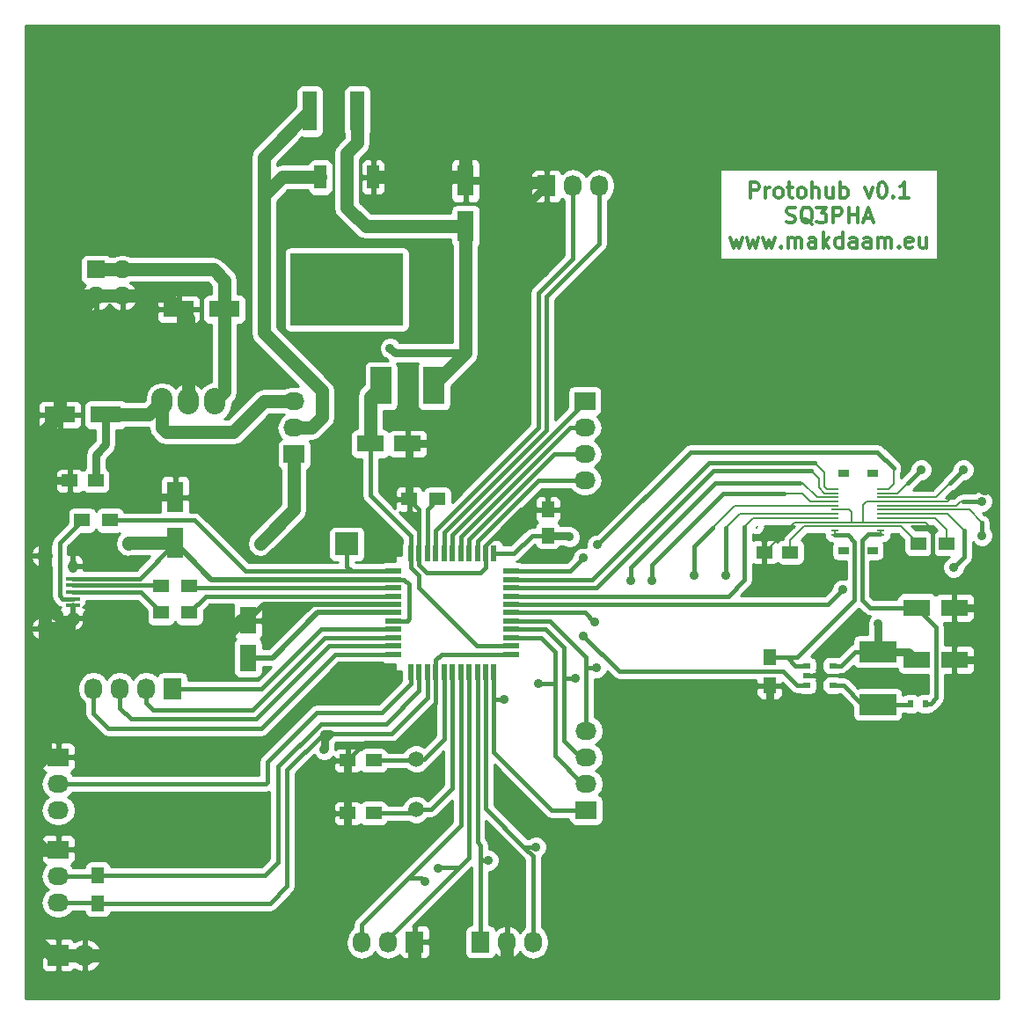
<source format=gtl>
G04 #@! TF.FileFunction,Copper,L1,Top,Signal*
%FSLAX46Y46*%
G04 Gerber Fmt 4.6, Leading zero omitted, Abs format (unit mm)*
G04 Created by KiCad (PCBNEW 0.201501102116+5363~20~ubuntu14.04.1-product) date Wed 21 Jan 2015 18:10:41 CET*
%MOMM*%
G01*
G04 APERTURE LIST*
%ADD10C,0.100000*%
%ADD11C,0.300000*%
%ADD12R,1.500000X1.250000*%
%ADD13R,1.500000X1.300000*%
%ADD14R,1.250000X1.500000*%
%ADD15R,1.350000X0.400000*%
%ADD16O,0.950000X1.250000*%
%ADD17O,1.550000X1.000000*%
%ADD18R,1.397000X3.810000*%
%ADD19R,0.600000X0.700000*%
%ADD20R,2.032000X3.556000*%
%ADD21R,3.556000X2.032000*%
%ADD22R,2.032000X1.727200*%
%ADD23O,2.032000X1.727200*%
%ADD24R,2.235200X2.235200*%
%ADD25R,1.727200X2.032000*%
%ADD26O,1.727200X2.032000*%
%ADD27R,1.727200X1.727200*%
%ADD28O,1.727200X1.727200*%
%ADD29R,2.032000X2.032000*%
%ADD30O,2.032000X2.032000*%
%ADD31R,1.300000X1.500000*%
%ADD32R,1.143000X2.286000*%
%ADD33R,10.800080X6.997700*%
%ADD34R,1.500000X0.550000*%
%ADD35R,0.550000X1.500000*%
%ADD36R,0.762000X0.508000*%
%ADD37O,2.032000X2.540000*%
%ADD38C,1.501140*%
%ADD39R,2.600960X1.600200*%
%ADD40R,1.600200X2.999740*%
%ADD41R,1.600200X2.600960*%
%ADD42R,2.999740X1.600200*%
%ADD43O,0.800000X0.200000*%
%ADD44R,0.800000X0.200000*%
%ADD45R,1.000000X0.800000*%
%ADD46C,0.889000*%
%ADD47C,0.200000*%
%ADD48C,0.381000*%
%ADD49C,1.270000*%
%ADD50C,0.508000*%
%ADD51C,0.762000*%
%ADD52C,0.254000*%
G04 APERTURE END LIST*
D10*
D11*
X185392858Y-72278571D02*
X185392858Y-70778571D01*
X185964286Y-70778571D01*
X186107144Y-70850000D01*
X186178572Y-70921429D01*
X186250001Y-71064286D01*
X186250001Y-71278571D01*
X186178572Y-71421429D01*
X186107144Y-71492857D01*
X185964286Y-71564286D01*
X185392858Y-71564286D01*
X186892858Y-72278571D02*
X186892858Y-71278571D01*
X186892858Y-71564286D02*
X186964286Y-71421429D01*
X187035715Y-71350000D01*
X187178572Y-71278571D01*
X187321429Y-71278571D01*
X188035715Y-72278571D02*
X187892857Y-72207143D01*
X187821429Y-72135714D01*
X187750000Y-71992857D01*
X187750000Y-71564286D01*
X187821429Y-71421429D01*
X187892857Y-71350000D01*
X188035715Y-71278571D01*
X188250000Y-71278571D01*
X188392857Y-71350000D01*
X188464286Y-71421429D01*
X188535715Y-71564286D01*
X188535715Y-71992857D01*
X188464286Y-72135714D01*
X188392857Y-72207143D01*
X188250000Y-72278571D01*
X188035715Y-72278571D01*
X188964286Y-71278571D02*
X189535715Y-71278571D01*
X189178572Y-70778571D02*
X189178572Y-72064286D01*
X189250000Y-72207143D01*
X189392858Y-72278571D01*
X189535715Y-72278571D01*
X190250001Y-72278571D02*
X190107143Y-72207143D01*
X190035715Y-72135714D01*
X189964286Y-71992857D01*
X189964286Y-71564286D01*
X190035715Y-71421429D01*
X190107143Y-71350000D01*
X190250001Y-71278571D01*
X190464286Y-71278571D01*
X190607143Y-71350000D01*
X190678572Y-71421429D01*
X190750001Y-71564286D01*
X190750001Y-71992857D01*
X190678572Y-72135714D01*
X190607143Y-72207143D01*
X190464286Y-72278571D01*
X190250001Y-72278571D01*
X191392858Y-72278571D02*
X191392858Y-70778571D01*
X192035715Y-72278571D02*
X192035715Y-71492857D01*
X191964286Y-71350000D01*
X191821429Y-71278571D01*
X191607144Y-71278571D01*
X191464286Y-71350000D01*
X191392858Y-71421429D01*
X193392858Y-71278571D02*
X193392858Y-72278571D01*
X192750001Y-71278571D02*
X192750001Y-72064286D01*
X192821429Y-72207143D01*
X192964287Y-72278571D01*
X193178572Y-72278571D01*
X193321429Y-72207143D01*
X193392858Y-72135714D01*
X194107144Y-72278571D02*
X194107144Y-70778571D01*
X194107144Y-71350000D02*
X194250001Y-71278571D01*
X194535715Y-71278571D01*
X194678572Y-71350000D01*
X194750001Y-71421429D01*
X194821430Y-71564286D01*
X194821430Y-71992857D01*
X194750001Y-72135714D01*
X194678572Y-72207143D01*
X194535715Y-72278571D01*
X194250001Y-72278571D01*
X194107144Y-72207143D01*
X196464287Y-71278571D02*
X196821430Y-72278571D01*
X197178572Y-71278571D01*
X198035715Y-70778571D02*
X198178572Y-70778571D01*
X198321429Y-70850000D01*
X198392858Y-70921429D01*
X198464287Y-71064286D01*
X198535715Y-71350000D01*
X198535715Y-71707143D01*
X198464287Y-71992857D01*
X198392858Y-72135714D01*
X198321429Y-72207143D01*
X198178572Y-72278571D01*
X198035715Y-72278571D01*
X197892858Y-72207143D01*
X197821429Y-72135714D01*
X197750001Y-71992857D01*
X197678572Y-71707143D01*
X197678572Y-71350000D01*
X197750001Y-71064286D01*
X197821429Y-70921429D01*
X197892858Y-70850000D01*
X198035715Y-70778571D01*
X199178572Y-72135714D02*
X199250000Y-72207143D01*
X199178572Y-72278571D01*
X199107143Y-72207143D01*
X199178572Y-72135714D01*
X199178572Y-72278571D01*
X200678572Y-72278571D02*
X199821429Y-72278571D01*
X200250001Y-72278571D02*
X200250001Y-70778571D01*
X200107144Y-70992857D01*
X199964286Y-71135714D01*
X199821429Y-71207143D01*
X188892857Y-74607143D02*
X189107143Y-74678571D01*
X189464286Y-74678571D01*
X189607143Y-74607143D01*
X189678572Y-74535714D01*
X189750000Y-74392857D01*
X189750000Y-74250000D01*
X189678572Y-74107143D01*
X189607143Y-74035714D01*
X189464286Y-73964286D01*
X189178572Y-73892857D01*
X189035714Y-73821429D01*
X188964286Y-73750000D01*
X188892857Y-73607143D01*
X188892857Y-73464286D01*
X188964286Y-73321429D01*
X189035714Y-73250000D01*
X189178572Y-73178571D01*
X189535714Y-73178571D01*
X189750000Y-73250000D01*
X191392857Y-74821429D02*
X191250000Y-74750000D01*
X191107143Y-74607143D01*
X190892857Y-74392857D01*
X190750000Y-74321429D01*
X190607143Y-74321429D01*
X190678571Y-74678571D02*
X190535714Y-74607143D01*
X190392857Y-74464286D01*
X190321428Y-74178571D01*
X190321428Y-73678571D01*
X190392857Y-73392857D01*
X190535714Y-73250000D01*
X190678571Y-73178571D01*
X190964285Y-73178571D01*
X191107143Y-73250000D01*
X191250000Y-73392857D01*
X191321428Y-73678571D01*
X191321428Y-74178571D01*
X191250000Y-74464286D01*
X191107143Y-74607143D01*
X190964285Y-74678571D01*
X190678571Y-74678571D01*
X191821429Y-73178571D02*
X192750000Y-73178571D01*
X192250000Y-73750000D01*
X192464286Y-73750000D01*
X192607143Y-73821429D01*
X192678572Y-73892857D01*
X192750000Y-74035714D01*
X192750000Y-74392857D01*
X192678572Y-74535714D01*
X192607143Y-74607143D01*
X192464286Y-74678571D01*
X192035714Y-74678571D01*
X191892857Y-74607143D01*
X191821429Y-74535714D01*
X193392857Y-74678571D02*
X193392857Y-73178571D01*
X193964285Y-73178571D01*
X194107143Y-73250000D01*
X194178571Y-73321429D01*
X194250000Y-73464286D01*
X194250000Y-73678571D01*
X194178571Y-73821429D01*
X194107143Y-73892857D01*
X193964285Y-73964286D01*
X193392857Y-73964286D01*
X194892857Y-74678571D02*
X194892857Y-73178571D01*
X194892857Y-73892857D02*
X195750000Y-73892857D01*
X195750000Y-74678571D02*
X195750000Y-73178571D01*
X196392857Y-74250000D02*
X197107143Y-74250000D01*
X196250000Y-74678571D02*
X196750000Y-73178571D01*
X197250000Y-74678571D01*
X183499999Y-76078571D02*
X183785713Y-77078571D01*
X184071427Y-76364286D01*
X184357142Y-77078571D01*
X184642856Y-76078571D01*
X185071428Y-76078571D02*
X185357142Y-77078571D01*
X185642856Y-76364286D01*
X185928571Y-77078571D01*
X186214285Y-76078571D01*
X186642857Y-76078571D02*
X186928571Y-77078571D01*
X187214285Y-76364286D01*
X187500000Y-77078571D01*
X187785714Y-76078571D01*
X188357143Y-76935714D02*
X188428571Y-77007143D01*
X188357143Y-77078571D01*
X188285714Y-77007143D01*
X188357143Y-76935714D01*
X188357143Y-77078571D01*
X189071429Y-77078571D02*
X189071429Y-76078571D01*
X189071429Y-76221429D02*
X189142857Y-76150000D01*
X189285715Y-76078571D01*
X189500000Y-76078571D01*
X189642857Y-76150000D01*
X189714286Y-76292857D01*
X189714286Y-77078571D01*
X189714286Y-76292857D02*
X189785715Y-76150000D01*
X189928572Y-76078571D01*
X190142857Y-76078571D01*
X190285715Y-76150000D01*
X190357143Y-76292857D01*
X190357143Y-77078571D01*
X191714286Y-77078571D02*
X191714286Y-76292857D01*
X191642857Y-76150000D01*
X191500000Y-76078571D01*
X191214286Y-76078571D01*
X191071429Y-76150000D01*
X191714286Y-77007143D02*
X191571429Y-77078571D01*
X191214286Y-77078571D01*
X191071429Y-77007143D01*
X191000000Y-76864286D01*
X191000000Y-76721429D01*
X191071429Y-76578571D01*
X191214286Y-76507143D01*
X191571429Y-76507143D01*
X191714286Y-76435714D01*
X192428572Y-77078571D02*
X192428572Y-75578571D01*
X192571429Y-76507143D02*
X193000000Y-77078571D01*
X193000000Y-76078571D02*
X192428572Y-76650000D01*
X194285715Y-77078571D02*
X194285715Y-75578571D01*
X194285715Y-77007143D02*
X194142858Y-77078571D01*
X193857144Y-77078571D01*
X193714286Y-77007143D01*
X193642858Y-76935714D01*
X193571429Y-76792857D01*
X193571429Y-76364286D01*
X193642858Y-76221429D01*
X193714286Y-76150000D01*
X193857144Y-76078571D01*
X194142858Y-76078571D01*
X194285715Y-76150000D01*
X195642858Y-77078571D02*
X195642858Y-76292857D01*
X195571429Y-76150000D01*
X195428572Y-76078571D01*
X195142858Y-76078571D01*
X195000001Y-76150000D01*
X195642858Y-77007143D02*
X195500001Y-77078571D01*
X195142858Y-77078571D01*
X195000001Y-77007143D01*
X194928572Y-76864286D01*
X194928572Y-76721429D01*
X195000001Y-76578571D01*
X195142858Y-76507143D01*
X195500001Y-76507143D01*
X195642858Y-76435714D01*
X197000001Y-77078571D02*
X197000001Y-76292857D01*
X196928572Y-76150000D01*
X196785715Y-76078571D01*
X196500001Y-76078571D01*
X196357144Y-76150000D01*
X197000001Y-77007143D02*
X196857144Y-77078571D01*
X196500001Y-77078571D01*
X196357144Y-77007143D01*
X196285715Y-76864286D01*
X196285715Y-76721429D01*
X196357144Y-76578571D01*
X196500001Y-76507143D01*
X196857144Y-76507143D01*
X197000001Y-76435714D01*
X197714287Y-77078571D02*
X197714287Y-76078571D01*
X197714287Y-76221429D02*
X197785715Y-76150000D01*
X197928573Y-76078571D01*
X198142858Y-76078571D01*
X198285715Y-76150000D01*
X198357144Y-76292857D01*
X198357144Y-77078571D01*
X198357144Y-76292857D02*
X198428573Y-76150000D01*
X198571430Y-76078571D01*
X198785715Y-76078571D01*
X198928573Y-76150000D01*
X199000001Y-76292857D01*
X199000001Y-77078571D01*
X199714287Y-76935714D02*
X199785715Y-77007143D01*
X199714287Y-77078571D01*
X199642858Y-77007143D01*
X199714287Y-76935714D01*
X199714287Y-77078571D01*
X201000001Y-77007143D02*
X200857144Y-77078571D01*
X200571430Y-77078571D01*
X200428573Y-77007143D01*
X200357144Y-76864286D01*
X200357144Y-76292857D01*
X200428573Y-76150000D01*
X200571430Y-76078571D01*
X200857144Y-76078571D01*
X201000001Y-76150000D01*
X201071430Y-76292857D01*
X201071430Y-76435714D01*
X200357144Y-76578571D01*
X202357144Y-76078571D02*
X202357144Y-77078571D01*
X201714287Y-76078571D02*
X201714287Y-76864286D01*
X201785715Y-77007143D01*
X201928573Y-77078571D01*
X202142858Y-77078571D01*
X202285715Y-77007143D01*
X202357144Y-76935714D01*
D12*
X149158000Y-131508000D03*
X146658000Y-131508000D03*
D13*
X155298000Y-101282000D03*
X152598000Y-101282000D03*
D12*
X149158000Y-126428000D03*
X146658000Y-126428000D03*
X189275000Y-106371500D03*
X186775000Y-106371500D03*
D14*
X165927000Y-104764000D03*
X165927000Y-102264000D03*
D12*
X122432000Y-99504000D03*
X119932000Y-99504000D03*
D15*
X120215000Y-108927000D03*
X120215000Y-109577000D03*
X120215000Y-110227000D03*
X120215000Y-110877000D03*
X120215000Y-111527000D03*
D16*
X120215000Y-107727000D03*
X120215000Y-112727000D03*
D17*
X117515000Y-106727000D03*
X117515000Y-113727000D03*
D18*
X147598000Y-63944000D03*
X143026000Y-63944000D03*
D19*
X200850500Y-120976500D03*
X202250500Y-120976500D03*
D20*
X149884000Y-90360000D03*
X154964000Y-90360000D03*
D21*
X197677000Y-115960000D03*
X197677000Y-121040000D03*
D22*
X118810000Y-135010000D03*
D23*
X118810000Y-137550000D03*
X118810000Y-140090000D03*
D24*
X146582000Y-105600000D03*
D22*
X141502000Y-96964000D03*
D23*
X141502000Y-94424000D03*
X141502000Y-91884000D03*
D22*
X118810000Y-126120000D03*
D23*
X118810000Y-128660000D03*
X118810000Y-131200000D03*
D25*
X165800000Y-71129000D03*
D26*
X168340000Y-71129000D03*
X170880000Y-71129000D03*
D25*
X129810000Y-119500000D03*
D26*
X127270000Y-119500000D03*
X124730000Y-119500000D03*
X122190000Y-119500000D03*
D25*
X153100000Y-143900000D03*
D26*
X150560000Y-143900000D03*
X148020000Y-143900000D03*
D25*
X159450000Y-143900000D03*
D26*
X161990000Y-143900000D03*
X164530000Y-143900000D03*
D27*
X122452000Y-79184000D03*
D28*
X122452000Y-81724000D03*
X124992000Y-79184000D03*
X124992000Y-81724000D03*
D29*
X118810000Y-145170000D03*
D30*
X121350000Y-145170000D03*
D13*
X121102000Y-103314000D03*
X123802000Y-103314000D03*
D31*
X122620000Y-137470000D03*
X122620000Y-140170000D03*
D13*
X131422000Y-109664000D03*
X128722000Y-109664000D03*
X131422000Y-112204000D03*
X128722000Y-112204000D03*
D31*
X187263000Y-116515000D03*
X187263000Y-119215000D03*
D13*
X204297500Y-105546000D03*
X201597500Y-105546000D03*
D32*
X146582000Y-70294000D03*
D33*
X146582000Y-81089000D03*
D32*
X144042000Y-70294000D03*
X149122000Y-70294000D03*
D34*
X151042000Y-108204000D03*
X151042000Y-109004000D03*
X151042000Y-109804000D03*
X151042000Y-110604000D03*
X151042000Y-111404000D03*
X151042000Y-112204000D03*
X151042000Y-113004000D03*
X151042000Y-113804000D03*
X151042000Y-114604000D03*
X151042000Y-115404000D03*
X151042000Y-116204000D03*
D35*
X152742000Y-117904000D03*
X153542000Y-117904000D03*
X154342000Y-117904000D03*
X155142000Y-117904000D03*
X155942000Y-117904000D03*
X156742000Y-117904000D03*
X157542000Y-117904000D03*
X158342000Y-117904000D03*
X159142000Y-117904000D03*
X159942000Y-117904000D03*
X160742000Y-117904000D03*
D34*
X162442000Y-116204000D03*
X162442000Y-115404000D03*
X162442000Y-114604000D03*
X162442000Y-113804000D03*
X162442000Y-113004000D03*
X162442000Y-112204000D03*
X162442000Y-111404000D03*
X162442000Y-110604000D03*
X162442000Y-109804000D03*
X162442000Y-109004000D03*
X162442000Y-108204000D03*
D35*
X160742000Y-106504000D03*
X159942000Y-106504000D03*
X159142000Y-106504000D03*
X158342000Y-106504000D03*
X157542000Y-106504000D03*
X156742000Y-106504000D03*
X155942000Y-106504000D03*
X155142000Y-106504000D03*
X154342000Y-106504000D03*
X153542000Y-106504000D03*
X152742000Y-106504000D03*
D36*
X190819000Y-117293500D03*
X190819000Y-119198500D03*
X193359000Y-117293500D03*
X190819000Y-118246000D03*
X193359000Y-119198500D03*
D37*
X131342000Y-91884000D03*
X128802000Y-91884000D03*
X133882000Y-91884000D03*
D38*
X153242000Y-126273060D03*
X153242000Y-131154940D03*
D39*
X148845140Y-95948000D03*
X152446860Y-95948000D03*
D40*
X130072000Y-105513640D03*
X130072000Y-101114360D03*
D41*
X137057000Y-116544860D03*
X137057000Y-112943140D03*
D40*
X158012000Y-75033640D03*
X158012000Y-70634360D03*
D39*
X201464140Y-116722000D03*
X205065860Y-116722000D03*
X201464140Y-111705500D03*
X205065860Y-111705500D03*
D42*
X134811640Y-82994000D03*
X130412360Y-82994000D03*
X123381640Y-93154000D03*
X118982360Y-93154000D03*
D22*
X169483000Y-91830000D03*
D23*
X169483000Y-94370000D03*
X169483000Y-96910000D03*
X169483000Y-99450000D03*
D22*
X169610000Y-131200000D03*
D23*
X169610000Y-128660000D03*
X169610000Y-126120000D03*
X169610000Y-123580000D03*
D43*
X197972000Y-100298000D03*
D44*
X197972000Y-100698000D03*
X197972000Y-101098000D03*
X197972000Y-101498000D03*
X197972000Y-101898000D03*
X197972000Y-102298000D03*
X197972000Y-102698000D03*
X197972000Y-103098000D03*
X197972000Y-103498000D03*
X197972000Y-103898000D03*
X197972000Y-104298000D03*
X197972000Y-104698000D03*
X193572000Y-104698000D03*
X193572000Y-104298000D03*
X193572000Y-103898000D03*
X193572000Y-103498000D03*
X193572000Y-103098000D03*
X193572000Y-102698000D03*
X193572000Y-102298000D03*
X193572000Y-101898000D03*
X193572000Y-101498000D03*
X193572000Y-101098000D03*
X193572000Y-100698000D03*
X193572000Y-100298000D03*
D45*
X197172000Y-106198000D03*
X194372000Y-106198000D03*
X197172000Y-98798000D03*
X194372000Y-98798000D03*
D46*
X125541000Y-105546000D03*
X138241000Y-105546000D03*
X168022500Y-104911000D03*
X144400500Y-125358000D03*
X150750500Y-86750000D03*
X197740500Y-113293000D03*
X170626000Y-117484000D03*
X201868000Y-98434000D03*
X168594000Y-118500000D03*
X173928000Y-109102000D03*
X161736000Y-120532000D03*
X205932000Y-98434000D03*
X165038000Y-119008000D03*
X175960000Y-109102000D03*
X183072000Y-108594000D03*
X154116000Y-138058000D03*
X207710000Y-104784000D03*
X155386000Y-136788000D03*
X160212000Y-136026000D03*
X180024000Y-108594000D03*
X164784000Y-134756000D03*
X207710000Y-101482000D03*
X170689500Y-105673000D03*
X170435500Y-113102500D03*
X204979500Y-107832000D03*
X194311500Y-109991000D03*
X169356000Y-106943000D03*
X169356000Y-114436000D03*
D47*
X186097000Y-103898000D02*
X185993000Y-104002000D01*
D48*
X153242000Y-131154940D02*
X154669060Y-131154940D01*
X156742000Y-129082000D02*
X156742000Y-117904000D01*
X154669060Y-131154940D02*
X156742000Y-129082000D01*
X149158000Y-131508000D02*
X152888940Y-131508000D01*
X152888940Y-131508000D02*
X153242000Y-131154940D01*
D49*
X207964000Y-100212000D02*
X207964000Y-95036000D01*
X172000000Y-67000000D02*
X158012000Y-67000000D01*
X175000000Y-70000000D02*
X172000000Y-67000000D01*
X175000000Y-94000000D02*
X175000000Y-70000000D01*
X176000000Y-95000000D02*
X175000000Y-94000000D01*
X207928000Y-95000000D02*
X176000000Y-95000000D01*
X207964000Y-95036000D02*
X207928000Y-95000000D01*
D50*
X205678000Y-100212000D02*
X207964000Y-100212000D01*
D47*
X197972000Y-101498000D02*
X204392000Y-101498000D01*
X204392000Y-101498000D02*
X205678000Y-100212000D01*
D50*
X207964000Y-100212000D02*
X208218000Y-100212000D01*
X208218000Y-100212000D02*
X208980000Y-100974000D01*
X208980000Y-100974000D02*
X208980000Y-111451500D01*
X208980000Y-111451500D02*
X207964000Y-112467500D01*
D47*
X197972000Y-103498000D02*
X202296500Y-103498000D01*
D48*
X205065860Y-109759860D02*
X205065860Y-111705500D01*
X202947500Y-107641500D02*
X205065860Y-109759860D01*
X202947500Y-104149000D02*
X202947500Y-107641500D01*
D47*
X202296500Y-103498000D02*
X202947500Y-104149000D01*
X193572000Y-103498000D02*
X189648500Y-103498000D01*
X189648500Y-103498000D02*
X186775000Y-106371500D01*
D51*
X130072000Y-101114360D02*
X118542640Y-101114360D01*
X118542640Y-101114360D02*
X117515000Y-102142000D01*
D48*
X155142000Y-117904000D02*
X155142000Y-116775500D01*
X155713500Y-116204000D02*
X162442000Y-116204000D01*
X155142000Y-116775500D02*
X155713500Y-116204000D01*
X153542000Y-106504000D02*
X153542000Y-107575500D01*
X159942000Y-107848000D02*
X159942000Y-106504000D01*
X159450000Y-108340000D02*
X159942000Y-107848000D01*
X154306500Y-108340000D02*
X159450000Y-108340000D01*
X153542000Y-107575500D02*
X154306500Y-108340000D01*
D51*
X205065860Y-116722000D02*
X207456000Y-116722000D01*
X207456000Y-116722000D02*
X207964000Y-117230000D01*
X207964000Y-123643500D02*
X207964000Y-117230000D01*
X207964000Y-117230000D02*
X207964000Y-112467500D01*
X207964000Y-112467500D02*
X207202000Y-111705500D01*
X207202000Y-111705500D02*
X205065860Y-111705500D01*
X165800000Y-71129000D02*
X165355500Y-71129000D01*
X165355500Y-71129000D02*
X164860860Y-70634360D01*
X164860860Y-70634360D02*
X158012000Y-70634360D01*
X152446860Y-95948000D02*
X160158000Y-95948000D01*
X163514000Y-73415000D02*
X165800000Y-71129000D01*
X163514000Y-92592000D02*
X163514000Y-73415000D01*
X160158000Y-95948000D02*
X163514000Y-92592000D01*
X152598000Y-101282000D02*
X152598000Y-96099140D01*
X152598000Y-96099140D02*
X152446860Y-95948000D01*
D48*
X155142000Y-117904000D02*
X155142000Y-120903000D01*
X148363000Y-124723000D02*
X146658000Y-126428000D01*
X151322000Y-124723000D02*
X148363000Y-124723000D01*
X155142000Y-120903000D02*
X151322000Y-124723000D01*
X159942000Y-106504000D02*
X159942000Y-105689000D01*
X159942000Y-105689000D02*
X163367000Y-102264000D01*
X163367000Y-102264000D02*
X165927000Y-102264000D01*
D51*
X146658000Y-131508000D02*
X146658000Y-139039000D01*
X144464000Y-141233000D02*
X144464000Y-148345000D01*
X146658000Y-139039000D02*
X144464000Y-141233000D01*
X146658000Y-126428000D02*
X146658000Y-131508000D01*
D48*
X190819000Y-118246000D02*
X191708000Y-118246000D01*
X192025500Y-118563500D02*
X192025500Y-123643500D01*
X191708000Y-118246000D02*
X192025500Y-118563500D01*
D51*
X187263000Y-119215000D02*
X187263000Y-120913000D01*
X189993500Y-123643500D02*
X192025500Y-123643500D01*
X192025500Y-123643500D02*
X207964000Y-123643500D01*
X207964000Y-123643500D02*
X208027500Y-123643500D01*
X187263000Y-120913000D02*
X189993500Y-123643500D01*
D49*
X204598500Y-148281500D02*
X160847000Y-148281500D01*
X208027500Y-144852500D02*
X204598500Y-148281500D01*
X208027500Y-123643500D02*
X208027500Y-144852500D01*
X161990000Y-143900000D02*
X161990000Y-147138500D01*
X160847000Y-148281500D02*
X151258500Y-148281500D01*
X161990000Y-147138500D02*
X160847000Y-148281500D01*
X121350000Y-145170000D02*
X131637000Y-145170000D01*
X131637000Y-145170000D02*
X134812000Y-148345000D01*
X134812000Y-148345000D02*
X144464000Y-148345000D01*
X153100000Y-146440000D02*
X153100000Y-143900000D01*
X151195000Y-148345000D02*
X151258500Y-148281500D01*
X144464000Y-148345000D02*
X151195000Y-148345000D01*
X151258500Y-148281500D02*
X153100000Y-146440000D01*
X118810000Y-145170000D02*
X121350000Y-145170000D01*
X149122000Y-70294000D02*
X157671640Y-70294000D01*
X157671640Y-70294000D02*
X158012000Y-70634360D01*
X122452000Y-81724000D02*
X119626000Y-81724000D01*
X119626000Y-81724000D02*
X118429000Y-80527000D01*
X118429000Y-80527000D02*
X118429000Y-65414000D01*
X118429000Y-65414000D02*
X125414000Y-58429000D01*
X125414000Y-58429000D02*
X154878000Y-58429000D01*
X154878000Y-58429000D02*
X158012000Y-61563000D01*
X158012000Y-65668000D02*
X158012000Y-67000000D01*
X158012000Y-61563000D02*
X158012000Y-65668000D01*
X158012000Y-67000000D02*
X158012000Y-70634360D01*
X118982360Y-93154000D02*
X118982360Y-85193640D01*
X118982360Y-85193640D02*
X122452000Y-81724000D01*
D51*
X119932000Y-99504000D02*
X118375000Y-99504000D01*
X118375000Y-99504000D02*
X117515000Y-100364000D01*
D49*
X117515000Y-106727000D02*
X117515000Y-102142000D01*
X117515000Y-102142000D02*
X117515000Y-100364000D01*
X117515000Y-100364000D02*
X117515000Y-94621360D01*
X117515000Y-94621360D02*
X118982360Y-93154000D01*
X117515000Y-113727000D02*
X117515000Y-106727000D01*
D50*
X120215000Y-112727000D02*
X120215000Y-111527000D01*
D49*
X117515000Y-113727000D02*
X119215000Y-113727000D01*
X119215000Y-113727000D02*
X120215000Y-112727000D01*
X137057000Y-112943140D02*
X136431860Y-112943140D01*
X136431860Y-112943140D02*
X133923000Y-115452000D01*
X119240000Y-115452000D02*
X117515000Y-113727000D01*
X133923000Y-115452000D02*
X119240000Y-115452000D01*
X118810000Y-126120000D02*
X117921000Y-126120000D01*
X117921000Y-126120000D02*
X117515000Y-125714000D01*
X117515000Y-125714000D02*
X117515000Y-113727000D01*
X118810000Y-135010000D02*
X117413000Y-135010000D01*
X117413000Y-126120000D02*
X118810000Y-126120000D01*
X116397000Y-127136000D02*
X117413000Y-126120000D01*
X116397000Y-133994000D02*
X116397000Y-127136000D01*
X117413000Y-135010000D02*
X116397000Y-133994000D01*
X118810000Y-145170000D02*
X118175000Y-145170000D01*
X118175000Y-145170000D02*
X116270000Y-143265000D01*
X116270000Y-143265000D02*
X116270000Y-135645000D01*
X116270000Y-135645000D02*
X116905000Y-135010000D01*
X116905000Y-135010000D02*
X118810000Y-135010000D01*
D50*
X151042000Y-111404000D02*
X138596140Y-111404000D01*
X138596140Y-111404000D02*
X137057000Y-112943140D01*
D47*
X197972000Y-101498000D02*
X196645000Y-101498000D01*
X196280000Y-101863000D02*
X196280000Y-103498000D01*
X196645000Y-101498000D02*
X196280000Y-101863000D01*
X193572000Y-102298000D02*
X194937000Y-102298000D01*
X195137000Y-102498000D02*
X195137000Y-103498000D01*
X194937000Y-102298000D02*
X195137000Y-102498000D01*
X193572000Y-103498000D02*
X195137000Y-103498000D01*
X195137000Y-103498000D02*
X196280000Y-103498000D01*
X196280000Y-103498000D02*
X197972000Y-103498000D01*
D48*
X153542000Y-106504000D02*
X153542000Y-102226000D01*
X153542000Y-102226000D02*
X152598000Y-101282000D01*
X152598000Y-96099140D02*
X152446860Y-95948000D01*
D49*
X124992000Y-81724000D02*
X129142360Y-81724000D01*
X131342000Y-83923640D02*
X131342000Y-91884000D01*
X129142360Y-81724000D02*
X131342000Y-83923640D01*
X122452000Y-81724000D02*
X124992000Y-81724000D01*
D48*
X162442000Y-115404000D02*
X159084500Y-115404000D01*
X152742000Y-107855000D02*
X152742000Y-106504000D01*
X153481000Y-108594000D02*
X152742000Y-107855000D01*
X153481000Y-109800500D02*
X153481000Y-108594000D01*
X159084500Y-115404000D02*
X153481000Y-109800500D01*
D49*
X148845140Y-95948000D02*
X148845140Y-91398860D01*
X148845140Y-91398860D02*
X149884000Y-90360000D01*
D48*
X152742000Y-106504000D02*
X152742000Y-104807000D01*
X148845140Y-100910140D02*
X148845140Y-95948000D01*
X152742000Y-104807000D02*
X148845140Y-100910140D01*
X154342000Y-106504000D02*
X154342000Y-102238000D01*
X154342000Y-102238000D02*
X155298000Y-101282000D01*
D49*
X141502000Y-96964000D02*
X141502000Y-102285000D01*
X125573360Y-105513640D02*
X130072000Y-105513640D01*
X125541000Y-105546000D02*
X125573360Y-105513640D01*
X141502000Y-102285000D02*
X138241000Y-105546000D01*
D50*
X151042000Y-109004000D02*
X133562360Y-109004000D01*
X133562360Y-109004000D02*
X130072000Y-105513640D01*
D48*
X151042000Y-113004000D02*
X152373000Y-113004000D01*
X152113000Y-109004000D02*
X151042000Y-109004000D01*
X152592000Y-109483000D02*
X152113000Y-109004000D01*
X152592000Y-112785000D02*
X152592000Y-109483000D01*
X152373000Y-113004000D02*
X152592000Y-112785000D01*
X130072000Y-105513640D02*
X130136640Y-105513640D01*
X130136640Y-105513640D02*
X133627000Y-109004000D01*
X133627000Y-109004000D02*
X151042000Y-109004000D01*
X120215000Y-108927000D02*
X126658640Y-108927000D01*
X126658640Y-108927000D02*
X130072000Y-105513640D01*
X153242000Y-126273060D02*
X154026440Y-126273060D01*
X155942000Y-124357500D02*
X155942000Y-117904000D01*
X154026440Y-126273060D02*
X155942000Y-124357500D01*
X149158000Y-126428000D02*
X153087060Y-126428000D01*
X153087060Y-126428000D02*
X153242000Y-126273060D01*
D50*
X151042000Y-112204000D02*
X143775000Y-112204000D01*
X139434140Y-116544860D02*
X137057000Y-116544860D01*
X143775000Y-112204000D02*
X139434140Y-116544860D01*
D47*
X197972000Y-103898000D02*
X199949500Y-103898000D01*
X199949500Y-103898000D02*
X201597500Y-105546000D01*
X193572000Y-103898000D02*
X190625500Y-103898000D01*
X189275000Y-105248500D02*
X189275000Y-106371500D01*
X190625500Y-103898000D02*
X189275000Y-105248500D01*
D51*
X167875500Y-104764000D02*
X165927000Y-104764000D01*
X168022500Y-104911000D02*
X167875500Y-104764000D01*
X144400500Y-125358000D02*
X144464000Y-125294500D01*
X144464000Y-125294500D02*
X144464000Y-124342000D01*
X144464000Y-124342000D02*
X144972000Y-123834000D01*
X144972000Y-123834000D02*
X144337000Y-123834000D01*
X158012000Y-87185000D02*
X151185500Y-87185000D01*
X151185500Y-87185000D02*
X150750500Y-86750000D01*
D48*
X154342000Y-117904000D02*
X154342000Y-120369500D01*
X139177000Y-140170000D02*
X122620000Y-140170000D01*
X140844500Y-138502500D02*
X139177000Y-140170000D01*
X140844500Y-127326500D02*
X140844500Y-138502500D01*
X144337000Y-123834000D02*
X140844500Y-127326500D01*
X150877500Y-123834000D02*
X144337000Y-123834000D01*
X154342000Y-120369500D02*
X150877500Y-123834000D01*
X165927000Y-104764000D02*
X164423000Y-104764000D01*
X164423000Y-104764000D02*
X162683000Y-106504000D01*
X162683000Y-106504000D02*
X160742000Y-106504000D01*
X118810000Y-140090000D02*
X122540000Y-140090000D01*
X122540000Y-140090000D02*
X122620000Y-140170000D01*
D47*
X197972000Y-103898000D02*
X193572000Y-103898000D01*
D49*
X154964000Y-90360000D02*
X154964000Y-90233000D01*
X154964000Y-90233000D02*
X158012000Y-87185000D01*
X158012000Y-87185000D02*
X158012000Y-75033640D01*
X146582000Y-70294000D02*
X146582000Y-73215000D01*
X148400640Y-75033640D02*
X158012000Y-75033640D01*
X146582000Y-73215000D02*
X148400640Y-75033640D01*
X146582000Y-70294000D02*
X146582000Y-68008000D01*
X147598000Y-66992000D02*
X147598000Y-63944000D01*
X146582000Y-68008000D02*
X147598000Y-66992000D01*
D51*
X197677000Y-113356500D02*
X197677000Y-115960000D01*
X197740500Y-113293000D02*
X197677000Y-113356500D01*
X197677000Y-115960000D02*
X200702140Y-115960000D01*
X200702140Y-115960000D02*
X201464140Y-116722000D01*
D48*
X193359000Y-117293500D02*
X194184500Y-117293500D01*
X194184500Y-117293500D02*
X195518000Y-115960000D01*
X195518000Y-115960000D02*
X197677000Y-115960000D01*
D49*
X144042000Y-70294000D02*
X140359000Y-70294000D01*
X140359000Y-70294000D02*
X138581000Y-72072000D01*
X141502000Y-94424000D02*
X143153000Y-94424000D01*
X138581000Y-68389000D02*
X143026000Y-63944000D01*
X138581000Y-85280000D02*
X138581000Y-72072000D01*
X138581000Y-72072000D02*
X138581000Y-68389000D01*
X144169000Y-90868000D02*
X138581000Y-85280000D01*
X144169000Y-93408000D02*
X144169000Y-90868000D01*
X143153000Y-94424000D02*
X144169000Y-93408000D01*
D48*
X202250500Y-120976500D02*
X202757000Y-120976500D01*
X203328500Y-113569860D02*
X201464140Y-111705500D01*
X203328500Y-120405000D02*
X203328500Y-113569860D01*
X202757000Y-120976500D02*
X203328500Y-120405000D01*
X201464140Y-111705500D02*
X196915000Y-111705500D01*
X196788000Y-104593500D02*
X197867500Y-104593500D01*
X196153000Y-105228500D02*
X196788000Y-104593500D01*
X196153000Y-110943500D02*
X196153000Y-105228500D01*
X196915000Y-111705500D02*
X196153000Y-110943500D01*
D47*
X197972000Y-104698000D02*
X197972000Y-104298000D01*
D49*
X134811640Y-82994000D02*
X134811640Y-90954360D01*
X134811640Y-90954360D02*
X133882000Y-91884000D01*
X124992000Y-79184000D02*
X133755000Y-79184000D01*
X134811640Y-80240640D02*
X134811640Y-82994000D01*
X133755000Y-79184000D02*
X134811640Y-80240640D01*
X122452000Y-79184000D02*
X124992000Y-79184000D01*
X128802000Y-91884000D02*
X128802000Y-94424000D01*
X138581000Y-91884000D02*
X141502000Y-91884000D01*
X135660000Y-94805000D02*
X138581000Y-91884000D01*
X129183000Y-94805000D02*
X135660000Y-94805000D01*
X128802000Y-94424000D02*
X129183000Y-94805000D01*
X123381640Y-93154000D02*
X127532000Y-93154000D01*
X127532000Y-93154000D02*
X128802000Y-91884000D01*
D51*
X122432000Y-99504000D02*
X122432000Y-96984000D01*
X123381640Y-96034360D02*
X123381640Y-93154000D01*
X122432000Y-96984000D02*
X123381640Y-96034360D01*
D48*
X120215000Y-109577000D02*
X128635000Y-109577000D01*
X128635000Y-109577000D02*
X128722000Y-109664000D01*
X120215000Y-110227000D02*
X126745000Y-110227000D01*
X126745000Y-110227000D02*
X128722000Y-112204000D01*
X121102000Y-103314000D02*
X121102000Y-103341000D01*
X121102000Y-103341000D02*
X118945000Y-105498000D01*
X118945000Y-105498000D02*
X118945000Y-110578000D01*
X118945000Y-110578000D02*
X119244000Y-110877000D01*
X119244000Y-110877000D02*
X120215000Y-110877000D01*
X197677000Y-121040000D02*
X200787000Y-121040000D01*
X200787000Y-121040000D02*
X200850500Y-120976500D01*
X193359000Y-119198500D02*
X194375000Y-119198500D01*
X194375000Y-119198500D02*
X196216500Y-121040000D01*
X196216500Y-121040000D02*
X197677000Y-121040000D01*
X122620000Y-137470000D02*
X138702000Y-137470000D01*
X153542000Y-119709000D02*
X153542000Y-117904000D01*
X150369500Y-122881500D02*
X153542000Y-119709000D01*
X144083000Y-122881500D02*
X150369500Y-122881500D01*
X139955500Y-127009000D02*
X144083000Y-122881500D01*
X139955500Y-136216500D02*
X139955500Y-127009000D01*
X138702000Y-137470000D02*
X139955500Y-136216500D01*
X118810000Y-137550000D02*
X122540000Y-137550000D01*
X122540000Y-137550000D02*
X122620000Y-137470000D01*
X146582000Y-105600000D02*
X146582000Y-107735000D01*
X146582000Y-107735000D02*
X147051000Y-108204000D01*
X123802000Y-103314000D02*
X131924000Y-103314000D01*
X136814000Y-108204000D02*
X147051000Y-108204000D01*
X147051000Y-108204000D02*
X151042000Y-108204000D01*
X131924000Y-103314000D02*
X136814000Y-108204000D01*
X152742000Y-117904000D02*
X152742000Y-119048500D01*
X138812500Y-128660000D02*
X118810000Y-128660000D01*
X138939500Y-128533000D02*
X138812500Y-128660000D01*
X138939500Y-126564500D02*
X138939500Y-128533000D01*
X143702000Y-121802000D02*
X138939500Y-126564500D01*
X149988500Y-121802000D02*
X143702000Y-121802000D01*
X152742000Y-119048500D02*
X149988500Y-121802000D01*
X155142000Y-106504000D02*
X155142000Y-104266000D01*
X168340000Y-78114000D02*
X168340000Y-71129000D01*
X165038000Y-81416000D02*
X168340000Y-78114000D01*
X165038000Y-94370000D02*
X165038000Y-81416000D01*
X155142000Y-104266000D02*
X165038000Y-94370000D01*
X155942000Y-106504000D02*
X155942000Y-104482000D01*
X170880000Y-76717000D02*
X170880000Y-71129000D01*
X165800000Y-81797000D02*
X170880000Y-76717000D01*
X165800000Y-94624000D02*
X165800000Y-81797000D01*
X155942000Y-104482000D02*
X165800000Y-94624000D01*
X129810000Y-119500000D02*
X138384000Y-119500000D01*
X144080000Y-113804000D02*
X151042000Y-113804000D01*
X138384000Y-119500000D02*
X144080000Y-113804000D01*
X151042000Y-114604000D02*
X144423000Y-114604000D01*
X127270000Y-120864000D02*
X127270000Y-119500000D01*
X127954000Y-121548000D02*
X127270000Y-120864000D01*
X137479000Y-121548000D02*
X127954000Y-121548000D01*
X144423000Y-114604000D02*
X137479000Y-121548000D01*
X151042000Y-115404000D02*
X144893000Y-115404000D01*
X124730000Y-121372000D02*
X124730000Y-119500000D01*
X125795000Y-122437000D02*
X124730000Y-121372000D01*
X137860000Y-122437000D02*
X125795000Y-122437000D01*
X144893000Y-115404000D02*
X137860000Y-122437000D01*
X122190000Y-119500000D02*
X122190000Y-121880000D01*
X145490000Y-116204000D02*
X151042000Y-116204000D01*
X138368000Y-123326000D02*
X145490000Y-116204000D01*
X123636000Y-123326000D02*
X138368000Y-123326000D01*
X122190000Y-121880000D02*
X123636000Y-123326000D01*
D47*
X200598000Y-99704000D02*
X199604000Y-100698000D01*
D48*
X201868000Y-98434000D02*
X200598000Y-99704000D01*
X169610000Y-117484000D02*
X170626000Y-117484000D01*
D47*
X199604000Y-100698000D02*
X197972000Y-100698000D01*
D48*
X169610000Y-123580000D02*
X169610000Y-117484000D01*
X169610000Y-117484000D02*
X169610000Y-116468000D01*
X166146000Y-113004000D02*
X162442000Y-113004000D01*
X169610000Y-116468000D02*
X166146000Y-113004000D01*
D47*
X190184000Y-99704000D02*
X190438000Y-99704000D01*
D48*
X173928000Y-109102000D02*
X173928000Y-107832000D01*
X173928000Y-107832000D02*
X182056000Y-99704000D01*
X182056000Y-99704000D02*
X190184000Y-99704000D01*
X167514500Y-118500000D02*
X168594000Y-118500000D01*
D47*
X191832000Y-101098000D02*
X193572000Y-101098000D01*
X190438000Y-99704000D02*
X191832000Y-101098000D01*
D48*
X169610000Y-126120000D02*
X169102000Y-126120000D01*
X169102000Y-126120000D02*
X167514500Y-124532500D01*
X167514500Y-124532500D02*
X167514500Y-118500000D01*
X167514500Y-118500000D02*
X167514500Y-115579000D01*
X167514500Y-115579000D02*
X165739500Y-113804000D01*
X165739500Y-113804000D02*
X162442000Y-113804000D01*
D47*
X204662000Y-99704000D02*
X203268000Y-101098000D01*
D48*
X205932000Y-98434000D02*
X204662000Y-99704000D01*
X160742000Y-120532000D02*
X161736000Y-120532000D01*
D47*
X203268000Y-101098000D02*
X197972000Y-101098000D01*
D48*
X169610000Y-131200000D02*
X166308000Y-131200000D01*
X160742000Y-125634000D02*
X160742000Y-120532000D01*
X160742000Y-120532000D02*
X160742000Y-117904000D01*
X166308000Y-131200000D02*
X160742000Y-125634000D01*
D47*
X188660000Y-100720000D02*
X190438000Y-100720000D01*
D48*
X175960000Y-109102000D02*
X175960000Y-108086000D01*
X175960000Y-108086000D02*
X175960000Y-107832000D01*
X175960000Y-107832000D02*
X175960000Y-107578000D01*
X175960000Y-107578000D02*
X182818000Y-100720000D01*
X182818000Y-100720000D02*
X188660000Y-100720000D01*
X166625500Y-119008000D02*
X165038000Y-119008000D01*
D47*
X191216000Y-101498000D02*
X193572000Y-101498000D01*
X190438000Y-100720000D02*
X191216000Y-101498000D01*
D48*
X169610000Y-128660000D02*
X169292500Y-128660000D01*
X169292500Y-128660000D02*
X166625500Y-125993000D01*
X166625500Y-125993000D02*
X166625500Y-119008000D01*
X166625500Y-119008000D02*
X166625500Y-115960000D01*
X166625500Y-115960000D02*
X165269500Y-114604000D01*
X165269500Y-114604000D02*
X162442000Y-114604000D01*
X152496750Y-137708750D02*
X153766750Y-137708750D01*
D47*
X184396000Y-102698000D02*
X193572000Y-102698000D01*
X183072000Y-104022000D02*
X184396000Y-102698000D01*
D48*
X183072000Y-108594000D02*
X183072000Y-104022000D01*
X153766750Y-137708750D02*
X154116000Y-138058000D01*
X157542000Y-117904000D02*
X157542000Y-132663500D01*
X148020000Y-142185500D02*
X148020000Y-143900000D01*
X157542000Y-132663500D02*
X152496750Y-137708750D01*
X152496750Y-137708750D02*
X148020000Y-142185500D01*
X157386250Y-136756250D02*
X155417750Y-136756250D01*
D47*
X206494000Y-102298000D02*
X197972000Y-102298000D01*
X207710000Y-103514000D02*
X206494000Y-102298000D01*
D48*
X207710000Y-104784000D02*
X207710000Y-103514000D01*
X155417750Y-136756250D02*
X155386000Y-136788000D01*
X150560000Y-143900000D02*
X150560000Y-143582500D01*
X150560000Y-143582500D02*
X157386250Y-136756250D01*
X157386250Y-136756250D02*
X158342000Y-135800500D01*
X158342000Y-135800500D02*
X158342000Y-117904000D01*
D47*
X181802000Y-104022000D02*
X183926000Y-101898000D01*
D48*
X159704000Y-136026000D02*
X160212000Y-136026000D01*
X180024000Y-108594000D02*
X180024000Y-105800000D01*
X180024000Y-105800000D02*
X181802000Y-104022000D01*
X159450000Y-135772000D02*
X159704000Y-136026000D01*
D47*
X183926000Y-101898000D02*
X193572000Y-101898000D01*
D48*
X159450000Y-143900000D02*
X159450000Y-135772000D01*
X159450000Y-135772000D02*
X159450000Y-134565500D01*
X159142000Y-134257500D02*
X159142000Y-117904000D01*
X159450000Y-134565500D02*
X159142000Y-134257500D01*
D47*
X205932000Y-101482000D02*
X205678000Y-101482000D01*
D48*
X163768000Y-134756000D02*
X164784000Y-134756000D01*
X207710000Y-101482000D02*
X205932000Y-101482000D01*
X163704500Y-134819500D02*
X163768000Y-134756000D01*
D47*
X205262000Y-101898000D02*
X197972000Y-101898000D01*
X205678000Y-101482000D02*
X205262000Y-101898000D01*
D48*
X164530000Y-143900000D02*
X164530000Y-135645000D01*
X159942000Y-131057000D02*
X159942000Y-117904000D01*
X164530000Y-135645000D02*
X163704500Y-134819500D01*
X163704500Y-134819500D02*
X159942000Y-131057000D01*
X131422000Y-109664000D02*
X131422000Y-109720000D01*
X131422000Y-109720000D02*
X131506000Y-109804000D01*
X131506000Y-109804000D02*
X151042000Y-109804000D01*
X131422000Y-112204000D02*
X131422000Y-112198000D01*
X131422000Y-112198000D02*
X133016000Y-110604000D01*
X133016000Y-110604000D02*
X151042000Y-110604000D01*
X187263000Y-116515000D02*
X189946500Y-116515000D01*
X194797000Y-104698000D02*
X193572000Y-104698000D01*
X195454500Y-105355500D02*
X194797000Y-104698000D01*
X195454500Y-111007000D02*
X195454500Y-105355500D01*
X189946500Y-116515000D02*
X195454500Y-111007000D01*
D47*
X193572000Y-104698000D02*
X193572000Y-104298000D01*
D48*
X190819000Y-117293500D02*
X189739500Y-117293500D01*
X188961000Y-116515000D02*
X187263000Y-116515000D01*
X189739500Y-117293500D02*
X188961000Y-116515000D01*
D47*
X197972000Y-103098000D02*
X203230000Y-103098000D01*
X204297500Y-104165500D02*
X204297500Y-105546000D01*
X203230000Y-103098000D02*
X204297500Y-104165500D01*
D48*
X162442000Y-112204000D02*
X169473500Y-112204000D01*
D47*
X198734000Y-100298000D02*
X197972000Y-100298000D01*
X199201000Y-99831000D02*
X198734000Y-100298000D01*
X199201000Y-98307000D02*
X199201000Y-99831000D01*
D48*
X197613500Y-96719500D02*
X199201000Y-98307000D01*
X179643000Y-96719500D02*
X197613500Y-96719500D01*
X170689500Y-105673000D02*
X179643000Y-96719500D01*
X170372000Y-113102500D02*
X170435500Y-113102500D01*
X169473500Y-112204000D02*
X170372000Y-113102500D01*
X162442000Y-109004000D02*
X170216000Y-109004000D01*
D47*
X192810000Y-100298000D02*
X193572000Y-100298000D01*
X192533500Y-100021500D02*
X192810000Y-100298000D01*
X192533500Y-98688000D02*
X192533500Y-100021500D01*
X191644500Y-97799000D02*
X192533500Y-98688000D01*
D48*
X181421000Y-97799000D02*
X191644500Y-97799000D01*
X170216000Y-109004000D02*
X181421000Y-97799000D01*
X162442000Y-109804000D02*
X170622500Y-109804000D01*
D47*
X192575000Y-100698000D02*
X193572000Y-100698000D01*
X192025500Y-100148500D02*
X192575000Y-100698000D01*
X192025500Y-99323000D02*
X192025500Y-100148500D01*
X191263500Y-98561000D02*
X192025500Y-99323000D01*
D48*
X181865500Y-98561000D02*
X191263500Y-98561000D01*
X170622500Y-109804000D02*
X181865500Y-98561000D01*
D47*
X193572000Y-103098000D02*
X185710500Y-103098000D01*
D48*
X183284500Y-110604000D02*
X162442000Y-110604000D01*
X184850000Y-109038500D02*
X183284500Y-110604000D01*
X184850000Y-103958500D02*
X184850000Y-109038500D01*
D47*
X185710500Y-103098000D02*
X184850000Y-103958500D01*
D48*
X162442000Y-111404000D02*
X192898500Y-111404000D01*
D47*
X204417500Y-102698000D02*
X197972000Y-102698000D01*
X205995500Y-104276000D02*
X204417500Y-102698000D01*
D48*
X205995500Y-106816000D02*
X205995500Y-104276000D01*
X204979500Y-107832000D02*
X205995500Y-106816000D01*
X192898500Y-111404000D02*
X194311500Y-109991000D01*
X185485000Y-117865000D02*
X172785000Y-117865000D01*
X189930000Y-119198500D02*
X188596500Y-117865000D01*
X188596500Y-117865000D02*
X185485000Y-117865000D01*
X190819000Y-119198500D02*
X189930000Y-119198500D01*
X168095000Y-108204000D02*
X162442000Y-108204000D01*
X169356000Y-106943000D02*
X168095000Y-108204000D01*
X172785000Y-117865000D02*
X169356000Y-114436000D01*
X156742000Y-106504000D02*
X156742000Y-104698000D01*
X156742000Y-104698000D02*
X169483000Y-91957000D01*
X169483000Y-91957000D02*
X169483000Y-91830000D01*
X157542000Y-106504000D02*
X157542000Y-104914000D01*
X168086000Y-94370000D02*
X169483000Y-94370000D01*
X157542000Y-104914000D02*
X168086000Y-94370000D01*
X158342000Y-106504000D02*
X158342000Y-105130000D01*
X166562000Y-96910000D02*
X169483000Y-96910000D01*
X158342000Y-105130000D02*
X166562000Y-96910000D01*
X159142000Y-106504000D02*
X159142000Y-105346000D01*
X165038000Y-99450000D02*
X169483000Y-99450000D01*
X159142000Y-105346000D02*
X165038000Y-99450000D01*
D52*
G36*
X127634566Y-106783640D02*
X126316706Y-108101500D01*
X121290873Y-108101500D01*
X121316229Y-108028131D01*
X121316229Y-107425869D01*
X121174568Y-107015951D01*
X120886821Y-106691448D01*
X120512938Y-106507732D01*
X120342000Y-106634266D01*
X120342000Y-107600000D01*
X121167563Y-107600000D01*
X121316229Y-107425869D01*
X121316229Y-108028131D01*
X121167563Y-107854000D01*
X120342000Y-107854000D01*
X120342000Y-107874000D01*
X120088000Y-107874000D01*
X120088000Y-107854000D01*
X120068000Y-107854000D01*
X120068000Y-107600000D01*
X120088000Y-107600000D01*
X120088000Y-106634266D01*
X119917062Y-106507732D01*
X119770500Y-106579748D01*
X119770500Y-105839933D01*
X120998993Y-104611440D01*
X121852000Y-104611440D01*
X122094123Y-104564463D01*
X122306927Y-104424673D01*
X122449377Y-104213640D01*
X122451216Y-104204469D01*
X122451537Y-104206123D01*
X122591327Y-104418927D01*
X122802360Y-104561377D01*
X123052000Y-104611440D01*
X124552000Y-104611440D01*
X124734604Y-104576010D01*
X124675334Y-104615614D01*
X124642974Y-104647974D01*
X124367673Y-105059992D01*
X124270999Y-105546000D01*
X124367673Y-106032008D01*
X124642974Y-106444026D01*
X125054992Y-106719327D01*
X125541000Y-106816001D01*
X125703688Y-106783640D01*
X127634566Y-106783640D01*
X127634566Y-106783640D01*
G37*
X127634566Y-106783640D02*
X126316706Y-108101500D01*
X121290873Y-108101500D01*
X121316229Y-108028131D01*
X121316229Y-107425869D01*
X121174568Y-107015951D01*
X120886821Y-106691448D01*
X120512938Y-106507732D01*
X120342000Y-106634266D01*
X120342000Y-107600000D01*
X121167563Y-107600000D01*
X121316229Y-107425869D01*
X121316229Y-108028131D01*
X121167563Y-107854000D01*
X120342000Y-107854000D01*
X120342000Y-107874000D01*
X120088000Y-107874000D01*
X120088000Y-107854000D01*
X120068000Y-107854000D01*
X120068000Y-107600000D01*
X120088000Y-107600000D01*
X120088000Y-106634266D01*
X119917062Y-106507732D01*
X119770500Y-106579748D01*
X119770500Y-105839933D01*
X120998993Y-104611440D01*
X121852000Y-104611440D01*
X122094123Y-104564463D01*
X122306927Y-104424673D01*
X122449377Y-104213640D01*
X122451216Y-104204469D01*
X122451537Y-104206123D01*
X122591327Y-104418927D01*
X122802360Y-104561377D01*
X123052000Y-104611440D01*
X124552000Y-104611440D01*
X124734604Y-104576010D01*
X124675334Y-104615614D01*
X124642974Y-104647974D01*
X124367673Y-105059992D01*
X124270999Y-105546000D01*
X124367673Y-106032008D01*
X124642974Y-106444026D01*
X125054992Y-106719327D01*
X125541000Y-106816001D01*
X125703688Y-106783640D01*
X127634566Y-106783640D01*
G36*
X194629000Y-108953971D02*
X194527168Y-108911687D01*
X194097716Y-108911313D01*
X193700811Y-109075311D01*
X193396878Y-109378714D01*
X193232187Y-109775332D01*
X193232075Y-109902990D01*
X192556566Y-110578500D01*
X184477433Y-110578500D01*
X185433713Y-109622219D01*
X185433716Y-109622217D01*
X185433717Y-109622217D01*
X185540986Y-109461675D01*
X185612663Y-109354406D01*
X185612663Y-109354405D01*
X185675500Y-109038500D01*
X185675500Y-107539051D01*
X185898691Y-107631500D01*
X186489250Y-107631500D01*
X186648000Y-107472750D01*
X186648000Y-106498500D01*
X186628000Y-106498500D01*
X186628000Y-106244500D01*
X186648000Y-106244500D01*
X186648000Y-105270250D01*
X186489250Y-105111500D01*
X185898691Y-105111500D01*
X185675500Y-105203948D01*
X185675500Y-104656844D01*
X185711728Y-104681051D01*
X185993000Y-104736999D01*
X186274272Y-104681051D01*
X186512723Y-104521723D01*
X186616723Y-104417724D01*
X186776051Y-104179272D01*
X186831999Y-103898000D01*
X186819069Y-103833000D01*
X189651053Y-103833000D01*
X188755277Y-104728777D01*
X188595949Y-104967228D01*
X188569725Y-105099060D01*
X188525000Y-105099060D01*
X188282877Y-105146037D01*
X188070073Y-105285827D01*
X188026662Y-105350137D01*
X187884698Y-105208173D01*
X187651309Y-105111500D01*
X187060750Y-105111500D01*
X186902000Y-105270250D01*
X186902000Y-106244500D01*
X186922000Y-106244500D01*
X186922000Y-106498500D01*
X186902000Y-106498500D01*
X186902000Y-107472750D01*
X187060750Y-107631500D01*
X187651309Y-107631500D01*
X187884698Y-107534827D01*
X188026176Y-107393349D01*
X188064327Y-107451427D01*
X188275360Y-107593877D01*
X188525000Y-107643940D01*
X190025000Y-107643940D01*
X190267123Y-107596963D01*
X190479927Y-107457173D01*
X190622377Y-107246140D01*
X190672440Y-106996500D01*
X190672440Y-105746500D01*
X190625463Y-105504377D01*
X190485673Y-105291573D01*
X190357733Y-105205212D01*
X190929946Y-104633000D01*
X192524560Y-104633000D01*
X192524560Y-104798000D01*
X192571537Y-105040123D01*
X192711327Y-105252927D01*
X192922360Y-105395377D01*
X193172000Y-105445440D01*
X193233312Y-105445440D01*
X193256095Y-105460663D01*
X193324619Y-105474293D01*
X193274623Y-105548360D01*
X193224560Y-105798000D01*
X193224560Y-106598000D01*
X193271537Y-106840123D01*
X193411327Y-107052927D01*
X193622360Y-107195377D01*
X193872000Y-107245440D01*
X194629000Y-107245440D01*
X194629000Y-108953971D01*
X194629000Y-108953971D01*
G37*
X194629000Y-108953971D02*
X194527168Y-108911687D01*
X194097716Y-108911313D01*
X193700811Y-109075311D01*
X193396878Y-109378714D01*
X193232187Y-109775332D01*
X193232075Y-109902990D01*
X192556566Y-110578500D01*
X184477433Y-110578500D01*
X185433713Y-109622219D01*
X185433716Y-109622217D01*
X185433717Y-109622217D01*
X185540986Y-109461675D01*
X185612663Y-109354406D01*
X185612663Y-109354405D01*
X185675500Y-109038500D01*
X185675500Y-107539051D01*
X185898691Y-107631500D01*
X186489250Y-107631500D01*
X186648000Y-107472750D01*
X186648000Y-106498500D01*
X186628000Y-106498500D01*
X186628000Y-106244500D01*
X186648000Y-106244500D01*
X186648000Y-105270250D01*
X186489250Y-105111500D01*
X185898691Y-105111500D01*
X185675500Y-105203948D01*
X185675500Y-104656844D01*
X185711728Y-104681051D01*
X185993000Y-104736999D01*
X186274272Y-104681051D01*
X186512723Y-104521723D01*
X186616723Y-104417724D01*
X186776051Y-104179272D01*
X186831999Y-103898000D01*
X186819069Y-103833000D01*
X189651053Y-103833000D01*
X188755277Y-104728777D01*
X188595949Y-104967228D01*
X188569725Y-105099060D01*
X188525000Y-105099060D01*
X188282877Y-105146037D01*
X188070073Y-105285827D01*
X188026662Y-105350137D01*
X187884698Y-105208173D01*
X187651309Y-105111500D01*
X187060750Y-105111500D01*
X186902000Y-105270250D01*
X186902000Y-106244500D01*
X186922000Y-106244500D01*
X186922000Y-106498500D01*
X186902000Y-106498500D01*
X186902000Y-107472750D01*
X187060750Y-107631500D01*
X187651309Y-107631500D01*
X187884698Y-107534827D01*
X188026176Y-107393349D01*
X188064327Y-107451427D01*
X188275360Y-107593877D01*
X188525000Y-107643940D01*
X190025000Y-107643940D01*
X190267123Y-107596963D01*
X190479927Y-107457173D01*
X190622377Y-107246140D01*
X190672440Y-106996500D01*
X190672440Y-105746500D01*
X190625463Y-105504377D01*
X190485673Y-105291573D01*
X190357733Y-105205212D01*
X190929946Y-104633000D01*
X192524560Y-104633000D01*
X192524560Y-104798000D01*
X192571537Y-105040123D01*
X192711327Y-105252927D01*
X192922360Y-105395377D01*
X193172000Y-105445440D01*
X193233312Y-105445440D01*
X193256095Y-105460663D01*
X193324619Y-105474293D01*
X193274623Y-105548360D01*
X193224560Y-105798000D01*
X193224560Y-106598000D01*
X193271537Y-106840123D01*
X193411327Y-107052927D01*
X193622360Y-107195377D01*
X193872000Y-107245440D01*
X194629000Y-107245440D01*
X194629000Y-108953971D01*
G36*
X203374650Y-104282096D02*
X203305377Y-104295537D01*
X203092573Y-104435327D01*
X202950123Y-104646360D01*
X202948283Y-104655530D01*
X202947963Y-104653877D01*
X202808173Y-104441073D01*
X202597140Y-104298623D01*
X202347500Y-104248560D01*
X201339506Y-104248560D01*
X200923946Y-103833000D01*
X202925554Y-103833000D01*
X203374650Y-104282096D01*
X203374650Y-104282096D01*
G37*
X203374650Y-104282096D02*
X203305377Y-104295537D01*
X203092573Y-104435327D01*
X202950123Y-104646360D01*
X202948283Y-104655530D01*
X202947963Y-104653877D01*
X202808173Y-104441073D01*
X202597140Y-104298623D01*
X202347500Y-104248560D01*
X201339506Y-104248560D01*
X200923946Y-103833000D01*
X202925554Y-103833000D01*
X203374650Y-104282096D01*
G36*
X209315000Y-149315000D02*
X208789687Y-149315000D01*
X208789687Y-104570216D01*
X208625689Y-104173311D01*
X208535500Y-104082964D01*
X208535500Y-103514000D01*
X208472663Y-103198095D01*
X208293717Y-102930283D01*
X208025905Y-102751337D01*
X207977069Y-102741623D01*
X207797023Y-102561576D01*
X207923784Y-102561687D01*
X208320689Y-102397689D01*
X208624622Y-102094286D01*
X208789313Y-101697668D01*
X208789687Y-101268216D01*
X208625689Y-100871311D01*
X208322286Y-100567378D01*
X207925668Y-100402687D01*
X207496216Y-100402313D01*
X207099311Y-100566311D01*
X207008964Y-100656500D01*
X205932000Y-100656500D01*
X205616095Y-100719337D01*
X205530904Y-100776259D01*
X205396728Y-100802949D01*
X205158277Y-100962276D01*
X204957553Y-101163000D01*
X204242446Y-101163000D01*
X204929069Y-100476377D01*
X204977906Y-100466663D01*
X205245717Y-100287717D01*
X206019856Y-99513577D01*
X206145784Y-99513687D01*
X206542689Y-99349689D01*
X206846622Y-99046286D01*
X207011313Y-98649668D01*
X207011687Y-98220216D01*
X206847689Y-97823311D01*
X206544286Y-97519378D01*
X206147668Y-97354687D01*
X205718216Y-97354313D01*
X205321311Y-97518311D01*
X205017378Y-97821714D01*
X204852687Y-98218332D01*
X204852575Y-98345990D01*
X204078283Y-99120283D01*
X203899337Y-99388094D01*
X203889622Y-99436930D01*
X203499287Y-99827265D01*
X203499287Y-78235000D01*
X203499287Y-69465000D01*
X182500713Y-69465000D01*
X182500713Y-78235000D01*
X203499287Y-78235000D01*
X203499287Y-99827265D01*
X202963553Y-100363000D01*
X201069048Y-100363000D01*
X201181717Y-100287717D01*
X201955856Y-99513577D01*
X202081784Y-99513687D01*
X202478689Y-99349689D01*
X202782622Y-99046286D01*
X202947313Y-98649668D01*
X202947687Y-98220216D01*
X202783689Y-97823311D01*
X202480286Y-97519378D01*
X202083668Y-97354687D01*
X201654216Y-97354313D01*
X201257311Y-97518311D01*
X200953378Y-97821714D01*
X200788687Y-98218332D01*
X200788575Y-98345990D01*
X200014283Y-99120283D01*
X199936000Y-99237441D01*
X199936000Y-98664306D01*
X199963663Y-98622906D01*
X200026500Y-98307000D01*
X199963663Y-97991094D01*
X199784717Y-97723283D01*
X198197217Y-96135783D01*
X197929406Y-95956837D01*
X197613500Y-95894000D01*
X179643000Y-95894000D01*
X179327094Y-95956837D01*
X179059283Y-96135783D01*
X170601643Y-104593422D01*
X170475716Y-104593313D01*
X170078811Y-104757311D01*
X169774878Y-105060714D01*
X169610187Y-105457332D01*
X169609819Y-105879528D01*
X169571668Y-105863687D01*
X169142216Y-105863313D01*
X168745311Y-106027311D01*
X168441378Y-106330714D01*
X168276687Y-106727332D01*
X168276575Y-106854990D01*
X167753066Y-107378500D01*
X163511086Y-107378500D01*
X163441640Y-107331623D01*
X163192000Y-107281560D01*
X162924012Y-107281560D01*
X162998905Y-107266663D01*
X162998906Y-107266663D01*
X163266717Y-107087717D01*
X164684763Y-105669669D01*
X164701537Y-105756123D01*
X164841327Y-105968927D01*
X165052360Y-106111377D01*
X165302000Y-106161440D01*
X166552000Y-106161440D01*
X166794123Y-106114463D01*
X167006927Y-105974673D01*
X167138333Y-105780000D01*
X167364671Y-105780000D01*
X167410214Y-105825622D01*
X167806832Y-105990313D01*
X168236284Y-105990687D01*
X168633189Y-105826689D01*
X168937122Y-105523286D01*
X169101813Y-105126668D01*
X169102187Y-104697216D01*
X168938189Y-104300311D01*
X168634786Y-103996378D01*
X168332317Y-103870781D01*
X168332315Y-103870780D01*
X168264307Y-103825338D01*
X168199799Y-103812507D01*
X167875500Y-103748000D01*
X167136778Y-103748000D01*
X167012673Y-103559073D01*
X166948362Y-103515662D01*
X167090327Y-103373698D01*
X167187000Y-103140309D01*
X167187000Y-102549750D01*
X167187000Y-101978250D01*
X167187000Y-101387691D01*
X167090327Y-101154302D01*
X166911699Y-100975673D01*
X166678310Y-100879000D01*
X166425691Y-100879000D01*
X166212750Y-100879000D01*
X166054000Y-101037750D01*
X166054000Y-102137000D01*
X167028250Y-102137000D01*
X167187000Y-101978250D01*
X167187000Y-102549750D01*
X167028250Y-102391000D01*
X166054000Y-102391000D01*
X166054000Y-102411000D01*
X165800000Y-102411000D01*
X165800000Y-102391000D01*
X165800000Y-102137000D01*
X165800000Y-101037750D01*
X165641250Y-100879000D01*
X165428309Y-100879000D01*
X165175690Y-100879000D01*
X164942301Y-100975673D01*
X164763673Y-101154302D01*
X164667000Y-101387691D01*
X164667000Y-101978250D01*
X164825750Y-102137000D01*
X165800000Y-102137000D01*
X165800000Y-102391000D01*
X164825750Y-102391000D01*
X164667000Y-102549750D01*
X164667000Y-103140309D01*
X164763673Y-103373698D01*
X164905150Y-103515176D01*
X164847073Y-103553327D01*
X164704623Y-103764360D01*
X164669700Y-103938500D01*
X164423005Y-103938500D01*
X164423000Y-103938499D01*
X164107095Y-104001337D01*
X163839283Y-104180283D01*
X163839280Y-104180286D01*
X162341066Y-105678500D01*
X161649791Y-105678500D01*
X161617463Y-105511877D01*
X161477673Y-105299073D01*
X161266640Y-105156623D01*
X161017000Y-105106560D01*
X160548874Y-105106560D01*
X165379934Y-100275500D01*
X168082117Y-100275500D01*
X168238585Y-100509670D01*
X168724766Y-100834526D01*
X169298255Y-100948600D01*
X169667745Y-100948600D01*
X170241234Y-100834526D01*
X170727415Y-100509670D01*
X171052271Y-100023489D01*
X171166345Y-99450000D01*
X171052271Y-98876511D01*
X170727415Y-98390330D01*
X170412634Y-98180000D01*
X170727415Y-97969670D01*
X171052271Y-97483489D01*
X171166345Y-96910000D01*
X171052271Y-96336511D01*
X170727415Y-95850330D01*
X170412634Y-95640000D01*
X170727415Y-95429670D01*
X171052271Y-94943489D01*
X171166345Y-94370000D01*
X171052271Y-93796511D01*
X170727415Y-93310330D01*
X170711632Y-93299784D01*
X170741123Y-93294063D01*
X170953927Y-93154273D01*
X171096377Y-92943240D01*
X171146440Y-92693600D01*
X171146440Y-90966400D01*
X171099463Y-90724277D01*
X170959673Y-90511473D01*
X170748640Y-90369023D01*
X170499000Y-90318960D01*
X168467000Y-90318960D01*
X168224877Y-90365937D01*
X168012073Y-90505727D01*
X167869623Y-90716760D01*
X167819560Y-90966400D01*
X167819560Y-92453006D01*
X166625500Y-93647066D01*
X166625500Y-82138934D01*
X171463717Y-77300717D01*
X171642663Y-77032906D01*
X171642663Y-77032905D01*
X171705500Y-76717000D01*
X171705501Y-76717000D01*
X171705500Y-76716994D01*
X171705500Y-72529882D01*
X171939670Y-72373415D01*
X172264526Y-71887234D01*
X172378600Y-71313745D01*
X172378600Y-70944255D01*
X172264526Y-70370766D01*
X171939670Y-69884585D01*
X171453489Y-69559729D01*
X170880000Y-69445655D01*
X170306511Y-69559729D01*
X169820330Y-69884585D01*
X169610000Y-70199365D01*
X169399670Y-69884585D01*
X168913489Y-69559729D01*
X168340000Y-69445655D01*
X167766511Y-69559729D01*
X167280330Y-69884585D01*
X167265500Y-69906779D01*
X167201927Y-69753301D01*
X167023298Y-69574673D01*
X166789909Y-69478000D01*
X166085750Y-69478000D01*
X165927000Y-69636750D01*
X165927000Y-71002000D01*
X165947000Y-71002000D01*
X165947000Y-71256000D01*
X165927000Y-71256000D01*
X165927000Y-72621250D01*
X166085750Y-72780000D01*
X166789909Y-72780000D01*
X167023298Y-72683327D01*
X167201927Y-72504699D01*
X167265500Y-72351220D01*
X167280330Y-72373415D01*
X167514500Y-72529882D01*
X167514500Y-77772066D01*
X165673000Y-79613566D01*
X165673000Y-72621250D01*
X165673000Y-71256000D01*
X165673000Y-71002000D01*
X165673000Y-69636750D01*
X165514250Y-69478000D01*
X164810091Y-69478000D01*
X164576702Y-69574673D01*
X164398073Y-69753301D01*
X164301400Y-69986690D01*
X164301400Y-70239309D01*
X164301400Y-70843250D01*
X164460150Y-71002000D01*
X165673000Y-71002000D01*
X165673000Y-71256000D01*
X164460150Y-71256000D01*
X164301400Y-71414750D01*
X164301400Y-72018691D01*
X164301400Y-72271310D01*
X164398073Y-72504699D01*
X164576702Y-72683327D01*
X164810091Y-72780000D01*
X165514250Y-72780000D01*
X165673000Y-72621250D01*
X165673000Y-79613566D01*
X164454283Y-80832283D01*
X164275337Y-81100094D01*
X164212500Y-81416000D01*
X164212500Y-94028066D01*
X156695440Y-101545126D01*
X156695440Y-100632000D01*
X156648463Y-100389877D01*
X156508673Y-100177073D01*
X156297640Y-100034623D01*
X156048000Y-99984560D01*
X154548000Y-99984560D01*
X154382340Y-100016701D01*
X154382340Y-96874410D01*
X154382340Y-96621791D01*
X154382340Y-96233750D01*
X154382340Y-95662250D01*
X154382340Y-95274209D01*
X154382340Y-95021590D01*
X154285667Y-94788201D01*
X154107038Y-94609573D01*
X153873649Y-94512900D01*
X152732610Y-94512900D01*
X152573860Y-94671650D01*
X152573860Y-95821000D01*
X154223590Y-95821000D01*
X154382340Y-95662250D01*
X154382340Y-96233750D01*
X154223590Y-96075000D01*
X152573860Y-96075000D01*
X152573860Y-97224350D01*
X152732610Y-97383100D01*
X153873649Y-97383100D01*
X154107038Y-97286427D01*
X154285667Y-97107799D01*
X154382340Y-96874410D01*
X154382340Y-100016701D01*
X154305877Y-100031537D01*
X154093073Y-100171327D01*
X153950623Y-100382360D01*
X153944520Y-100412791D01*
X153886327Y-100272301D01*
X153707698Y-100093673D01*
X153474309Y-99997000D01*
X152883750Y-99997000D01*
X152725000Y-100155750D01*
X152725000Y-101155000D01*
X152745000Y-101155000D01*
X152745000Y-101409000D01*
X152725000Y-101409000D01*
X152725000Y-102408250D01*
X152883750Y-102567000D01*
X153474309Y-102567000D01*
X153516500Y-102549523D01*
X153516500Y-104550603D01*
X153504663Y-104491095D01*
X153504663Y-104491094D01*
X153432986Y-104383824D01*
X153325717Y-104223283D01*
X153325713Y-104223280D01*
X151632481Y-102530048D01*
X151721691Y-102567000D01*
X152312250Y-102567000D01*
X152471000Y-102408250D01*
X152471000Y-101409000D01*
X152471000Y-101155000D01*
X152471000Y-100155750D01*
X152312250Y-99997000D01*
X151721691Y-99997000D01*
X151488302Y-100093673D01*
X151309673Y-100272301D01*
X151213000Y-100505690D01*
X151213000Y-100758309D01*
X151213000Y-100996250D01*
X151371750Y-101155000D01*
X152471000Y-101155000D01*
X152471000Y-101409000D01*
X151371750Y-101409000D01*
X151213000Y-101567750D01*
X151213000Y-101805691D01*
X151213000Y-102058310D01*
X151249950Y-102147517D01*
X149670640Y-100568206D01*
X149670640Y-97395540D01*
X150145620Y-97395540D01*
X150387743Y-97348563D01*
X150600547Y-97208773D01*
X150644263Y-97144009D01*
X150786682Y-97286427D01*
X151020071Y-97383100D01*
X152161110Y-97383100D01*
X152319860Y-97224350D01*
X152319860Y-96075000D01*
X152299860Y-96075000D01*
X152299860Y-95821000D01*
X152319860Y-95821000D01*
X152319860Y-94671650D01*
X152161110Y-94512900D01*
X151020071Y-94512900D01*
X150786682Y-94609573D01*
X150644745Y-94751509D01*
X150606293Y-94692973D01*
X150395260Y-94550523D01*
X150145620Y-94500460D01*
X150115140Y-94500460D01*
X150115140Y-92785440D01*
X150900000Y-92785440D01*
X151142123Y-92738463D01*
X151354927Y-92598673D01*
X151497377Y-92387640D01*
X151547440Y-92138000D01*
X151547440Y-88582000D01*
X151500463Y-88339877D01*
X151409235Y-88201000D01*
X153439292Y-88201000D01*
X153350623Y-88332360D01*
X153300560Y-88582000D01*
X153300560Y-92138000D01*
X153347537Y-92380123D01*
X153487327Y-92592927D01*
X153698360Y-92735377D01*
X153948000Y-92785440D01*
X155980000Y-92785440D01*
X156222123Y-92738463D01*
X156434927Y-92598673D01*
X156577377Y-92387640D01*
X156627440Y-92138000D01*
X156627440Y-90365612D01*
X158910026Y-88083026D01*
X159185327Y-87671008D01*
X159282000Y-87185000D01*
X159282001Y-87185000D01*
X159282000Y-87184994D01*
X159282000Y-76972001D01*
X159409477Y-76783150D01*
X159459540Y-76533510D01*
X159459540Y-73533770D01*
X159447100Y-73469653D01*
X159447100Y-72260539D01*
X159447100Y-70920110D01*
X159447100Y-70348610D01*
X159447100Y-69008181D01*
X159350427Y-68774792D01*
X159171799Y-68596163D01*
X158938410Y-68499490D01*
X158685791Y-68499490D01*
X158297750Y-68499490D01*
X158139000Y-68658240D01*
X158139000Y-70507360D01*
X159288350Y-70507360D01*
X159447100Y-70348610D01*
X159447100Y-70920110D01*
X159288350Y-70761360D01*
X158139000Y-70761360D01*
X158139000Y-72610480D01*
X158297750Y-72769230D01*
X158685791Y-72769230D01*
X158938410Y-72769230D01*
X159171799Y-72672557D01*
X159350427Y-72493928D01*
X159447100Y-72260539D01*
X159447100Y-73469653D01*
X159412563Y-73291647D01*
X159272773Y-73078843D01*
X159061740Y-72936393D01*
X158812100Y-72886330D01*
X157885000Y-72886330D01*
X157885000Y-72610480D01*
X157885000Y-70761360D01*
X157885000Y-70507360D01*
X157885000Y-68658240D01*
X157726250Y-68499490D01*
X157338209Y-68499490D01*
X157085590Y-68499490D01*
X156852201Y-68596163D01*
X156673573Y-68774792D01*
X156576900Y-69008181D01*
X156576900Y-70348610D01*
X156735650Y-70507360D01*
X157885000Y-70507360D01*
X157885000Y-70761360D01*
X156735650Y-70761360D01*
X156576900Y-70920110D01*
X156576900Y-72260539D01*
X156673573Y-72493928D01*
X156852201Y-72672557D01*
X157085590Y-72769230D01*
X157338209Y-72769230D01*
X157726250Y-72769230D01*
X157885000Y-72610480D01*
X157885000Y-72886330D01*
X157211900Y-72886330D01*
X156969777Y-72933307D01*
X156756973Y-73073097D01*
X156614523Y-73284130D01*
X156564460Y-73533770D01*
X156564460Y-73763640D01*
X150328500Y-73763640D01*
X150328500Y-71563310D01*
X150328500Y-71310691D01*
X150328500Y-70579750D01*
X150328500Y-70008250D01*
X150328500Y-69277309D01*
X150328500Y-69024690D01*
X150231827Y-68791301D01*
X150053198Y-68612673D01*
X149819809Y-68516000D01*
X149407750Y-68516000D01*
X149249000Y-68674750D01*
X149249000Y-70167000D01*
X150169750Y-70167000D01*
X150328500Y-70008250D01*
X150328500Y-70579750D01*
X150169750Y-70421000D01*
X149249000Y-70421000D01*
X149249000Y-71913250D01*
X149407750Y-72072000D01*
X149819809Y-72072000D01*
X150053198Y-71975327D01*
X150231827Y-71796699D01*
X150328500Y-71563310D01*
X150328500Y-73763640D01*
X148995000Y-73763640D01*
X148995000Y-71913250D01*
X148995000Y-70421000D01*
X148995000Y-70167000D01*
X148995000Y-68674750D01*
X148836250Y-68516000D01*
X148424191Y-68516000D01*
X148190802Y-68612673D01*
X148012173Y-68791301D01*
X147915500Y-69024690D01*
X147915500Y-69277309D01*
X147915500Y-70008250D01*
X148074250Y-70167000D01*
X148995000Y-70167000D01*
X148995000Y-70421000D01*
X148074250Y-70421000D01*
X147915500Y-70579750D01*
X147915500Y-71310691D01*
X147915500Y-71563310D01*
X148012173Y-71796699D01*
X148190802Y-71975327D01*
X148424191Y-72072000D01*
X148836250Y-72072000D01*
X148995000Y-71913250D01*
X148995000Y-73763640D01*
X148926691Y-73763640D01*
X147852000Y-72688948D01*
X147852000Y-70294000D01*
X147852000Y-68534052D01*
X148496026Y-67890026D01*
X148771327Y-67478008D01*
X148868000Y-66992000D01*
X148868001Y-66992000D01*
X148868000Y-66991994D01*
X148868000Y-66136975D01*
X148893877Y-66098640D01*
X148943940Y-65849000D01*
X148943940Y-62039000D01*
X148896963Y-61796877D01*
X148757173Y-61584073D01*
X148546140Y-61441623D01*
X148296500Y-61391560D01*
X146899500Y-61391560D01*
X146657377Y-61438537D01*
X146444573Y-61578327D01*
X146302123Y-61789360D01*
X146252060Y-62039000D01*
X146252060Y-65849000D01*
X146299037Y-66091123D01*
X146328000Y-66135213D01*
X146328000Y-66465948D01*
X145683974Y-67109974D01*
X145408673Y-67521992D01*
X145311999Y-68008000D01*
X145312000Y-68008005D01*
X145312000Y-70294000D01*
X145260940Y-70037304D01*
X145260940Y-69151000D01*
X145213963Y-68908877D01*
X145074173Y-68696073D01*
X144863140Y-68553623D01*
X144613500Y-68503560D01*
X143470500Y-68503560D01*
X143228377Y-68550537D01*
X143015573Y-68690327D01*
X142873123Y-68901360D01*
X142848528Y-69024000D01*
X140359005Y-69024000D01*
X140359000Y-69023999D01*
X139872992Y-69120673D01*
X139851000Y-69135367D01*
X139851000Y-68915051D01*
X142279281Y-66486770D01*
X142327500Y-66496440D01*
X143724500Y-66496440D01*
X143966623Y-66449463D01*
X144179427Y-66309673D01*
X144321877Y-66098640D01*
X144371940Y-65849000D01*
X144371940Y-62039000D01*
X144324963Y-61796877D01*
X144185173Y-61584073D01*
X143974140Y-61441623D01*
X143724500Y-61391560D01*
X142327500Y-61391560D01*
X142085377Y-61438537D01*
X141872573Y-61578327D01*
X141730123Y-61789360D01*
X141680060Y-62039000D01*
X141680060Y-63493888D01*
X137682974Y-67490974D01*
X137407673Y-67902992D01*
X137310999Y-68389000D01*
X137311000Y-68389005D01*
X137311000Y-72071994D01*
X137310999Y-72072000D01*
X137311000Y-72072005D01*
X137311000Y-85279994D01*
X137310999Y-85280000D01*
X137407673Y-85766008D01*
X137682974Y-86178026D01*
X141940904Y-90435955D01*
X141686745Y-90385400D01*
X141317255Y-90385400D01*
X140743766Y-90499474D01*
X140572365Y-90614000D01*
X138581005Y-90614000D01*
X138581000Y-90613999D01*
X138094992Y-90710673D01*
X137682974Y-90985974D01*
X137682971Y-90985977D01*
X135133948Y-93535000D01*
X134761716Y-93535000D01*
X135049433Y-93342754D01*
X135407325Y-92807131D01*
X135533000Y-92175321D01*
X135533000Y-92029051D01*
X135709662Y-91852388D01*
X135709665Y-91852386D01*
X135709666Y-91852386D01*
X135984967Y-91440368D01*
X136081640Y-90954360D01*
X136081640Y-84441540D01*
X136311510Y-84441540D01*
X136553633Y-84394563D01*
X136766437Y-84254773D01*
X136908887Y-84043740D01*
X136958950Y-83794100D01*
X136958950Y-82193900D01*
X136911973Y-81951777D01*
X136772183Y-81738973D01*
X136561150Y-81596523D01*
X136311510Y-81546460D01*
X136081640Y-81546460D01*
X136081640Y-80240645D01*
X136081640Y-80240640D01*
X136081641Y-80240640D01*
X135984967Y-79754632D01*
X135709666Y-79342615D01*
X135709666Y-79342614D01*
X135709662Y-79342611D01*
X134653026Y-78285974D01*
X134241008Y-78010673D01*
X133755000Y-77913999D01*
X133754994Y-77914000D01*
X125766248Y-77914000D01*
X125594848Y-77799474D01*
X125021359Y-77685400D01*
X124962641Y-77685400D01*
X124389152Y-77799474D01*
X124217751Y-77914000D01*
X123808150Y-77914000D01*
X123776273Y-77865473D01*
X123565240Y-77723023D01*
X123315600Y-77672960D01*
X121588400Y-77672960D01*
X121346277Y-77719937D01*
X121133473Y-77859727D01*
X120991023Y-78070760D01*
X120940960Y-78320400D01*
X120940960Y-80047600D01*
X120987937Y-80289723D01*
X121127727Y-80502527D01*
X121338760Y-80644977D01*
X121430135Y-80663301D01*
X121169312Y-80949053D01*
X120997042Y-81364974D01*
X121118183Y-81597000D01*
X122325000Y-81597000D01*
X122325000Y-81577000D01*
X122579000Y-81577000D01*
X122579000Y-81597000D01*
X123658183Y-81597000D01*
X123785817Y-81597000D01*
X124865000Y-81597000D01*
X124865000Y-81577000D01*
X125119000Y-81577000D01*
X125119000Y-81597000D01*
X126325817Y-81597000D01*
X126446958Y-81364974D01*
X126274688Y-80949053D01*
X125880490Y-80517179D01*
X125757771Y-80459663D01*
X125766248Y-80454000D01*
X133228948Y-80454000D01*
X133541640Y-80766691D01*
X133541640Y-81546460D01*
X133311770Y-81546460D01*
X133069647Y-81593437D01*
X132856843Y-81733227D01*
X132714393Y-81944260D01*
X132664330Y-82193900D01*
X132664330Y-83794100D01*
X132711307Y-84036223D01*
X132851097Y-84249027D01*
X133062130Y-84391477D01*
X133311770Y-84441540D01*
X133541640Y-84441540D01*
X133541640Y-90009380D01*
X133250190Y-90067354D01*
X132714567Y-90425246D01*
X132597946Y-90599781D01*
X132547230Y-90535213D01*
X132547230Y-83920410D01*
X132547230Y-83667791D01*
X132547230Y-83279750D01*
X132547230Y-82708250D01*
X132547230Y-82320209D01*
X132547230Y-82067590D01*
X132450557Y-81834201D01*
X132271928Y-81655573D01*
X132038539Y-81558900D01*
X130698110Y-81558900D01*
X130539360Y-81717650D01*
X130539360Y-82867000D01*
X132388480Y-82867000D01*
X132547230Y-82708250D01*
X132547230Y-83279750D01*
X132388480Y-83121000D01*
X130539360Y-83121000D01*
X130539360Y-84270350D01*
X130698110Y-84429100D01*
X132038539Y-84429100D01*
X132271928Y-84332427D01*
X132450557Y-84153799D01*
X132547230Y-83920410D01*
X132547230Y-90535213D01*
X132419630Y-90372764D01*
X131856477Y-90056074D01*
X131724944Y-90024025D01*
X131469000Y-90143164D01*
X131469000Y-91757000D01*
X131489000Y-91757000D01*
X131489000Y-92011000D01*
X131469000Y-92011000D01*
X131469000Y-92031000D01*
X131215000Y-92031000D01*
X131215000Y-92011000D01*
X131195000Y-92011000D01*
X131195000Y-91757000D01*
X131215000Y-91757000D01*
X131215000Y-90143164D01*
X130959056Y-90024025D01*
X130827523Y-90056074D01*
X130285360Y-90360960D01*
X130285360Y-84270350D01*
X130285360Y-83121000D01*
X130285360Y-82867000D01*
X130285360Y-81717650D01*
X130126610Y-81558900D01*
X128786181Y-81558900D01*
X128552792Y-81655573D01*
X128374163Y-81834201D01*
X128277490Y-82067590D01*
X128277490Y-82320209D01*
X128277490Y-82708250D01*
X128436240Y-82867000D01*
X130285360Y-82867000D01*
X130285360Y-83121000D01*
X128436240Y-83121000D01*
X128277490Y-83279750D01*
X128277490Y-83667791D01*
X128277490Y-83920410D01*
X128374163Y-84153799D01*
X128552792Y-84332427D01*
X128786181Y-84429100D01*
X130126610Y-84429100D01*
X130285360Y-84270350D01*
X130285360Y-90360960D01*
X130264370Y-90372764D01*
X130086053Y-90599781D01*
X129969433Y-90425246D01*
X129433810Y-90067354D01*
X128802000Y-89941679D01*
X128170190Y-90067354D01*
X127634567Y-90425246D01*
X127276675Y-90960869D01*
X127151000Y-91592679D01*
X127151000Y-91738948D01*
X127005948Y-91884000D01*
X126446958Y-91884000D01*
X126446958Y-82083026D01*
X126325817Y-81851000D01*
X125119000Y-81851000D01*
X125119000Y-83058469D01*
X125351027Y-83178968D01*
X125880490Y-82930821D01*
X126274688Y-82498947D01*
X126446958Y-82083026D01*
X126446958Y-91884000D01*
X125320001Y-91884000D01*
X125131150Y-91756523D01*
X124881510Y-91706460D01*
X124865000Y-91706460D01*
X124865000Y-83058469D01*
X124865000Y-81851000D01*
X123785817Y-81851000D01*
X123658183Y-81851000D01*
X122579000Y-81851000D01*
X122579000Y-83058469D01*
X122811027Y-83178968D01*
X123340490Y-82930821D01*
X123722000Y-82512847D01*
X124103510Y-82930821D01*
X124632973Y-83178968D01*
X124865000Y-83058469D01*
X124865000Y-91706460D01*
X122325000Y-91706460D01*
X122325000Y-83058469D01*
X122325000Y-81851000D01*
X121118183Y-81851000D01*
X120997042Y-82083026D01*
X121169312Y-82498947D01*
X121563510Y-82930821D01*
X122092973Y-83178968D01*
X122325000Y-83058469D01*
X122325000Y-91706460D01*
X121881770Y-91706460D01*
X121639647Y-91753437D01*
X121426843Y-91893227D01*
X121284393Y-92104260D01*
X121234330Y-92353900D01*
X121234330Y-93954100D01*
X121281307Y-94196223D01*
X121421097Y-94409027D01*
X121632130Y-94551477D01*
X121881770Y-94601540D01*
X122365640Y-94601540D01*
X122365640Y-95613519D01*
X121713580Y-96265580D01*
X121493338Y-96595193D01*
X121480507Y-96659700D01*
X121416000Y-96984000D01*
X121416000Y-98294221D01*
X121227073Y-98418327D01*
X121183662Y-98482637D01*
X121117230Y-98416205D01*
X121117230Y-94080410D01*
X121117230Y-93827791D01*
X121117230Y-93439750D01*
X121117230Y-92868250D01*
X121117230Y-92480209D01*
X121117230Y-92227590D01*
X121020557Y-91994201D01*
X120841928Y-91815573D01*
X120608539Y-91718900D01*
X119268110Y-91718900D01*
X119109360Y-91877650D01*
X119109360Y-93027000D01*
X120958480Y-93027000D01*
X121117230Y-92868250D01*
X121117230Y-93439750D01*
X120958480Y-93281000D01*
X119109360Y-93281000D01*
X119109360Y-94430350D01*
X119268110Y-94589100D01*
X120608539Y-94589100D01*
X120841928Y-94492427D01*
X121020557Y-94313799D01*
X121117230Y-94080410D01*
X121117230Y-98416205D01*
X121041698Y-98340673D01*
X120808309Y-98244000D01*
X120217750Y-98244000D01*
X120059000Y-98402750D01*
X120059000Y-99377000D01*
X120079000Y-99377000D01*
X120079000Y-99631000D01*
X120059000Y-99631000D01*
X120059000Y-100605250D01*
X120217750Y-100764000D01*
X120808309Y-100764000D01*
X121041698Y-100667327D01*
X121183176Y-100525849D01*
X121221327Y-100583927D01*
X121432360Y-100726377D01*
X121682000Y-100776440D01*
X123182000Y-100776440D01*
X123424123Y-100729463D01*
X123636927Y-100589673D01*
X123779377Y-100378640D01*
X123829440Y-100129000D01*
X123829440Y-98879000D01*
X123782463Y-98636877D01*
X123642673Y-98424073D01*
X123448000Y-98292666D01*
X123448000Y-97404840D01*
X124100060Y-96752780D01*
X124100061Y-96752780D01*
X124320302Y-96423167D01*
X124320302Y-96423166D01*
X124333132Y-96358659D01*
X124397639Y-96034360D01*
X124397640Y-96034360D01*
X124397640Y-94601540D01*
X124881510Y-94601540D01*
X125123633Y-94554563D01*
X125322390Y-94424000D01*
X127531994Y-94424000D01*
X127531999Y-94424000D01*
X127628673Y-94910008D01*
X127903974Y-95322026D01*
X128284971Y-95703022D01*
X128284974Y-95703026D01*
X128696992Y-95978327D01*
X129183000Y-96075000D01*
X135659994Y-96075000D01*
X135660000Y-96075001D01*
X135660000Y-96075000D01*
X136146008Y-95978327D01*
X136558026Y-95703026D01*
X139107051Y-93154000D01*
X140572365Y-93154000D01*
X140257585Y-93364330D01*
X139932729Y-93850511D01*
X139818655Y-94424000D01*
X139932729Y-94997489D01*
X140257585Y-95483670D01*
X140273367Y-95494215D01*
X140243877Y-95499937D01*
X140031073Y-95639727D01*
X139888623Y-95850760D01*
X139838560Y-96100400D01*
X139838560Y-97827600D01*
X139885537Y-98069723D01*
X140025327Y-98282527D01*
X140232000Y-98422033D01*
X140232000Y-101758948D01*
X137342974Y-104647974D01*
X137067673Y-105059992D01*
X136970999Y-105546000D01*
X137067673Y-106032008D01*
X137342974Y-106444026D01*
X137754992Y-106719327D01*
X138241000Y-106816001D01*
X138727008Y-106719327D01*
X139139026Y-106444026D01*
X142400022Y-103183028D01*
X142400025Y-103183026D01*
X142400026Y-103183026D01*
X142675327Y-102771008D01*
X142772000Y-102285000D01*
X142772000Y-98420261D01*
X142972927Y-98288273D01*
X143115377Y-98077240D01*
X143165440Y-97827600D01*
X143165440Y-96100400D01*
X143118463Y-95858277D01*
X143010550Y-95694000D01*
X143152994Y-95694000D01*
X143153000Y-95694001D01*
X143153000Y-95694000D01*
X143639008Y-95597327D01*
X144051026Y-95322026D01*
X145067026Y-94306026D01*
X145342327Y-93894008D01*
X145439000Y-93408000D01*
X145439001Y-93408000D01*
X145439000Y-93407994D01*
X145439000Y-90868000D01*
X145342327Y-90381992D01*
X145067026Y-89969974D01*
X145067022Y-89969971D01*
X139851000Y-84753948D01*
X139851000Y-72598051D01*
X140885051Y-71564000D01*
X142847700Y-71564000D01*
X142870037Y-71679123D01*
X143009827Y-71891927D01*
X143220860Y-72034377D01*
X143470500Y-72084440D01*
X144613500Y-72084440D01*
X144855623Y-72037463D01*
X145068427Y-71897673D01*
X145210877Y-71686640D01*
X145260940Y-71437000D01*
X145260940Y-70550695D01*
X145312000Y-70294000D01*
X145312000Y-73214994D01*
X145311999Y-73215000D01*
X145408673Y-73701008D01*
X145683974Y-74113026D01*
X147502611Y-75931662D01*
X147502614Y-75931666D01*
X147914632Y-76206967D01*
X148400640Y-76303640D01*
X156564460Y-76303640D01*
X156564460Y-76533510D01*
X156611437Y-76775633D01*
X156742000Y-76974390D01*
X156742000Y-86169000D01*
X152629480Y-86169000D01*
X152629480Y-84587850D01*
X152629480Y-77590150D01*
X152582503Y-77348027D01*
X152442713Y-77135223D01*
X152231680Y-76992773D01*
X151982040Y-76942710D01*
X141181960Y-76942710D01*
X140939837Y-76989687D01*
X140727033Y-77129477D01*
X140584583Y-77340510D01*
X140534520Y-77590150D01*
X140534520Y-84587850D01*
X140581497Y-84829973D01*
X140721287Y-85042777D01*
X140932320Y-85185227D01*
X141181960Y-85235290D01*
X151982040Y-85235290D01*
X152224163Y-85188313D01*
X152436967Y-85048523D01*
X152579417Y-84837490D01*
X152629480Y-84587850D01*
X152629480Y-86169000D01*
X151678456Y-86169000D01*
X151666189Y-86139311D01*
X151362786Y-85835378D01*
X150966168Y-85670687D01*
X150536716Y-85670313D01*
X150139811Y-85834311D01*
X149835878Y-86137714D01*
X149671187Y-86534332D01*
X149670813Y-86963784D01*
X149834811Y-87360689D01*
X150138214Y-87664622D01*
X150292238Y-87728578D01*
X150467080Y-87903421D01*
X150513682Y-87934560D01*
X148868000Y-87934560D01*
X148625877Y-87981537D01*
X148413073Y-88121327D01*
X148270623Y-88332360D01*
X148220560Y-88582000D01*
X148220560Y-90227388D01*
X147947114Y-90500834D01*
X147671813Y-90912852D01*
X147575139Y-91398860D01*
X147575140Y-91398865D01*
X147575140Y-94500460D01*
X147544660Y-94500460D01*
X147302537Y-94547437D01*
X147089733Y-94687227D01*
X146947283Y-94898260D01*
X146897220Y-95147900D01*
X146897220Y-96748100D01*
X146944197Y-96990223D01*
X147083987Y-97203027D01*
X147295020Y-97345477D01*
X147544660Y-97395540D01*
X148019640Y-97395540D01*
X148019640Y-100910140D01*
X148082477Y-101226046D01*
X148261423Y-101493857D01*
X151916500Y-105148933D01*
X151916500Y-105434913D01*
X151869623Y-105504360D01*
X151819560Y-105754000D01*
X151819560Y-106689000D01*
X151195000Y-106689000D01*
X151195000Y-107281560D01*
X150292000Y-107281560D01*
X150049877Y-107328537D01*
X149973817Y-107378500D01*
X147407500Y-107378500D01*
X147407500Y-107365040D01*
X147699600Y-107365040D01*
X147941723Y-107318063D01*
X148154527Y-107178273D01*
X148296977Y-106967240D01*
X148347040Y-106717600D01*
X148347040Y-104482400D01*
X148300063Y-104240277D01*
X148160273Y-104027473D01*
X147949240Y-103885023D01*
X147699600Y-103834960D01*
X145464400Y-103834960D01*
X145222277Y-103881937D01*
X145009473Y-104021727D01*
X144867023Y-104232760D01*
X144816960Y-104482400D01*
X144816960Y-106717600D01*
X144863937Y-106959723D01*
X145003727Y-107172527D01*
X145214760Y-107314977D01*
X145464400Y-107365040D01*
X145756500Y-107365040D01*
X145756500Y-107378500D01*
X137155933Y-107378500D01*
X132507717Y-102730283D01*
X132239906Y-102551337D01*
X131924000Y-102488500D01*
X131507100Y-102488500D01*
X131507100Y-101400110D01*
X131507100Y-100828610D01*
X131507100Y-99488181D01*
X131410427Y-99254792D01*
X131231799Y-99076163D01*
X130998410Y-98979490D01*
X130745791Y-98979490D01*
X130357750Y-98979490D01*
X130199000Y-99138240D01*
X130199000Y-100987360D01*
X131348350Y-100987360D01*
X131507100Y-100828610D01*
X131507100Y-101400110D01*
X131348350Y-101241360D01*
X130199000Y-101241360D01*
X130199000Y-101261360D01*
X129945000Y-101261360D01*
X129945000Y-101241360D01*
X129945000Y-100987360D01*
X129945000Y-99138240D01*
X129786250Y-98979490D01*
X129398209Y-98979490D01*
X129145590Y-98979490D01*
X128912201Y-99076163D01*
X128733573Y-99254792D01*
X128636900Y-99488181D01*
X128636900Y-100828610D01*
X128795650Y-100987360D01*
X129945000Y-100987360D01*
X129945000Y-101241360D01*
X128795650Y-101241360D01*
X128636900Y-101400110D01*
X128636900Y-102488500D01*
X125165389Y-102488500D01*
X125152463Y-102421877D01*
X125012673Y-102209073D01*
X124801640Y-102066623D01*
X124552000Y-102016560D01*
X123052000Y-102016560D01*
X122809877Y-102063537D01*
X122597073Y-102203327D01*
X122454623Y-102414360D01*
X122452783Y-102423530D01*
X122452463Y-102421877D01*
X122312673Y-102209073D01*
X122101640Y-102066623D01*
X121852000Y-102016560D01*
X120352000Y-102016560D01*
X120109877Y-102063537D01*
X119897073Y-102203327D01*
X119805000Y-102339728D01*
X119805000Y-100605250D01*
X119805000Y-99631000D01*
X119805000Y-99377000D01*
X119805000Y-98402750D01*
X119646250Y-98244000D01*
X119055691Y-98244000D01*
X118855360Y-98326979D01*
X118855360Y-94430350D01*
X118855360Y-93281000D01*
X118855360Y-93027000D01*
X118855360Y-91877650D01*
X118696610Y-91718900D01*
X117356181Y-91718900D01*
X117122792Y-91815573D01*
X116944163Y-91994201D01*
X116847490Y-92227590D01*
X116847490Y-92480209D01*
X116847490Y-92868250D01*
X117006240Y-93027000D01*
X118855360Y-93027000D01*
X118855360Y-93281000D01*
X117006240Y-93281000D01*
X116847490Y-93439750D01*
X116847490Y-93827791D01*
X116847490Y-94080410D01*
X116944163Y-94313799D01*
X117122792Y-94492427D01*
X117356181Y-94589100D01*
X118696610Y-94589100D01*
X118855360Y-94430350D01*
X118855360Y-98326979D01*
X118822302Y-98340673D01*
X118643673Y-98519301D01*
X118547000Y-98752690D01*
X118547000Y-99005309D01*
X118547000Y-99218250D01*
X118705750Y-99377000D01*
X119805000Y-99377000D01*
X119805000Y-99631000D01*
X118705750Y-99631000D01*
X118547000Y-99789750D01*
X118547000Y-100002691D01*
X118547000Y-100255310D01*
X118643673Y-100488699D01*
X118822302Y-100667327D01*
X119055691Y-100764000D01*
X119646250Y-100764000D01*
X119805000Y-100605250D01*
X119805000Y-102339728D01*
X119754623Y-102414360D01*
X119704560Y-102664000D01*
X119704560Y-103571006D01*
X118361283Y-104914283D01*
X118182337Y-105182094D01*
X118119500Y-105498000D01*
X118119500Y-105656371D01*
X117917000Y-105592000D01*
X117642000Y-105592000D01*
X117642000Y-106600000D01*
X117662000Y-106600000D01*
X117662000Y-106854000D01*
X117642000Y-106854000D01*
X117642000Y-107862000D01*
X117917000Y-107862000D01*
X118119500Y-107797628D01*
X118119500Y-110578000D01*
X118182337Y-110893906D01*
X118361283Y-111161717D01*
X118660283Y-111460717D01*
X118905000Y-111624232D01*
X118905000Y-111654002D01*
X119000184Y-111654002D01*
X119030681Y-111660068D01*
X118905000Y-111785750D01*
X118905000Y-111853310D01*
X119001673Y-112086699D01*
X119172089Y-112257114D01*
X119113771Y-112425869D01*
X119262437Y-112600000D01*
X120088000Y-112600000D01*
X120088000Y-112580000D01*
X120342000Y-112580000D01*
X120342000Y-112600000D01*
X121167563Y-112600000D01*
X121316229Y-112425869D01*
X121257910Y-112257114D01*
X121428327Y-112086699D01*
X121525000Y-111853310D01*
X121525000Y-111785750D01*
X121366250Y-111627000D01*
X121208943Y-111627000D01*
X121344927Y-111537673D01*
X121487377Y-111326640D01*
X121492586Y-111300663D01*
X121525000Y-111268250D01*
X121525000Y-111200690D01*
X121516668Y-111180576D01*
X121537440Y-111077000D01*
X121537440Y-111052500D01*
X126403066Y-111052500D01*
X127324560Y-111973993D01*
X127324560Y-112854000D01*
X127371537Y-113096123D01*
X127511327Y-113308927D01*
X127722360Y-113451377D01*
X127972000Y-113501440D01*
X129472000Y-113501440D01*
X129714123Y-113454463D01*
X129926927Y-113314673D01*
X130069377Y-113103640D01*
X130071216Y-113094469D01*
X130071537Y-113096123D01*
X130211327Y-113308927D01*
X130422360Y-113451377D01*
X130672000Y-113501440D01*
X132172000Y-113501440D01*
X132414123Y-113454463D01*
X132626927Y-113314673D01*
X132769377Y-113103640D01*
X132819440Y-112854000D01*
X132819440Y-111967993D01*
X133357933Y-111429500D01*
X135657874Y-111429500D01*
X135621900Y-111516351D01*
X135621900Y-112657390D01*
X135780650Y-112816140D01*
X136930000Y-112816140D01*
X136930000Y-112796140D01*
X137184000Y-112796140D01*
X137184000Y-112816140D01*
X138333350Y-112816140D01*
X138492100Y-112657390D01*
X138492100Y-111516351D01*
X138456125Y-111429500D01*
X143364709Y-111429500D01*
X143146382Y-111575382D01*
X139065904Y-115655860D01*
X138504540Y-115655860D01*
X138504540Y-115244380D01*
X138457563Y-115002257D01*
X138317773Y-114789453D01*
X138253009Y-114745736D01*
X138395427Y-114603318D01*
X138492100Y-114369929D01*
X138492100Y-113228890D01*
X138333350Y-113070140D01*
X137184000Y-113070140D01*
X137184000Y-113090140D01*
X136930000Y-113090140D01*
X136930000Y-113070140D01*
X135780650Y-113070140D01*
X135621900Y-113228890D01*
X135621900Y-114369929D01*
X135718573Y-114603318D01*
X135860509Y-114745254D01*
X135801973Y-114783707D01*
X135659523Y-114994740D01*
X135609460Y-115244380D01*
X135609460Y-117845340D01*
X135656437Y-118087463D01*
X135796227Y-118300267D01*
X136007260Y-118442717D01*
X136256900Y-118492780D01*
X137857100Y-118492780D01*
X138099223Y-118445803D01*
X138312027Y-118306013D01*
X138454477Y-118094980D01*
X138504540Y-117845340D01*
X138504540Y-117433860D01*
X139282706Y-117433860D01*
X138042066Y-118674500D01*
X131321040Y-118674500D01*
X131321040Y-118484000D01*
X131274063Y-118241877D01*
X131134273Y-118029073D01*
X130923240Y-117886623D01*
X130673600Y-117836560D01*
X128946400Y-117836560D01*
X128704277Y-117883537D01*
X128491473Y-118023327D01*
X128349023Y-118234360D01*
X128341281Y-118272962D01*
X128329670Y-118255585D01*
X127843489Y-117930729D01*
X127270000Y-117816655D01*
X126696511Y-117930729D01*
X126210330Y-118255585D01*
X126000000Y-118570365D01*
X125789670Y-118255585D01*
X125303489Y-117930729D01*
X124730000Y-117816655D01*
X124156511Y-117930729D01*
X123670330Y-118255585D01*
X123460000Y-118570365D01*
X123249670Y-118255585D01*
X122763489Y-117930729D01*
X122190000Y-117816655D01*
X121616511Y-117930729D01*
X121316229Y-118131371D01*
X121316229Y-113028131D01*
X121167563Y-112854000D01*
X120342000Y-112854000D01*
X120342000Y-113819734D01*
X120512938Y-113946268D01*
X120886821Y-113762552D01*
X121174568Y-113438049D01*
X121316229Y-113028131D01*
X121316229Y-118131371D01*
X121130330Y-118255585D01*
X120805474Y-118741766D01*
X120691400Y-119315255D01*
X120691400Y-119684745D01*
X120805474Y-120258234D01*
X121130330Y-120744415D01*
X121364500Y-120900882D01*
X121364500Y-121880000D01*
X121427337Y-122195906D01*
X121606283Y-122463717D01*
X123052283Y-123909717D01*
X123320095Y-124088663D01*
X123636000Y-124151501D01*
X123636000Y-124151500D01*
X123636005Y-124151500D01*
X138368000Y-124151500D01*
X138683905Y-124088663D01*
X138683906Y-124088663D01*
X138951717Y-123909717D01*
X145831934Y-117029500D01*
X149972913Y-117029500D01*
X150042360Y-117076377D01*
X150292000Y-117126440D01*
X151195000Y-117126440D01*
X151195000Y-117484000D01*
X151195000Y-117867919D01*
X151819560Y-117853724D01*
X151819560Y-118654000D01*
X151843853Y-118779212D01*
X149646565Y-120976500D01*
X143702000Y-120976500D01*
X143386094Y-121039337D01*
X143118283Y-121218283D01*
X138355783Y-125980783D01*
X138176837Y-126248594D01*
X138114000Y-126564500D01*
X138114000Y-127834500D01*
X120210882Y-127834500D01*
X120054415Y-127600330D01*
X120032220Y-127585500D01*
X120185699Y-127521927D01*
X120364327Y-127343298D01*
X120461000Y-127109909D01*
X120461000Y-126405750D01*
X120461000Y-125834250D01*
X120461000Y-125130091D01*
X120364327Y-124896702D01*
X120185699Y-124718073D01*
X120088000Y-124677604D01*
X120088000Y-113819734D01*
X120088000Y-112854000D01*
X119262437Y-112854000D01*
X119113771Y-113028131D01*
X119255432Y-113438049D01*
X119543179Y-113762552D01*
X119917062Y-113946268D01*
X120088000Y-113819734D01*
X120088000Y-124677604D01*
X119952310Y-124621400D01*
X119699691Y-124621400D01*
X119095750Y-124621400D01*
X118937000Y-124780150D01*
X118937000Y-125993000D01*
X120302250Y-125993000D01*
X120461000Y-125834250D01*
X120461000Y-126405750D01*
X120302250Y-126247000D01*
X118937000Y-126247000D01*
X118937000Y-126267000D01*
X118884119Y-126267000D01*
X118884119Y-114028874D01*
X118884119Y-113425126D01*
X118682368Y-113014237D01*
X118341678Y-112726998D01*
X117917000Y-112592000D01*
X117642000Y-112592000D01*
X117642000Y-113600000D01*
X118757954Y-113600000D01*
X118884119Y-113425126D01*
X118884119Y-114028874D01*
X118757954Y-113854000D01*
X117642000Y-113854000D01*
X117642000Y-114862000D01*
X117917000Y-114862000D01*
X118341678Y-114727002D01*
X118682368Y-114439763D01*
X118884119Y-114028874D01*
X118884119Y-126267000D01*
X118683000Y-126267000D01*
X118683000Y-126247000D01*
X118683000Y-125993000D01*
X118683000Y-124780150D01*
X118524250Y-124621400D01*
X117920309Y-124621400D01*
X117667690Y-124621400D01*
X117434301Y-124718073D01*
X117388000Y-124764374D01*
X117388000Y-114862000D01*
X117388000Y-113854000D01*
X117388000Y-113600000D01*
X117388000Y-112592000D01*
X117388000Y-107862000D01*
X117388000Y-106854000D01*
X117388000Y-106600000D01*
X117388000Y-105592000D01*
X117113000Y-105592000D01*
X116688322Y-105726998D01*
X116347632Y-106014237D01*
X116145881Y-106425126D01*
X116272046Y-106600000D01*
X117388000Y-106600000D01*
X117388000Y-106854000D01*
X116272046Y-106854000D01*
X116145881Y-107028874D01*
X116347632Y-107439763D01*
X116688322Y-107727002D01*
X117113000Y-107862000D01*
X117388000Y-107862000D01*
X117388000Y-112592000D01*
X117113000Y-112592000D01*
X116688322Y-112726998D01*
X116347632Y-113014237D01*
X116145881Y-113425126D01*
X116272046Y-113600000D01*
X117388000Y-113600000D01*
X117388000Y-113854000D01*
X116272046Y-113854000D01*
X116145881Y-114028874D01*
X116347632Y-114439763D01*
X116688322Y-114727002D01*
X117113000Y-114862000D01*
X117388000Y-114862000D01*
X117388000Y-124764374D01*
X117255673Y-124896702D01*
X117159000Y-125130091D01*
X117159000Y-125834250D01*
X117317750Y-125993000D01*
X118683000Y-125993000D01*
X118683000Y-126247000D01*
X117317750Y-126247000D01*
X117159000Y-126405750D01*
X117159000Y-127109909D01*
X117255673Y-127343298D01*
X117434301Y-127521927D01*
X117587779Y-127585500D01*
X117565585Y-127600330D01*
X117240729Y-128086511D01*
X117126655Y-128660000D01*
X117240729Y-129233489D01*
X117565585Y-129719670D01*
X117880365Y-129930000D01*
X117565585Y-130140330D01*
X117240729Y-130626511D01*
X117126655Y-131200000D01*
X117240729Y-131773489D01*
X117565585Y-132259670D01*
X118051766Y-132584526D01*
X118625255Y-132698600D01*
X118994745Y-132698600D01*
X119568234Y-132584526D01*
X120054415Y-132259670D01*
X120379271Y-131773489D01*
X120493345Y-131200000D01*
X120379271Y-130626511D01*
X120054415Y-130140330D01*
X119739634Y-129930000D01*
X120054415Y-129719670D01*
X120210882Y-129485500D01*
X138812500Y-129485500D01*
X139128405Y-129422663D01*
X139128406Y-129422663D01*
X139130000Y-129421597D01*
X139130000Y-135874566D01*
X138360066Y-136644500D01*
X123902791Y-136644500D01*
X123870463Y-136477877D01*
X123730673Y-136265073D01*
X123519640Y-136122623D01*
X123270000Y-136072560D01*
X121970000Y-136072560D01*
X121727877Y-136119537D01*
X121515073Y-136259327D01*
X121372623Y-136470360D01*
X121322560Y-136720000D01*
X121322560Y-136724500D01*
X120210882Y-136724500D01*
X120054415Y-136490330D01*
X120032220Y-136475500D01*
X120185699Y-136411927D01*
X120364327Y-136233298D01*
X120461000Y-135999909D01*
X120461000Y-135295750D01*
X120461000Y-134724250D01*
X120461000Y-134020091D01*
X120364327Y-133786702D01*
X120185699Y-133608073D01*
X119952310Y-133511400D01*
X119699691Y-133511400D01*
X119095750Y-133511400D01*
X118937000Y-133670150D01*
X118937000Y-134883000D01*
X120302250Y-134883000D01*
X120461000Y-134724250D01*
X120461000Y-135295750D01*
X120302250Y-135137000D01*
X118937000Y-135137000D01*
X118937000Y-135157000D01*
X118683000Y-135157000D01*
X118683000Y-135137000D01*
X118683000Y-134883000D01*
X118683000Y-133670150D01*
X118524250Y-133511400D01*
X117920309Y-133511400D01*
X117667690Y-133511400D01*
X117434301Y-133608073D01*
X117255673Y-133786702D01*
X117159000Y-134020091D01*
X117159000Y-134724250D01*
X117317750Y-134883000D01*
X118683000Y-134883000D01*
X118683000Y-135137000D01*
X117317750Y-135137000D01*
X117159000Y-135295750D01*
X117159000Y-135999909D01*
X117255673Y-136233298D01*
X117434301Y-136411927D01*
X117587779Y-136475500D01*
X117565585Y-136490330D01*
X117240729Y-136976511D01*
X117126655Y-137550000D01*
X117240729Y-138123489D01*
X117565585Y-138609670D01*
X117880365Y-138820000D01*
X117565585Y-139030330D01*
X117240729Y-139516511D01*
X117126655Y-140090000D01*
X117240729Y-140663489D01*
X117565585Y-141149670D01*
X118051766Y-141474526D01*
X118625255Y-141588600D01*
X118994745Y-141588600D01*
X119568234Y-141474526D01*
X120054415Y-141149670D01*
X120210882Y-140915500D01*
X121322560Y-140915500D01*
X121322560Y-140920000D01*
X121369537Y-141162123D01*
X121509327Y-141374927D01*
X121720360Y-141517377D01*
X121970000Y-141567440D01*
X123270000Y-141567440D01*
X123512123Y-141520463D01*
X123724927Y-141380673D01*
X123867377Y-141169640D01*
X123902299Y-140995500D01*
X139177000Y-140995500D01*
X139492905Y-140932663D01*
X139492906Y-140932663D01*
X139760717Y-140753717D01*
X141428217Y-139086217D01*
X141607163Y-138818406D01*
X141607163Y-138818405D01*
X141670000Y-138502500D01*
X141670000Y-127668434D01*
X143451167Y-125887266D01*
X143484811Y-125968689D01*
X143788214Y-126272622D01*
X144184832Y-126437313D01*
X144614284Y-126437687D01*
X145011189Y-126273689D01*
X145273000Y-126012334D01*
X145273000Y-126142250D01*
X145431750Y-126301000D01*
X146531000Y-126301000D01*
X146531000Y-125326750D01*
X146372250Y-125168000D01*
X145781691Y-125168000D01*
X145548302Y-125264673D01*
X145480022Y-125332951D01*
X145480187Y-125144216D01*
X145480000Y-125143763D01*
X145480000Y-124762840D01*
X145583340Y-124659500D01*
X150877500Y-124659500D01*
X151193405Y-124596663D01*
X151193406Y-124596663D01*
X151461217Y-124417717D01*
X154925717Y-120953217D01*
X155104663Y-120685406D01*
X155104663Y-120685405D01*
X155116500Y-120625897D01*
X155116500Y-124015566D01*
X154030416Y-125101649D01*
X154027887Y-125099116D01*
X153518816Y-124887731D01*
X152967602Y-124887250D01*
X152458163Y-125097746D01*
X152068056Y-125487173D01*
X152020167Y-125602500D01*
X150516538Y-125602500D01*
X150508463Y-125560877D01*
X150368673Y-125348073D01*
X150157640Y-125205623D01*
X149908000Y-125155560D01*
X148408000Y-125155560D01*
X148165877Y-125202537D01*
X147953073Y-125342327D01*
X147909662Y-125406637D01*
X147767698Y-125264673D01*
X147534309Y-125168000D01*
X146943750Y-125168000D01*
X146785000Y-125326750D01*
X146785000Y-126301000D01*
X146805000Y-126301000D01*
X146805000Y-126555000D01*
X146785000Y-126555000D01*
X146785000Y-127529250D01*
X146943750Y-127688000D01*
X147534309Y-127688000D01*
X147767698Y-127591327D01*
X147909176Y-127449849D01*
X147947327Y-127507927D01*
X148158360Y-127650377D01*
X148408000Y-127700440D01*
X149908000Y-127700440D01*
X150150123Y-127653463D01*
X150362927Y-127513673D01*
X150505377Y-127302640D01*
X150515231Y-127253500D01*
X152262946Y-127253500D01*
X152456113Y-127447004D01*
X152965184Y-127658389D01*
X153516398Y-127658870D01*
X154025837Y-127448374D01*
X154415944Y-127058947D01*
X154457551Y-126958744D01*
X154610157Y-126856777D01*
X155916500Y-125550434D01*
X155916500Y-128740066D01*
X154351446Y-130305119D01*
X154027887Y-129980996D01*
X153518816Y-129769611D01*
X152967602Y-129769130D01*
X152458163Y-129979626D01*
X152068056Y-130369053D01*
X151937901Y-130682500D01*
X150516538Y-130682500D01*
X150508463Y-130640877D01*
X150368673Y-130428073D01*
X150157640Y-130285623D01*
X149908000Y-130235560D01*
X148408000Y-130235560D01*
X148165877Y-130282537D01*
X147953073Y-130422327D01*
X147909662Y-130486637D01*
X147767698Y-130344673D01*
X147534309Y-130248000D01*
X146943750Y-130248000D01*
X146785000Y-130406750D01*
X146785000Y-131381000D01*
X146805000Y-131381000D01*
X146805000Y-131635000D01*
X146785000Y-131635000D01*
X146785000Y-132609250D01*
X146943750Y-132768000D01*
X147534309Y-132768000D01*
X147767698Y-132671327D01*
X147909176Y-132529849D01*
X147947327Y-132587927D01*
X148158360Y-132730377D01*
X148408000Y-132780440D01*
X149908000Y-132780440D01*
X150150123Y-132733463D01*
X150362927Y-132593673D01*
X150505377Y-132382640D01*
X150515231Y-132333500D01*
X152467229Y-132333500D01*
X152965184Y-132540269D01*
X153516398Y-132540750D01*
X154025837Y-132330254D01*
X154376261Y-131980440D01*
X154669060Y-131980440D01*
X154984965Y-131917603D01*
X154984966Y-131917603D01*
X155252777Y-131738657D01*
X156716500Y-130274934D01*
X156716500Y-132321566D01*
X151913033Y-137125033D01*
X151913030Y-137125036D01*
X147436283Y-141601783D01*
X147257337Y-141869594D01*
X147194500Y-142185500D01*
X147194500Y-142499117D01*
X146960330Y-142655585D01*
X146635474Y-143141766D01*
X146531000Y-143666992D01*
X146531000Y-132609250D01*
X146531000Y-131635000D01*
X146531000Y-131381000D01*
X146531000Y-130406750D01*
X146531000Y-127529250D01*
X146531000Y-126555000D01*
X145431750Y-126555000D01*
X145273000Y-126713750D01*
X145273000Y-126926691D01*
X145273000Y-127179310D01*
X145369673Y-127412699D01*
X145548302Y-127591327D01*
X145781691Y-127688000D01*
X146372250Y-127688000D01*
X146531000Y-127529250D01*
X146531000Y-130406750D01*
X146372250Y-130248000D01*
X145781691Y-130248000D01*
X145548302Y-130344673D01*
X145369673Y-130523301D01*
X145273000Y-130756690D01*
X145273000Y-131009309D01*
X145273000Y-131222250D01*
X145431750Y-131381000D01*
X146531000Y-131381000D01*
X146531000Y-131635000D01*
X145431750Y-131635000D01*
X145273000Y-131793750D01*
X145273000Y-132006691D01*
X145273000Y-132259310D01*
X145369673Y-132492699D01*
X145548302Y-132671327D01*
X145781691Y-132768000D01*
X146372250Y-132768000D01*
X146531000Y-132609250D01*
X146531000Y-143666992D01*
X146521400Y-143715255D01*
X146521400Y-144084745D01*
X146635474Y-144658234D01*
X146960330Y-145144415D01*
X147446511Y-145469271D01*
X148020000Y-145583345D01*
X148593489Y-145469271D01*
X149079670Y-145144415D01*
X149290000Y-144829634D01*
X149500330Y-145144415D01*
X149986511Y-145469271D01*
X150560000Y-145583345D01*
X151133489Y-145469271D01*
X151619670Y-145144415D01*
X151634499Y-145122220D01*
X151698073Y-145275699D01*
X151876702Y-145454327D01*
X152110091Y-145551000D01*
X152814250Y-145551000D01*
X152973000Y-145392250D01*
X152973000Y-144027000D01*
X152953000Y-144027000D01*
X152953000Y-143773000D01*
X152973000Y-143773000D01*
X152973000Y-142407750D01*
X152937591Y-142372341D01*
X157969963Y-137339969D01*
X157969966Y-137339967D01*
X157969967Y-137339967D01*
X158624500Y-136685433D01*
X158624500Y-142236560D01*
X158586400Y-142236560D01*
X158344277Y-142283537D01*
X158131473Y-142423327D01*
X157989023Y-142634360D01*
X157938960Y-142884000D01*
X157938960Y-144916000D01*
X157985937Y-145158123D01*
X158125727Y-145370927D01*
X158336760Y-145513377D01*
X158586400Y-145563440D01*
X160313600Y-145563440D01*
X160555723Y-145516463D01*
X160768527Y-145376673D01*
X160910977Y-145165640D01*
X160929483Y-145073354D01*
X161087964Y-145250732D01*
X161615209Y-145504709D01*
X161630974Y-145507358D01*
X161863000Y-145386217D01*
X161863000Y-144027000D01*
X161843000Y-144027000D01*
X161843000Y-143773000D01*
X161863000Y-143773000D01*
X161863000Y-142413783D01*
X161630974Y-142292642D01*
X161615209Y-142295291D01*
X161087964Y-142549268D01*
X160930326Y-142725701D01*
X160914063Y-142641877D01*
X160774273Y-142429073D01*
X160563240Y-142286623D01*
X160313600Y-142236560D01*
X160275500Y-142236560D01*
X160275500Y-137105556D01*
X160425784Y-137105687D01*
X160822689Y-136941689D01*
X161126622Y-136638286D01*
X161291313Y-136241668D01*
X161291687Y-135812216D01*
X161127689Y-135415311D01*
X160824286Y-135111378D01*
X160427668Y-134946687D01*
X160275500Y-134946554D01*
X160275500Y-134565505D01*
X160275500Y-134565500D01*
X160275501Y-134565500D01*
X160212663Y-134249595D01*
X160033717Y-133981784D01*
X160033717Y-133981783D01*
X160033713Y-133981780D01*
X159967500Y-133915566D01*
X159967500Y-132249933D01*
X163120780Y-135403213D01*
X163120783Y-135403217D01*
X163120784Y-135403217D01*
X163704500Y-135986933D01*
X163704500Y-142499117D01*
X163470330Y-142655585D01*
X163263539Y-142965069D01*
X162892036Y-142549268D01*
X162364791Y-142295291D01*
X162349026Y-142292642D01*
X162117000Y-142413783D01*
X162117000Y-143773000D01*
X162137000Y-143773000D01*
X162137000Y-144027000D01*
X162117000Y-144027000D01*
X162117000Y-145386217D01*
X162349026Y-145507358D01*
X162364791Y-145504709D01*
X162892036Y-145250732D01*
X163263539Y-144834930D01*
X163470330Y-145144415D01*
X163956511Y-145469271D01*
X164530000Y-145583345D01*
X165103489Y-145469271D01*
X165589670Y-145144415D01*
X165914526Y-144658234D01*
X166028600Y-144084745D01*
X166028600Y-143715255D01*
X165914526Y-143141766D01*
X165589670Y-142655585D01*
X165355500Y-142499117D01*
X165355500Y-135687881D01*
X165394689Y-135671689D01*
X165698622Y-135368286D01*
X165863313Y-134971668D01*
X165863687Y-134542216D01*
X165699689Y-134145311D01*
X165396286Y-133841378D01*
X164999668Y-133676687D01*
X164570216Y-133676313D01*
X164173311Y-133840311D01*
X164082964Y-133930500D01*
X163982933Y-133930500D01*
X160767500Y-130715066D01*
X160767500Y-126826933D01*
X165724280Y-131783713D01*
X165724283Y-131783717D01*
X165724284Y-131783717D01*
X165992095Y-131962663D01*
X166308000Y-132025501D01*
X166308000Y-132025500D01*
X166308005Y-132025500D01*
X167946560Y-132025500D01*
X167946560Y-132063600D01*
X167993537Y-132305723D01*
X168133327Y-132518527D01*
X168344360Y-132660977D01*
X168594000Y-132711040D01*
X170626000Y-132711040D01*
X170868123Y-132664063D01*
X171080927Y-132524273D01*
X171223377Y-132313240D01*
X171273440Y-132063600D01*
X171273440Y-130336400D01*
X171226463Y-130094277D01*
X171086673Y-129881473D01*
X170875640Y-129739023D01*
X170837037Y-129731281D01*
X170854415Y-129719670D01*
X171179271Y-129233489D01*
X171293345Y-128660000D01*
X171179271Y-128086511D01*
X170854415Y-127600330D01*
X170539634Y-127390000D01*
X170854415Y-127179670D01*
X171179271Y-126693489D01*
X171293345Y-126120000D01*
X171179271Y-125546511D01*
X170854415Y-125060330D01*
X170539634Y-124850000D01*
X170854415Y-124639670D01*
X171179271Y-124153489D01*
X171293345Y-123580000D01*
X171179271Y-123006511D01*
X170854415Y-122520330D01*
X170435500Y-122240419D01*
X170435500Y-118563334D01*
X170839784Y-118563687D01*
X171236689Y-118399689D01*
X171540622Y-118096286D01*
X171631058Y-117878491D01*
X172201280Y-118448713D01*
X172201283Y-118448717D01*
X172361824Y-118555986D01*
X172469094Y-118627663D01*
X172469095Y-118627663D01*
X172785000Y-118690500D01*
X185485000Y-118690500D01*
X185978000Y-118690500D01*
X185978000Y-118929250D01*
X186136750Y-119088000D01*
X187136000Y-119088000D01*
X187136000Y-119068000D01*
X187390000Y-119068000D01*
X187390000Y-119088000D01*
X188389250Y-119088000D01*
X188520658Y-118956591D01*
X189346280Y-119782213D01*
X189346283Y-119782217D01*
X189346284Y-119782217D01*
X189614095Y-119961163D01*
X189930000Y-120024001D01*
X189930000Y-120024000D01*
X189930005Y-120024000D01*
X190150024Y-120024000D01*
X190188360Y-120049877D01*
X190438000Y-120099940D01*
X191200000Y-120099940D01*
X191442123Y-120052963D01*
X191654927Y-119913173D01*
X191797377Y-119702140D01*
X191847440Y-119452500D01*
X191847440Y-118944500D01*
X191801429Y-118707356D01*
X191835000Y-118626309D01*
X191835000Y-118531750D01*
X191676250Y-118373000D01*
X191487975Y-118373000D01*
X191449640Y-118347123D01*
X191200000Y-118297060D01*
X190672000Y-118297060D01*
X190672000Y-118194940D01*
X191200000Y-118194940D01*
X191442123Y-118147963D01*
X191486213Y-118119000D01*
X191676250Y-118119000D01*
X191835000Y-117960250D01*
X191835000Y-117865691D01*
X191800387Y-117782128D01*
X191847440Y-117547500D01*
X191847440Y-117039500D01*
X191800463Y-116797377D01*
X191660673Y-116584573D01*
X191449640Y-116442123D01*
X191230714Y-116398219D01*
X195835499Y-111793433D01*
X196331280Y-112289213D01*
X196331283Y-112289217D01*
X196331284Y-112289217D01*
X196599095Y-112468163D01*
X196915000Y-112531001D01*
X196915000Y-112531000D01*
X196915005Y-112531000D01*
X196975853Y-112531000D01*
X196825878Y-112680714D01*
X196661187Y-113077332D01*
X196660813Y-113506784D01*
X196661000Y-113507236D01*
X196661000Y-114296560D01*
X195899000Y-114296560D01*
X195656877Y-114343537D01*
X195444073Y-114483327D01*
X195301623Y-114694360D01*
X195251560Y-114944000D01*
X195251560Y-115187497D01*
X195202095Y-115197337D01*
X194934283Y-115376283D01*
X194934280Y-115376286D01*
X193888688Y-116421878D01*
X193740000Y-116392060D01*
X192978000Y-116392060D01*
X192735877Y-116439037D01*
X192523073Y-116578827D01*
X192380623Y-116789860D01*
X192330560Y-117039500D01*
X192330560Y-117547500D01*
X192377537Y-117789623D01*
X192517327Y-118002427D01*
X192728360Y-118144877D01*
X192978000Y-118194940D01*
X193740000Y-118194940D01*
X193982123Y-118147963D01*
X194026213Y-118119000D01*
X194184500Y-118119000D01*
X194500405Y-118056163D01*
X194500406Y-118056163D01*
X194768217Y-117877217D01*
X195349590Y-117295842D01*
X195438327Y-117430927D01*
X195649360Y-117573377D01*
X195899000Y-117623440D01*
X199455000Y-117623440D01*
X199532947Y-117608316D01*
X199563197Y-117764223D01*
X199702987Y-117977027D01*
X199914020Y-118119477D01*
X200163660Y-118169540D01*
X202503000Y-118169540D01*
X202503000Y-119979060D01*
X201950500Y-119979060D01*
X201708377Y-120026037D01*
X201549845Y-120130175D01*
X201400140Y-120029123D01*
X201150500Y-119979060D01*
X200550500Y-119979060D01*
X200308377Y-120026037D01*
X200102440Y-120161316D01*
X200102440Y-120024000D01*
X200055463Y-119781877D01*
X199915673Y-119569073D01*
X199704640Y-119426623D01*
X199455000Y-119376560D01*
X195899000Y-119376560D01*
X195749499Y-119405566D01*
X194958717Y-118614783D01*
X194690906Y-118435837D01*
X194375000Y-118373000D01*
X194027975Y-118373000D01*
X193989640Y-118347123D01*
X193740000Y-118297060D01*
X192978000Y-118297060D01*
X192735877Y-118344037D01*
X192523073Y-118483827D01*
X192380623Y-118694860D01*
X192330560Y-118944500D01*
X192330560Y-119452500D01*
X192377537Y-119694623D01*
X192517327Y-119907427D01*
X192728360Y-120049877D01*
X192978000Y-120099940D01*
X193740000Y-120099940D01*
X193982123Y-120052963D01*
X194026213Y-120024000D01*
X194033066Y-120024000D01*
X195251560Y-121242493D01*
X195251560Y-122056000D01*
X195298537Y-122298123D01*
X195438327Y-122510927D01*
X195649360Y-122653377D01*
X195899000Y-122703440D01*
X199455000Y-122703440D01*
X199697123Y-122656463D01*
X199909927Y-122516673D01*
X200052377Y-122305640D01*
X200102440Y-122056000D01*
X200102440Y-121865500D01*
X200214377Y-121865500D01*
X200300860Y-121923877D01*
X200550500Y-121973940D01*
X201150500Y-121973940D01*
X201392623Y-121926963D01*
X201551154Y-121822824D01*
X201700860Y-121923877D01*
X201950500Y-121973940D01*
X202550500Y-121973940D01*
X202792623Y-121926963D01*
X203005427Y-121787173D01*
X203032395Y-121747221D01*
X203032395Y-121747220D01*
X203072905Y-121739163D01*
X203072906Y-121739163D01*
X203340717Y-121560217D01*
X203912217Y-120988717D01*
X204091163Y-120720906D01*
X204091163Y-120720905D01*
X204154000Y-120405000D01*
X204154000Y-118157100D01*
X204780110Y-118157100D01*
X204938860Y-117998350D01*
X204938860Y-116849000D01*
X204918860Y-116849000D01*
X204918860Y-116595000D01*
X204938860Y-116595000D01*
X204938860Y-115445650D01*
X204780110Y-115286900D01*
X204154000Y-115286900D01*
X204154000Y-113569860D01*
X204091163Y-113253955D01*
X204091163Y-113253954D01*
X204015422Y-113140600D01*
X204780110Y-113140600D01*
X204938860Y-112981850D01*
X204938860Y-111832500D01*
X204918860Y-111832500D01*
X204918860Y-111578500D01*
X204938860Y-111578500D01*
X204938860Y-110429150D01*
X204780110Y-110270400D01*
X203639071Y-110270400D01*
X203405682Y-110367073D01*
X203263745Y-110509009D01*
X203225293Y-110450473D01*
X203014260Y-110308023D01*
X202764620Y-110257960D01*
X200163660Y-110257960D01*
X199921537Y-110304937D01*
X199708733Y-110444727D01*
X199566283Y-110655760D01*
X199521313Y-110880000D01*
X197256933Y-110880000D01*
X196978500Y-110601566D01*
X196978500Y-107245440D01*
X197672000Y-107245440D01*
X197914123Y-107198463D01*
X198126927Y-107058673D01*
X198269377Y-106847640D01*
X198319440Y-106598000D01*
X198319440Y-105798000D01*
X198272463Y-105555877D01*
X198199917Y-105445440D01*
X198372000Y-105445440D01*
X198614123Y-105398463D01*
X198826927Y-105258673D01*
X198969377Y-105047640D01*
X199019440Y-104798000D01*
X199019440Y-104633000D01*
X199645053Y-104633000D01*
X200200060Y-105188006D01*
X200200060Y-106196000D01*
X200247037Y-106438123D01*
X200386827Y-106650927D01*
X200597860Y-106793377D01*
X200847500Y-106843440D01*
X202347500Y-106843440D01*
X202589623Y-106796463D01*
X202802427Y-106656673D01*
X202944877Y-106445640D01*
X202946716Y-106436469D01*
X202947037Y-106438123D01*
X203086827Y-106650927D01*
X203297860Y-106793377D01*
X203547500Y-106843440D01*
X204545172Y-106843440D01*
X204368811Y-106916311D01*
X204064878Y-107219714D01*
X203900187Y-107616332D01*
X203899813Y-108045784D01*
X204063811Y-108442689D01*
X204367214Y-108746622D01*
X204763832Y-108911313D01*
X205193284Y-108911687D01*
X205590189Y-108747689D01*
X205894122Y-108444286D01*
X206058813Y-108047668D01*
X206058924Y-107920009D01*
X206579217Y-107399717D01*
X206758163Y-107131906D01*
X206758163Y-107131905D01*
X206821000Y-106816000D01*
X206821001Y-106816000D01*
X206821000Y-106815994D01*
X206821000Y-105421424D01*
X207097714Y-105698622D01*
X207494332Y-105863313D01*
X207923784Y-105863687D01*
X208320689Y-105699689D01*
X208624622Y-105396286D01*
X208789313Y-104999668D01*
X208789687Y-104570216D01*
X208789687Y-149315000D01*
X207001340Y-149315000D01*
X207001340Y-117648410D01*
X207001340Y-117395791D01*
X207001340Y-117007750D01*
X207001340Y-116436250D01*
X207001340Y-116048209D01*
X207001340Y-115795590D01*
X207001340Y-112631910D01*
X207001340Y-112379291D01*
X207001340Y-111991250D01*
X207001340Y-111419750D01*
X207001340Y-111031709D01*
X207001340Y-110779090D01*
X206904667Y-110545701D01*
X206726038Y-110367073D01*
X206492649Y-110270400D01*
X205351610Y-110270400D01*
X205192860Y-110429150D01*
X205192860Y-111578500D01*
X206842590Y-111578500D01*
X207001340Y-111419750D01*
X207001340Y-111991250D01*
X206842590Y-111832500D01*
X205192860Y-111832500D01*
X205192860Y-112981850D01*
X205351610Y-113140600D01*
X206492649Y-113140600D01*
X206726038Y-113043927D01*
X206904667Y-112865299D01*
X207001340Y-112631910D01*
X207001340Y-115795590D01*
X206904667Y-115562201D01*
X206726038Y-115383573D01*
X206492649Y-115286900D01*
X205351610Y-115286900D01*
X205192860Y-115445650D01*
X205192860Y-116595000D01*
X206842590Y-116595000D01*
X207001340Y-116436250D01*
X207001340Y-117007750D01*
X206842590Y-116849000D01*
X205192860Y-116849000D01*
X205192860Y-117998350D01*
X205351610Y-118157100D01*
X206492649Y-118157100D01*
X206726038Y-118060427D01*
X206904667Y-117881799D01*
X207001340Y-117648410D01*
X207001340Y-149315000D01*
X188548000Y-149315000D01*
X188548000Y-120091309D01*
X188548000Y-119500750D01*
X188389250Y-119342000D01*
X187390000Y-119342000D01*
X187390000Y-120441250D01*
X187548750Y-120600000D01*
X187786691Y-120600000D01*
X188039310Y-120600000D01*
X188272699Y-120503327D01*
X188451327Y-120324698D01*
X188548000Y-120091309D01*
X188548000Y-149315000D01*
X187136000Y-149315000D01*
X187136000Y-120441250D01*
X187136000Y-119342000D01*
X186136750Y-119342000D01*
X185978000Y-119500750D01*
X185978000Y-120091309D01*
X186074673Y-120324698D01*
X186253301Y-120503327D01*
X186486690Y-120600000D01*
X186739309Y-120600000D01*
X186977250Y-120600000D01*
X187136000Y-120441250D01*
X187136000Y-149315000D01*
X154598600Y-149315000D01*
X154598600Y-145042310D01*
X154598600Y-144789691D01*
X154598600Y-144185750D01*
X154598600Y-143614250D01*
X154598600Y-143010309D01*
X154598600Y-142757690D01*
X154501927Y-142524301D01*
X154323298Y-142345673D01*
X154089909Y-142249000D01*
X153385750Y-142249000D01*
X153227000Y-142407750D01*
X153227000Y-143773000D01*
X154439850Y-143773000D01*
X154598600Y-143614250D01*
X154598600Y-144185750D01*
X154439850Y-144027000D01*
X153227000Y-144027000D01*
X153227000Y-145392250D01*
X153385750Y-145551000D01*
X154089909Y-145551000D01*
X154323298Y-145454327D01*
X154501927Y-145275699D01*
X154598600Y-145042310D01*
X154598600Y-149315000D01*
X122955975Y-149315000D01*
X122955975Y-145552944D01*
X122955975Y-144787056D01*
X122756385Y-144305182D01*
X122318379Y-143832812D01*
X121732946Y-143564017D01*
X121477000Y-143682633D01*
X121477000Y-145043000D01*
X122836836Y-145043000D01*
X122955975Y-144787056D01*
X122955975Y-145552944D01*
X122836836Y-145297000D01*
X121477000Y-145297000D01*
X121477000Y-146657367D01*
X121732946Y-146775983D01*
X122318379Y-146507188D01*
X122756385Y-146034818D01*
X122955975Y-145552944D01*
X122955975Y-149315000D01*
X121223000Y-149315000D01*
X121223000Y-146657367D01*
X121223000Y-145297000D01*
X121223000Y-145043000D01*
X121223000Y-143682633D01*
X120967054Y-143564017D01*
X120381621Y-143832812D01*
X120380693Y-143833812D01*
X120364327Y-143794301D01*
X120185698Y-143615673D01*
X119952309Y-143519000D01*
X119095750Y-143519000D01*
X118937000Y-143677750D01*
X118937000Y-145043000D01*
X119863164Y-145043000D01*
X120302250Y-145043000D01*
X121223000Y-145043000D01*
X121223000Y-145297000D01*
X120302250Y-145297000D01*
X119863164Y-145297000D01*
X118937000Y-145297000D01*
X118937000Y-146662250D01*
X119095750Y-146821000D01*
X119952309Y-146821000D01*
X120185698Y-146724327D01*
X120364327Y-146545699D01*
X120380693Y-146506187D01*
X120381621Y-146507188D01*
X120967054Y-146775983D01*
X121223000Y-146657367D01*
X121223000Y-149315000D01*
X118683000Y-149315000D01*
X118683000Y-146662250D01*
X118683000Y-145297000D01*
X118683000Y-145043000D01*
X118683000Y-143677750D01*
X118524250Y-143519000D01*
X117667691Y-143519000D01*
X117434302Y-143615673D01*
X117255673Y-143794301D01*
X117159000Y-144027690D01*
X117159000Y-144280309D01*
X117159000Y-144884250D01*
X117317750Y-145043000D01*
X118683000Y-145043000D01*
X118683000Y-145297000D01*
X117317750Y-145297000D01*
X117159000Y-145455750D01*
X117159000Y-146059691D01*
X117159000Y-146312310D01*
X117255673Y-146545699D01*
X117434302Y-146724327D01*
X117667691Y-146821000D01*
X118524250Y-146821000D01*
X118683000Y-146662250D01*
X118683000Y-149315000D01*
X115685000Y-149315000D01*
X115685000Y-55685000D01*
X209315000Y-55685000D01*
X209315000Y-149315000D01*
X209315000Y-149315000D01*
G37*
X209315000Y-149315000D02*
X208789687Y-149315000D01*
X208789687Y-104570216D01*
X208625689Y-104173311D01*
X208535500Y-104082964D01*
X208535500Y-103514000D01*
X208472663Y-103198095D01*
X208293717Y-102930283D01*
X208025905Y-102751337D01*
X207977069Y-102741623D01*
X207797023Y-102561576D01*
X207923784Y-102561687D01*
X208320689Y-102397689D01*
X208624622Y-102094286D01*
X208789313Y-101697668D01*
X208789687Y-101268216D01*
X208625689Y-100871311D01*
X208322286Y-100567378D01*
X207925668Y-100402687D01*
X207496216Y-100402313D01*
X207099311Y-100566311D01*
X207008964Y-100656500D01*
X205932000Y-100656500D01*
X205616095Y-100719337D01*
X205530904Y-100776259D01*
X205396728Y-100802949D01*
X205158277Y-100962276D01*
X204957553Y-101163000D01*
X204242446Y-101163000D01*
X204929069Y-100476377D01*
X204977906Y-100466663D01*
X205245717Y-100287717D01*
X206019856Y-99513577D01*
X206145784Y-99513687D01*
X206542689Y-99349689D01*
X206846622Y-99046286D01*
X207011313Y-98649668D01*
X207011687Y-98220216D01*
X206847689Y-97823311D01*
X206544286Y-97519378D01*
X206147668Y-97354687D01*
X205718216Y-97354313D01*
X205321311Y-97518311D01*
X205017378Y-97821714D01*
X204852687Y-98218332D01*
X204852575Y-98345990D01*
X204078283Y-99120283D01*
X203899337Y-99388094D01*
X203889622Y-99436930D01*
X203499287Y-99827265D01*
X203499287Y-78235000D01*
X203499287Y-69465000D01*
X182500713Y-69465000D01*
X182500713Y-78235000D01*
X203499287Y-78235000D01*
X203499287Y-99827265D01*
X202963553Y-100363000D01*
X201069048Y-100363000D01*
X201181717Y-100287717D01*
X201955856Y-99513577D01*
X202081784Y-99513687D01*
X202478689Y-99349689D01*
X202782622Y-99046286D01*
X202947313Y-98649668D01*
X202947687Y-98220216D01*
X202783689Y-97823311D01*
X202480286Y-97519378D01*
X202083668Y-97354687D01*
X201654216Y-97354313D01*
X201257311Y-97518311D01*
X200953378Y-97821714D01*
X200788687Y-98218332D01*
X200788575Y-98345990D01*
X200014283Y-99120283D01*
X199936000Y-99237441D01*
X199936000Y-98664306D01*
X199963663Y-98622906D01*
X200026500Y-98307000D01*
X199963663Y-97991094D01*
X199784717Y-97723283D01*
X198197217Y-96135783D01*
X197929406Y-95956837D01*
X197613500Y-95894000D01*
X179643000Y-95894000D01*
X179327094Y-95956837D01*
X179059283Y-96135783D01*
X170601643Y-104593422D01*
X170475716Y-104593313D01*
X170078811Y-104757311D01*
X169774878Y-105060714D01*
X169610187Y-105457332D01*
X169609819Y-105879528D01*
X169571668Y-105863687D01*
X169142216Y-105863313D01*
X168745311Y-106027311D01*
X168441378Y-106330714D01*
X168276687Y-106727332D01*
X168276575Y-106854990D01*
X167753066Y-107378500D01*
X163511086Y-107378500D01*
X163441640Y-107331623D01*
X163192000Y-107281560D01*
X162924012Y-107281560D01*
X162998905Y-107266663D01*
X162998906Y-107266663D01*
X163266717Y-107087717D01*
X164684763Y-105669669D01*
X164701537Y-105756123D01*
X164841327Y-105968927D01*
X165052360Y-106111377D01*
X165302000Y-106161440D01*
X166552000Y-106161440D01*
X166794123Y-106114463D01*
X167006927Y-105974673D01*
X167138333Y-105780000D01*
X167364671Y-105780000D01*
X167410214Y-105825622D01*
X167806832Y-105990313D01*
X168236284Y-105990687D01*
X168633189Y-105826689D01*
X168937122Y-105523286D01*
X169101813Y-105126668D01*
X169102187Y-104697216D01*
X168938189Y-104300311D01*
X168634786Y-103996378D01*
X168332317Y-103870781D01*
X168332315Y-103870780D01*
X168264307Y-103825338D01*
X168199799Y-103812507D01*
X167875500Y-103748000D01*
X167136778Y-103748000D01*
X167012673Y-103559073D01*
X166948362Y-103515662D01*
X167090327Y-103373698D01*
X167187000Y-103140309D01*
X167187000Y-102549750D01*
X167187000Y-101978250D01*
X167187000Y-101387691D01*
X167090327Y-101154302D01*
X166911699Y-100975673D01*
X166678310Y-100879000D01*
X166425691Y-100879000D01*
X166212750Y-100879000D01*
X166054000Y-101037750D01*
X166054000Y-102137000D01*
X167028250Y-102137000D01*
X167187000Y-101978250D01*
X167187000Y-102549750D01*
X167028250Y-102391000D01*
X166054000Y-102391000D01*
X166054000Y-102411000D01*
X165800000Y-102411000D01*
X165800000Y-102391000D01*
X165800000Y-102137000D01*
X165800000Y-101037750D01*
X165641250Y-100879000D01*
X165428309Y-100879000D01*
X165175690Y-100879000D01*
X164942301Y-100975673D01*
X164763673Y-101154302D01*
X164667000Y-101387691D01*
X164667000Y-101978250D01*
X164825750Y-102137000D01*
X165800000Y-102137000D01*
X165800000Y-102391000D01*
X164825750Y-102391000D01*
X164667000Y-102549750D01*
X164667000Y-103140309D01*
X164763673Y-103373698D01*
X164905150Y-103515176D01*
X164847073Y-103553327D01*
X164704623Y-103764360D01*
X164669700Y-103938500D01*
X164423005Y-103938500D01*
X164423000Y-103938499D01*
X164107095Y-104001337D01*
X163839283Y-104180283D01*
X163839280Y-104180286D01*
X162341066Y-105678500D01*
X161649791Y-105678500D01*
X161617463Y-105511877D01*
X161477673Y-105299073D01*
X161266640Y-105156623D01*
X161017000Y-105106560D01*
X160548874Y-105106560D01*
X165379934Y-100275500D01*
X168082117Y-100275500D01*
X168238585Y-100509670D01*
X168724766Y-100834526D01*
X169298255Y-100948600D01*
X169667745Y-100948600D01*
X170241234Y-100834526D01*
X170727415Y-100509670D01*
X171052271Y-100023489D01*
X171166345Y-99450000D01*
X171052271Y-98876511D01*
X170727415Y-98390330D01*
X170412634Y-98180000D01*
X170727415Y-97969670D01*
X171052271Y-97483489D01*
X171166345Y-96910000D01*
X171052271Y-96336511D01*
X170727415Y-95850330D01*
X170412634Y-95640000D01*
X170727415Y-95429670D01*
X171052271Y-94943489D01*
X171166345Y-94370000D01*
X171052271Y-93796511D01*
X170727415Y-93310330D01*
X170711632Y-93299784D01*
X170741123Y-93294063D01*
X170953927Y-93154273D01*
X171096377Y-92943240D01*
X171146440Y-92693600D01*
X171146440Y-90966400D01*
X171099463Y-90724277D01*
X170959673Y-90511473D01*
X170748640Y-90369023D01*
X170499000Y-90318960D01*
X168467000Y-90318960D01*
X168224877Y-90365937D01*
X168012073Y-90505727D01*
X167869623Y-90716760D01*
X167819560Y-90966400D01*
X167819560Y-92453006D01*
X166625500Y-93647066D01*
X166625500Y-82138934D01*
X171463717Y-77300717D01*
X171642663Y-77032906D01*
X171642663Y-77032905D01*
X171705500Y-76717000D01*
X171705501Y-76717000D01*
X171705500Y-76716994D01*
X171705500Y-72529882D01*
X171939670Y-72373415D01*
X172264526Y-71887234D01*
X172378600Y-71313745D01*
X172378600Y-70944255D01*
X172264526Y-70370766D01*
X171939670Y-69884585D01*
X171453489Y-69559729D01*
X170880000Y-69445655D01*
X170306511Y-69559729D01*
X169820330Y-69884585D01*
X169610000Y-70199365D01*
X169399670Y-69884585D01*
X168913489Y-69559729D01*
X168340000Y-69445655D01*
X167766511Y-69559729D01*
X167280330Y-69884585D01*
X167265500Y-69906779D01*
X167201927Y-69753301D01*
X167023298Y-69574673D01*
X166789909Y-69478000D01*
X166085750Y-69478000D01*
X165927000Y-69636750D01*
X165927000Y-71002000D01*
X165947000Y-71002000D01*
X165947000Y-71256000D01*
X165927000Y-71256000D01*
X165927000Y-72621250D01*
X166085750Y-72780000D01*
X166789909Y-72780000D01*
X167023298Y-72683327D01*
X167201927Y-72504699D01*
X167265500Y-72351220D01*
X167280330Y-72373415D01*
X167514500Y-72529882D01*
X167514500Y-77772066D01*
X165673000Y-79613566D01*
X165673000Y-72621250D01*
X165673000Y-71256000D01*
X165673000Y-71002000D01*
X165673000Y-69636750D01*
X165514250Y-69478000D01*
X164810091Y-69478000D01*
X164576702Y-69574673D01*
X164398073Y-69753301D01*
X164301400Y-69986690D01*
X164301400Y-70239309D01*
X164301400Y-70843250D01*
X164460150Y-71002000D01*
X165673000Y-71002000D01*
X165673000Y-71256000D01*
X164460150Y-71256000D01*
X164301400Y-71414750D01*
X164301400Y-72018691D01*
X164301400Y-72271310D01*
X164398073Y-72504699D01*
X164576702Y-72683327D01*
X164810091Y-72780000D01*
X165514250Y-72780000D01*
X165673000Y-72621250D01*
X165673000Y-79613566D01*
X164454283Y-80832283D01*
X164275337Y-81100094D01*
X164212500Y-81416000D01*
X164212500Y-94028066D01*
X156695440Y-101545126D01*
X156695440Y-100632000D01*
X156648463Y-100389877D01*
X156508673Y-100177073D01*
X156297640Y-100034623D01*
X156048000Y-99984560D01*
X154548000Y-99984560D01*
X154382340Y-100016701D01*
X154382340Y-96874410D01*
X154382340Y-96621791D01*
X154382340Y-96233750D01*
X154382340Y-95662250D01*
X154382340Y-95274209D01*
X154382340Y-95021590D01*
X154285667Y-94788201D01*
X154107038Y-94609573D01*
X153873649Y-94512900D01*
X152732610Y-94512900D01*
X152573860Y-94671650D01*
X152573860Y-95821000D01*
X154223590Y-95821000D01*
X154382340Y-95662250D01*
X154382340Y-96233750D01*
X154223590Y-96075000D01*
X152573860Y-96075000D01*
X152573860Y-97224350D01*
X152732610Y-97383100D01*
X153873649Y-97383100D01*
X154107038Y-97286427D01*
X154285667Y-97107799D01*
X154382340Y-96874410D01*
X154382340Y-100016701D01*
X154305877Y-100031537D01*
X154093073Y-100171327D01*
X153950623Y-100382360D01*
X153944520Y-100412791D01*
X153886327Y-100272301D01*
X153707698Y-100093673D01*
X153474309Y-99997000D01*
X152883750Y-99997000D01*
X152725000Y-100155750D01*
X152725000Y-101155000D01*
X152745000Y-101155000D01*
X152745000Y-101409000D01*
X152725000Y-101409000D01*
X152725000Y-102408250D01*
X152883750Y-102567000D01*
X153474309Y-102567000D01*
X153516500Y-102549523D01*
X153516500Y-104550603D01*
X153504663Y-104491095D01*
X153504663Y-104491094D01*
X153432986Y-104383824D01*
X153325717Y-104223283D01*
X153325713Y-104223280D01*
X151632481Y-102530048D01*
X151721691Y-102567000D01*
X152312250Y-102567000D01*
X152471000Y-102408250D01*
X152471000Y-101409000D01*
X152471000Y-101155000D01*
X152471000Y-100155750D01*
X152312250Y-99997000D01*
X151721691Y-99997000D01*
X151488302Y-100093673D01*
X151309673Y-100272301D01*
X151213000Y-100505690D01*
X151213000Y-100758309D01*
X151213000Y-100996250D01*
X151371750Y-101155000D01*
X152471000Y-101155000D01*
X152471000Y-101409000D01*
X151371750Y-101409000D01*
X151213000Y-101567750D01*
X151213000Y-101805691D01*
X151213000Y-102058310D01*
X151249950Y-102147517D01*
X149670640Y-100568206D01*
X149670640Y-97395540D01*
X150145620Y-97395540D01*
X150387743Y-97348563D01*
X150600547Y-97208773D01*
X150644263Y-97144009D01*
X150786682Y-97286427D01*
X151020071Y-97383100D01*
X152161110Y-97383100D01*
X152319860Y-97224350D01*
X152319860Y-96075000D01*
X152299860Y-96075000D01*
X152299860Y-95821000D01*
X152319860Y-95821000D01*
X152319860Y-94671650D01*
X152161110Y-94512900D01*
X151020071Y-94512900D01*
X150786682Y-94609573D01*
X150644745Y-94751509D01*
X150606293Y-94692973D01*
X150395260Y-94550523D01*
X150145620Y-94500460D01*
X150115140Y-94500460D01*
X150115140Y-92785440D01*
X150900000Y-92785440D01*
X151142123Y-92738463D01*
X151354927Y-92598673D01*
X151497377Y-92387640D01*
X151547440Y-92138000D01*
X151547440Y-88582000D01*
X151500463Y-88339877D01*
X151409235Y-88201000D01*
X153439292Y-88201000D01*
X153350623Y-88332360D01*
X153300560Y-88582000D01*
X153300560Y-92138000D01*
X153347537Y-92380123D01*
X153487327Y-92592927D01*
X153698360Y-92735377D01*
X153948000Y-92785440D01*
X155980000Y-92785440D01*
X156222123Y-92738463D01*
X156434927Y-92598673D01*
X156577377Y-92387640D01*
X156627440Y-92138000D01*
X156627440Y-90365612D01*
X158910026Y-88083026D01*
X159185327Y-87671008D01*
X159282000Y-87185000D01*
X159282001Y-87185000D01*
X159282000Y-87184994D01*
X159282000Y-76972001D01*
X159409477Y-76783150D01*
X159459540Y-76533510D01*
X159459540Y-73533770D01*
X159447100Y-73469653D01*
X159447100Y-72260539D01*
X159447100Y-70920110D01*
X159447100Y-70348610D01*
X159447100Y-69008181D01*
X159350427Y-68774792D01*
X159171799Y-68596163D01*
X158938410Y-68499490D01*
X158685791Y-68499490D01*
X158297750Y-68499490D01*
X158139000Y-68658240D01*
X158139000Y-70507360D01*
X159288350Y-70507360D01*
X159447100Y-70348610D01*
X159447100Y-70920110D01*
X159288350Y-70761360D01*
X158139000Y-70761360D01*
X158139000Y-72610480D01*
X158297750Y-72769230D01*
X158685791Y-72769230D01*
X158938410Y-72769230D01*
X159171799Y-72672557D01*
X159350427Y-72493928D01*
X159447100Y-72260539D01*
X159447100Y-73469653D01*
X159412563Y-73291647D01*
X159272773Y-73078843D01*
X159061740Y-72936393D01*
X158812100Y-72886330D01*
X157885000Y-72886330D01*
X157885000Y-72610480D01*
X157885000Y-70761360D01*
X157885000Y-70507360D01*
X157885000Y-68658240D01*
X157726250Y-68499490D01*
X157338209Y-68499490D01*
X157085590Y-68499490D01*
X156852201Y-68596163D01*
X156673573Y-68774792D01*
X156576900Y-69008181D01*
X156576900Y-70348610D01*
X156735650Y-70507360D01*
X157885000Y-70507360D01*
X157885000Y-70761360D01*
X156735650Y-70761360D01*
X156576900Y-70920110D01*
X156576900Y-72260539D01*
X156673573Y-72493928D01*
X156852201Y-72672557D01*
X157085590Y-72769230D01*
X157338209Y-72769230D01*
X157726250Y-72769230D01*
X157885000Y-72610480D01*
X157885000Y-72886330D01*
X157211900Y-72886330D01*
X156969777Y-72933307D01*
X156756973Y-73073097D01*
X156614523Y-73284130D01*
X156564460Y-73533770D01*
X156564460Y-73763640D01*
X150328500Y-73763640D01*
X150328500Y-71563310D01*
X150328500Y-71310691D01*
X150328500Y-70579750D01*
X150328500Y-70008250D01*
X150328500Y-69277309D01*
X150328500Y-69024690D01*
X150231827Y-68791301D01*
X150053198Y-68612673D01*
X149819809Y-68516000D01*
X149407750Y-68516000D01*
X149249000Y-68674750D01*
X149249000Y-70167000D01*
X150169750Y-70167000D01*
X150328500Y-70008250D01*
X150328500Y-70579750D01*
X150169750Y-70421000D01*
X149249000Y-70421000D01*
X149249000Y-71913250D01*
X149407750Y-72072000D01*
X149819809Y-72072000D01*
X150053198Y-71975327D01*
X150231827Y-71796699D01*
X150328500Y-71563310D01*
X150328500Y-73763640D01*
X148995000Y-73763640D01*
X148995000Y-71913250D01*
X148995000Y-70421000D01*
X148995000Y-70167000D01*
X148995000Y-68674750D01*
X148836250Y-68516000D01*
X148424191Y-68516000D01*
X148190802Y-68612673D01*
X148012173Y-68791301D01*
X147915500Y-69024690D01*
X147915500Y-69277309D01*
X147915500Y-70008250D01*
X148074250Y-70167000D01*
X148995000Y-70167000D01*
X148995000Y-70421000D01*
X148074250Y-70421000D01*
X147915500Y-70579750D01*
X147915500Y-71310691D01*
X147915500Y-71563310D01*
X148012173Y-71796699D01*
X148190802Y-71975327D01*
X148424191Y-72072000D01*
X148836250Y-72072000D01*
X148995000Y-71913250D01*
X148995000Y-73763640D01*
X148926691Y-73763640D01*
X147852000Y-72688948D01*
X147852000Y-70294000D01*
X147852000Y-68534052D01*
X148496026Y-67890026D01*
X148771327Y-67478008D01*
X148868000Y-66992000D01*
X148868001Y-66992000D01*
X148868000Y-66991994D01*
X148868000Y-66136975D01*
X148893877Y-66098640D01*
X148943940Y-65849000D01*
X148943940Y-62039000D01*
X148896963Y-61796877D01*
X148757173Y-61584073D01*
X148546140Y-61441623D01*
X148296500Y-61391560D01*
X146899500Y-61391560D01*
X146657377Y-61438537D01*
X146444573Y-61578327D01*
X146302123Y-61789360D01*
X146252060Y-62039000D01*
X146252060Y-65849000D01*
X146299037Y-66091123D01*
X146328000Y-66135213D01*
X146328000Y-66465948D01*
X145683974Y-67109974D01*
X145408673Y-67521992D01*
X145311999Y-68008000D01*
X145312000Y-68008005D01*
X145312000Y-70294000D01*
X145260940Y-70037304D01*
X145260940Y-69151000D01*
X145213963Y-68908877D01*
X145074173Y-68696073D01*
X144863140Y-68553623D01*
X144613500Y-68503560D01*
X143470500Y-68503560D01*
X143228377Y-68550537D01*
X143015573Y-68690327D01*
X142873123Y-68901360D01*
X142848528Y-69024000D01*
X140359005Y-69024000D01*
X140359000Y-69023999D01*
X139872992Y-69120673D01*
X139851000Y-69135367D01*
X139851000Y-68915051D01*
X142279281Y-66486770D01*
X142327500Y-66496440D01*
X143724500Y-66496440D01*
X143966623Y-66449463D01*
X144179427Y-66309673D01*
X144321877Y-66098640D01*
X144371940Y-65849000D01*
X144371940Y-62039000D01*
X144324963Y-61796877D01*
X144185173Y-61584073D01*
X143974140Y-61441623D01*
X143724500Y-61391560D01*
X142327500Y-61391560D01*
X142085377Y-61438537D01*
X141872573Y-61578327D01*
X141730123Y-61789360D01*
X141680060Y-62039000D01*
X141680060Y-63493888D01*
X137682974Y-67490974D01*
X137407673Y-67902992D01*
X137310999Y-68389000D01*
X137311000Y-68389005D01*
X137311000Y-72071994D01*
X137310999Y-72072000D01*
X137311000Y-72072005D01*
X137311000Y-85279994D01*
X137310999Y-85280000D01*
X137407673Y-85766008D01*
X137682974Y-86178026D01*
X141940904Y-90435955D01*
X141686745Y-90385400D01*
X141317255Y-90385400D01*
X140743766Y-90499474D01*
X140572365Y-90614000D01*
X138581005Y-90614000D01*
X138581000Y-90613999D01*
X138094992Y-90710673D01*
X137682974Y-90985974D01*
X137682971Y-90985977D01*
X135133948Y-93535000D01*
X134761716Y-93535000D01*
X135049433Y-93342754D01*
X135407325Y-92807131D01*
X135533000Y-92175321D01*
X135533000Y-92029051D01*
X135709662Y-91852388D01*
X135709665Y-91852386D01*
X135709666Y-91852386D01*
X135984967Y-91440368D01*
X136081640Y-90954360D01*
X136081640Y-84441540D01*
X136311510Y-84441540D01*
X136553633Y-84394563D01*
X136766437Y-84254773D01*
X136908887Y-84043740D01*
X136958950Y-83794100D01*
X136958950Y-82193900D01*
X136911973Y-81951777D01*
X136772183Y-81738973D01*
X136561150Y-81596523D01*
X136311510Y-81546460D01*
X136081640Y-81546460D01*
X136081640Y-80240645D01*
X136081640Y-80240640D01*
X136081641Y-80240640D01*
X135984967Y-79754632D01*
X135709666Y-79342615D01*
X135709666Y-79342614D01*
X135709662Y-79342611D01*
X134653026Y-78285974D01*
X134241008Y-78010673D01*
X133755000Y-77913999D01*
X133754994Y-77914000D01*
X125766248Y-77914000D01*
X125594848Y-77799474D01*
X125021359Y-77685400D01*
X124962641Y-77685400D01*
X124389152Y-77799474D01*
X124217751Y-77914000D01*
X123808150Y-77914000D01*
X123776273Y-77865473D01*
X123565240Y-77723023D01*
X123315600Y-77672960D01*
X121588400Y-77672960D01*
X121346277Y-77719937D01*
X121133473Y-77859727D01*
X120991023Y-78070760D01*
X120940960Y-78320400D01*
X120940960Y-80047600D01*
X120987937Y-80289723D01*
X121127727Y-80502527D01*
X121338760Y-80644977D01*
X121430135Y-80663301D01*
X121169312Y-80949053D01*
X120997042Y-81364974D01*
X121118183Y-81597000D01*
X122325000Y-81597000D01*
X122325000Y-81577000D01*
X122579000Y-81577000D01*
X122579000Y-81597000D01*
X123658183Y-81597000D01*
X123785817Y-81597000D01*
X124865000Y-81597000D01*
X124865000Y-81577000D01*
X125119000Y-81577000D01*
X125119000Y-81597000D01*
X126325817Y-81597000D01*
X126446958Y-81364974D01*
X126274688Y-80949053D01*
X125880490Y-80517179D01*
X125757771Y-80459663D01*
X125766248Y-80454000D01*
X133228948Y-80454000D01*
X133541640Y-80766691D01*
X133541640Y-81546460D01*
X133311770Y-81546460D01*
X133069647Y-81593437D01*
X132856843Y-81733227D01*
X132714393Y-81944260D01*
X132664330Y-82193900D01*
X132664330Y-83794100D01*
X132711307Y-84036223D01*
X132851097Y-84249027D01*
X133062130Y-84391477D01*
X133311770Y-84441540D01*
X133541640Y-84441540D01*
X133541640Y-90009380D01*
X133250190Y-90067354D01*
X132714567Y-90425246D01*
X132597946Y-90599781D01*
X132547230Y-90535213D01*
X132547230Y-83920410D01*
X132547230Y-83667791D01*
X132547230Y-83279750D01*
X132547230Y-82708250D01*
X132547230Y-82320209D01*
X132547230Y-82067590D01*
X132450557Y-81834201D01*
X132271928Y-81655573D01*
X132038539Y-81558900D01*
X130698110Y-81558900D01*
X130539360Y-81717650D01*
X130539360Y-82867000D01*
X132388480Y-82867000D01*
X132547230Y-82708250D01*
X132547230Y-83279750D01*
X132388480Y-83121000D01*
X130539360Y-83121000D01*
X130539360Y-84270350D01*
X130698110Y-84429100D01*
X132038539Y-84429100D01*
X132271928Y-84332427D01*
X132450557Y-84153799D01*
X132547230Y-83920410D01*
X132547230Y-90535213D01*
X132419630Y-90372764D01*
X131856477Y-90056074D01*
X131724944Y-90024025D01*
X131469000Y-90143164D01*
X131469000Y-91757000D01*
X131489000Y-91757000D01*
X131489000Y-92011000D01*
X131469000Y-92011000D01*
X131469000Y-92031000D01*
X131215000Y-92031000D01*
X131215000Y-92011000D01*
X131195000Y-92011000D01*
X131195000Y-91757000D01*
X131215000Y-91757000D01*
X131215000Y-90143164D01*
X130959056Y-90024025D01*
X130827523Y-90056074D01*
X130285360Y-90360960D01*
X130285360Y-84270350D01*
X130285360Y-83121000D01*
X130285360Y-82867000D01*
X130285360Y-81717650D01*
X130126610Y-81558900D01*
X128786181Y-81558900D01*
X128552792Y-81655573D01*
X128374163Y-81834201D01*
X128277490Y-82067590D01*
X128277490Y-82320209D01*
X128277490Y-82708250D01*
X128436240Y-82867000D01*
X130285360Y-82867000D01*
X130285360Y-83121000D01*
X128436240Y-83121000D01*
X128277490Y-83279750D01*
X128277490Y-83667791D01*
X128277490Y-83920410D01*
X128374163Y-84153799D01*
X128552792Y-84332427D01*
X128786181Y-84429100D01*
X130126610Y-84429100D01*
X130285360Y-84270350D01*
X130285360Y-90360960D01*
X130264370Y-90372764D01*
X130086053Y-90599781D01*
X129969433Y-90425246D01*
X129433810Y-90067354D01*
X128802000Y-89941679D01*
X128170190Y-90067354D01*
X127634567Y-90425246D01*
X127276675Y-90960869D01*
X127151000Y-91592679D01*
X127151000Y-91738948D01*
X127005948Y-91884000D01*
X126446958Y-91884000D01*
X126446958Y-82083026D01*
X126325817Y-81851000D01*
X125119000Y-81851000D01*
X125119000Y-83058469D01*
X125351027Y-83178968D01*
X125880490Y-82930821D01*
X126274688Y-82498947D01*
X126446958Y-82083026D01*
X126446958Y-91884000D01*
X125320001Y-91884000D01*
X125131150Y-91756523D01*
X124881510Y-91706460D01*
X124865000Y-91706460D01*
X124865000Y-83058469D01*
X124865000Y-81851000D01*
X123785817Y-81851000D01*
X123658183Y-81851000D01*
X122579000Y-81851000D01*
X122579000Y-83058469D01*
X122811027Y-83178968D01*
X123340490Y-82930821D01*
X123722000Y-82512847D01*
X124103510Y-82930821D01*
X124632973Y-83178968D01*
X124865000Y-83058469D01*
X124865000Y-91706460D01*
X122325000Y-91706460D01*
X122325000Y-83058469D01*
X122325000Y-81851000D01*
X121118183Y-81851000D01*
X120997042Y-82083026D01*
X121169312Y-82498947D01*
X121563510Y-82930821D01*
X122092973Y-83178968D01*
X122325000Y-83058469D01*
X122325000Y-91706460D01*
X121881770Y-91706460D01*
X121639647Y-91753437D01*
X121426843Y-91893227D01*
X121284393Y-92104260D01*
X121234330Y-92353900D01*
X121234330Y-93954100D01*
X121281307Y-94196223D01*
X121421097Y-94409027D01*
X121632130Y-94551477D01*
X121881770Y-94601540D01*
X122365640Y-94601540D01*
X122365640Y-95613519D01*
X121713580Y-96265580D01*
X121493338Y-96595193D01*
X121480507Y-96659700D01*
X121416000Y-96984000D01*
X121416000Y-98294221D01*
X121227073Y-98418327D01*
X121183662Y-98482637D01*
X121117230Y-98416205D01*
X121117230Y-94080410D01*
X121117230Y-93827791D01*
X121117230Y-93439750D01*
X121117230Y-92868250D01*
X121117230Y-92480209D01*
X121117230Y-92227590D01*
X121020557Y-91994201D01*
X120841928Y-91815573D01*
X120608539Y-91718900D01*
X119268110Y-91718900D01*
X119109360Y-91877650D01*
X119109360Y-93027000D01*
X120958480Y-93027000D01*
X121117230Y-92868250D01*
X121117230Y-93439750D01*
X120958480Y-93281000D01*
X119109360Y-93281000D01*
X119109360Y-94430350D01*
X119268110Y-94589100D01*
X120608539Y-94589100D01*
X120841928Y-94492427D01*
X121020557Y-94313799D01*
X121117230Y-94080410D01*
X121117230Y-98416205D01*
X121041698Y-98340673D01*
X120808309Y-98244000D01*
X120217750Y-98244000D01*
X120059000Y-98402750D01*
X120059000Y-99377000D01*
X120079000Y-99377000D01*
X120079000Y-99631000D01*
X120059000Y-99631000D01*
X120059000Y-100605250D01*
X120217750Y-100764000D01*
X120808309Y-100764000D01*
X121041698Y-100667327D01*
X121183176Y-100525849D01*
X121221327Y-100583927D01*
X121432360Y-100726377D01*
X121682000Y-100776440D01*
X123182000Y-100776440D01*
X123424123Y-100729463D01*
X123636927Y-100589673D01*
X123779377Y-100378640D01*
X123829440Y-100129000D01*
X123829440Y-98879000D01*
X123782463Y-98636877D01*
X123642673Y-98424073D01*
X123448000Y-98292666D01*
X123448000Y-97404840D01*
X124100060Y-96752780D01*
X124100061Y-96752780D01*
X124320302Y-96423167D01*
X124320302Y-96423166D01*
X124333132Y-96358659D01*
X124397639Y-96034360D01*
X124397640Y-96034360D01*
X124397640Y-94601540D01*
X124881510Y-94601540D01*
X125123633Y-94554563D01*
X125322390Y-94424000D01*
X127531994Y-94424000D01*
X127531999Y-94424000D01*
X127628673Y-94910008D01*
X127903974Y-95322026D01*
X128284971Y-95703022D01*
X128284974Y-95703026D01*
X128696992Y-95978327D01*
X129183000Y-96075000D01*
X135659994Y-96075000D01*
X135660000Y-96075001D01*
X135660000Y-96075000D01*
X136146008Y-95978327D01*
X136558026Y-95703026D01*
X139107051Y-93154000D01*
X140572365Y-93154000D01*
X140257585Y-93364330D01*
X139932729Y-93850511D01*
X139818655Y-94424000D01*
X139932729Y-94997489D01*
X140257585Y-95483670D01*
X140273367Y-95494215D01*
X140243877Y-95499937D01*
X140031073Y-95639727D01*
X139888623Y-95850760D01*
X139838560Y-96100400D01*
X139838560Y-97827600D01*
X139885537Y-98069723D01*
X140025327Y-98282527D01*
X140232000Y-98422033D01*
X140232000Y-101758948D01*
X137342974Y-104647974D01*
X137067673Y-105059992D01*
X136970999Y-105546000D01*
X137067673Y-106032008D01*
X137342974Y-106444026D01*
X137754992Y-106719327D01*
X138241000Y-106816001D01*
X138727008Y-106719327D01*
X139139026Y-106444026D01*
X142400022Y-103183028D01*
X142400025Y-103183026D01*
X142400026Y-103183026D01*
X142675327Y-102771008D01*
X142772000Y-102285000D01*
X142772000Y-98420261D01*
X142972927Y-98288273D01*
X143115377Y-98077240D01*
X143165440Y-97827600D01*
X143165440Y-96100400D01*
X143118463Y-95858277D01*
X143010550Y-95694000D01*
X143152994Y-95694000D01*
X143153000Y-95694001D01*
X143153000Y-95694000D01*
X143639008Y-95597327D01*
X144051026Y-95322026D01*
X145067026Y-94306026D01*
X145342327Y-93894008D01*
X145439000Y-93408000D01*
X145439001Y-93408000D01*
X145439000Y-93407994D01*
X145439000Y-90868000D01*
X145342327Y-90381992D01*
X145067026Y-89969974D01*
X145067022Y-89969971D01*
X139851000Y-84753948D01*
X139851000Y-72598051D01*
X140885051Y-71564000D01*
X142847700Y-71564000D01*
X142870037Y-71679123D01*
X143009827Y-71891927D01*
X143220860Y-72034377D01*
X143470500Y-72084440D01*
X144613500Y-72084440D01*
X144855623Y-72037463D01*
X145068427Y-71897673D01*
X145210877Y-71686640D01*
X145260940Y-71437000D01*
X145260940Y-70550695D01*
X145312000Y-70294000D01*
X145312000Y-73214994D01*
X145311999Y-73215000D01*
X145408673Y-73701008D01*
X145683974Y-74113026D01*
X147502611Y-75931662D01*
X147502614Y-75931666D01*
X147914632Y-76206967D01*
X148400640Y-76303640D01*
X156564460Y-76303640D01*
X156564460Y-76533510D01*
X156611437Y-76775633D01*
X156742000Y-76974390D01*
X156742000Y-86169000D01*
X152629480Y-86169000D01*
X152629480Y-84587850D01*
X152629480Y-77590150D01*
X152582503Y-77348027D01*
X152442713Y-77135223D01*
X152231680Y-76992773D01*
X151982040Y-76942710D01*
X141181960Y-76942710D01*
X140939837Y-76989687D01*
X140727033Y-77129477D01*
X140584583Y-77340510D01*
X140534520Y-77590150D01*
X140534520Y-84587850D01*
X140581497Y-84829973D01*
X140721287Y-85042777D01*
X140932320Y-85185227D01*
X141181960Y-85235290D01*
X151982040Y-85235290D01*
X152224163Y-85188313D01*
X152436967Y-85048523D01*
X152579417Y-84837490D01*
X152629480Y-84587850D01*
X152629480Y-86169000D01*
X151678456Y-86169000D01*
X151666189Y-86139311D01*
X151362786Y-85835378D01*
X150966168Y-85670687D01*
X150536716Y-85670313D01*
X150139811Y-85834311D01*
X149835878Y-86137714D01*
X149671187Y-86534332D01*
X149670813Y-86963784D01*
X149834811Y-87360689D01*
X150138214Y-87664622D01*
X150292238Y-87728578D01*
X150467080Y-87903421D01*
X150513682Y-87934560D01*
X148868000Y-87934560D01*
X148625877Y-87981537D01*
X148413073Y-88121327D01*
X148270623Y-88332360D01*
X148220560Y-88582000D01*
X148220560Y-90227388D01*
X147947114Y-90500834D01*
X147671813Y-90912852D01*
X147575139Y-91398860D01*
X147575140Y-91398865D01*
X147575140Y-94500460D01*
X147544660Y-94500460D01*
X147302537Y-94547437D01*
X147089733Y-94687227D01*
X146947283Y-94898260D01*
X146897220Y-95147900D01*
X146897220Y-96748100D01*
X146944197Y-96990223D01*
X147083987Y-97203027D01*
X147295020Y-97345477D01*
X147544660Y-97395540D01*
X148019640Y-97395540D01*
X148019640Y-100910140D01*
X148082477Y-101226046D01*
X148261423Y-101493857D01*
X151916500Y-105148933D01*
X151916500Y-105434913D01*
X151869623Y-105504360D01*
X151819560Y-105754000D01*
X151819560Y-106689000D01*
X151195000Y-106689000D01*
X151195000Y-107281560D01*
X150292000Y-107281560D01*
X150049877Y-107328537D01*
X149973817Y-107378500D01*
X147407500Y-107378500D01*
X147407500Y-107365040D01*
X147699600Y-107365040D01*
X147941723Y-107318063D01*
X148154527Y-107178273D01*
X148296977Y-106967240D01*
X148347040Y-106717600D01*
X148347040Y-104482400D01*
X148300063Y-104240277D01*
X148160273Y-104027473D01*
X147949240Y-103885023D01*
X147699600Y-103834960D01*
X145464400Y-103834960D01*
X145222277Y-103881937D01*
X145009473Y-104021727D01*
X144867023Y-104232760D01*
X144816960Y-104482400D01*
X144816960Y-106717600D01*
X144863937Y-106959723D01*
X145003727Y-107172527D01*
X145214760Y-107314977D01*
X145464400Y-107365040D01*
X145756500Y-107365040D01*
X145756500Y-107378500D01*
X137155933Y-107378500D01*
X132507717Y-102730283D01*
X132239906Y-102551337D01*
X131924000Y-102488500D01*
X131507100Y-102488500D01*
X131507100Y-101400110D01*
X131507100Y-100828610D01*
X131507100Y-99488181D01*
X131410427Y-99254792D01*
X131231799Y-99076163D01*
X130998410Y-98979490D01*
X130745791Y-98979490D01*
X130357750Y-98979490D01*
X130199000Y-99138240D01*
X130199000Y-100987360D01*
X131348350Y-100987360D01*
X131507100Y-100828610D01*
X131507100Y-101400110D01*
X131348350Y-101241360D01*
X130199000Y-101241360D01*
X130199000Y-101261360D01*
X129945000Y-101261360D01*
X129945000Y-101241360D01*
X129945000Y-100987360D01*
X129945000Y-99138240D01*
X129786250Y-98979490D01*
X129398209Y-98979490D01*
X129145590Y-98979490D01*
X128912201Y-99076163D01*
X128733573Y-99254792D01*
X128636900Y-99488181D01*
X128636900Y-100828610D01*
X128795650Y-100987360D01*
X129945000Y-100987360D01*
X129945000Y-101241360D01*
X128795650Y-101241360D01*
X128636900Y-101400110D01*
X128636900Y-102488500D01*
X125165389Y-102488500D01*
X125152463Y-102421877D01*
X125012673Y-102209073D01*
X124801640Y-102066623D01*
X124552000Y-102016560D01*
X123052000Y-102016560D01*
X122809877Y-102063537D01*
X122597073Y-102203327D01*
X122454623Y-102414360D01*
X122452783Y-102423530D01*
X122452463Y-102421877D01*
X122312673Y-102209073D01*
X122101640Y-102066623D01*
X121852000Y-102016560D01*
X120352000Y-102016560D01*
X120109877Y-102063537D01*
X119897073Y-102203327D01*
X119805000Y-102339728D01*
X119805000Y-100605250D01*
X119805000Y-99631000D01*
X119805000Y-99377000D01*
X119805000Y-98402750D01*
X119646250Y-98244000D01*
X119055691Y-98244000D01*
X118855360Y-98326979D01*
X118855360Y-94430350D01*
X118855360Y-93281000D01*
X118855360Y-93027000D01*
X118855360Y-91877650D01*
X118696610Y-91718900D01*
X117356181Y-91718900D01*
X117122792Y-91815573D01*
X116944163Y-91994201D01*
X116847490Y-92227590D01*
X116847490Y-92480209D01*
X116847490Y-92868250D01*
X117006240Y-93027000D01*
X118855360Y-93027000D01*
X118855360Y-93281000D01*
X117006240Y-93281000D01*
X116847490Y-93439750D01*
X116847490Y-93827791D01*
X116847490Y-94080410D01*
X116944163Y-94313799D01*
X117122792Y-94492427D01*
X117356181Y-94589100D01*
X118696610Y-94589100D01*
X118855360Y-94430350D01*
X118855360Y-98326979D01*
X118822302Y-98340673D01*
X118643673Y-98519301D01*
X118547000Y-98752690D01*
X118547000Y-99005309D01*
X118547000Y-99218250D01*
X118705750Y-99377000D01*
X119805000Y-99377000D01*
X119805000Y-99631000D01*
X118705750Y-99631000D01*
X118547000Y-99789750D01*
X118547000Y-100002691D01*
X118547000Y-100255310D01*
X118643673Y-100488699D01*
X118822302Y-100667327D01*
X119055691Y-100764000D01*
X119646250Y-100764000D01*
X119805000Y-100605250D01*
X119805000Y-102339728D01*
X119754623Y-102414360D01*
X119704560Y-102664000D01*
X119704560Y-103571006D01*
X118361283Y-104914283D01*
X118182337Y-105182094D01*
X118119500Y-105498000D01*
X118119500Y-105656371D01*
X117917000Y-105592000D01*
X117642000Y-105592000D01*
X117642000Y-106600000D01*
X117662000Y-106600000D01*
X117662000Y-106854000D01*
X117642000Y-106854000D01*
X117642000Y-107862000D01*
X117917000Y-107862000D01*
X118119500Y-107797628D01*
X118119500Y-110578000D01*
X118182337Y-110893906D01*
X118361283Y-111161717D01*
X118660283Y-111460717D01*
X118905000Y-111624232D01*
X118905000Y-111654002D01*
X119000184Y-111654002D01*
X119030681Y-111660068D01*
X118905000Y-111785750D01*
X118905000Y-111853310D01*
X119001673Y-112086699D01*
X119172089Y-112257114D01*
X119113771Y-112425869D01*
X119262437Y-112600000D01*
X120088000Y-112600000D01*
X120088000Y-112580000D01*
X120342000Y-112580000D01*
X120342000Y-112600000D01*
X121167563Y-112600000D01*
X121316229Y-112425869D01*
X121257910Y-112257114D01*
X121428327Y-112086699D01*
X121525000Y-111853310D01*
X121525000Y-111785750D01*
X121366250Y-111627000D01*
X121208943Y-111627000D01*
X121344927Y-111537673D01*
X121487377Y-111326640D01*
X121492586Y-111300663D01*
X121525000Y-111268250D01*
X121525000Y-111200690D01*
X121516668Y-111180576D01*
X121537440Y-111077000D01*
X121537440Y-111052500D01*
X126403066Y-111052500D01*
X127324560Y-111973993D01*
X127324560Y-112854000D01*
X127371537Y-113096123D01*
X127511327Y-113308927D01*
X127722360Y-113451377D01*
X127972000Y-113501440D01*
X129472000Y-113501440D01*
X129714123Y-113454463D01*
X129926927Y-113314673D01*
X130069377Y-113103640D01*
X130071216Y-113094469D01*
X130071537Y-113096123D01*
X130211327Y-113308927D01*
X130422360Y-113451377D01*
X130672000Y-113501440D01*
X132172000Y-113501440D01*
X132414123Y-113454463D01*
X132626927Y-113314673D01*
X132769377Y-113103640D01*
X132819440Y-112854000D01*
X132819440Y-111967993D01*
X133357933Y-111429500D01*
X135657874Y-111429500D01*
X135621900Y-111516351D01*
X135621900Y-112657390D01*
X135780650Y-112816140D01*
X136930000Y-112816140D01*
X136930000Y-112796140D01*
X137184000Y-112796140D01*
X137184000Y-112816140D01*
X138333350Y-112816140D01*
X138492100Y-112657390D01*
X138492100Y-111516351D01*
X138456125Y-111429500D01*
X143364709Y-111429500D01*
X143146382Y-111575382D01*
X139065904Y-115655860D01*
X138504540Y-115655860D01*
X138504540Y-115244380D01*
X138457563Y-115002257D01*
X138317773Y-114789453D01*
X138253009Y-114745736D01*
X138395427Y-114603318D01*
X138492100Y-114369929D01*
X138492100Y-113228890D01*
X138333350Y-113070140D01*
X137184000Y-113070140D01*
X137184000Y-113090140D01*
X136930000Y-113090140D01*
X136930000Y-113070140D01*
X135780650Y-113070140D01*
X135621900Y-113228890D01*
X135621900Y-114369929D01*
X135718573Y-114603318D01*
X135860509Y-114745254D01*
X135801973Y-114783707D01*
X135659523Y-114994740D01*
X135609460Y-115244380D01*
X135609460Y-117845340D01*
X135656437Y-118087463D01*
X135796227Y-118300267D01*
X136007260Y-118442717D01*
X136256900Y-118492780D01*
X137857100Y-118492780D01*
X138099223Y-118445803D01*
X138312027Y-118306013D01*
X138454477Y-118094980D01*
X138504540Y-117845340D01*
X138504540Y-117433860D01*
X139282706Y-117433860D01*
X138042066Y-118674500D01*
X131321040Y-118674500D01*
X131321040Y-118484000D01*
X131274063Y-118241877D01*
X131134273Y-118029073D01*
X130923240Y-117886623D01*
X130673600Y-117836560D01*
X128946400Y-117836560D01*
X128704277Y-117883537D01*
X128491473Y-118023327D01*
X128349023Y-118234360D01*
X128341281Y-118272962D01*
X128329670Y-118255585D01*
X127843489Y-117930729D01*
X127270000Y-117816655D01*
X126696511Y-117930729D01*
X126210330Y-118255585D01*
X126000000Y-118570365D01*
X125789670Y-118255585D01*
X125303489Y-117930729D01*
X124730000Y-117816655D01*
X124156511Y-117930729D01*
X123670330Y-118255585D01*
X123460000Y-118570365D01*
X123249670Y-118255585D01*
X122763489Y-117930729D01*
X122190000Y-117816655D01*
X121616511Y-117930729D01*
X121316229Y-118131371D01*
X121316229Y-113028131D01*
X121167563Y-112854000D01*
X120342000Y-112854000D01*
X120342000Y-113819734D01*
X120512938Y-113946268D01*
X120886821Y-113762552D01*
X121174568Y-113438049D01*
X121316229Y-113028131D01*
X121316229Y-118131371D01*
X121130330Y-118255585D01*
X120805474Y-118741766D01*
X120691400Y-119315255D01*
X120691400Y-119684745D01*
X120805474Y-120258234D01*
X121130330Y-120744415D01*
X121364500Y-120900882D01*
X121364500Y-121880000D01*
X121427337Y-122195906D01*
X121606283Y-122463717D01*
X123052283Y-123909717D01*
X123320095Y-124088663D01*
X123636000Y-124151501D01*
X123636000Y-124151500D01*
X123636005Y-124151500D01*
X138368000Y-124151500D01*
X138683905Y-124088663D01*
X138683906Y-124088663D01*
X138951717Y-123909717D01*
X145831934Y-117029500D01*
X149972913Y-117029500D01*
X150042360Y-117076377D01*
X150292000Y-117126440D01*
X151195000Y-117126440D01*
X151195000Y-117484000D01*
X151195000Y-117867919D01*
X151819560Y-117853724D01*
X151819560Y-118654000D01*
X151843853Y-118779212D01*
X149646565Y-120976500D01*
X143702000Y-120976500D01*
X143386094Y-121039337D01*
X143118283Y-121218283D01*
X138355783Y-125980783D01*
X138176837Y-126248594D01*
X138114000Y-126564500D01*
X138114000Y-127834500D01*
X120210882Y-127834500D01*
X120054415Y-127600330D01*
X120032220Y-127585500D01*
X120185699Y-127521927D01*
X120364327Y-127343298D01*
X120461000Y-127109909D01*
X120461000Y-126405750D01*
X120461000Y-125834250D01*
X120461000Y-125130091D01*
X120364327Y-124896702D01*
X120185699Y-124718073D01*
X120088000Y-124677604D01*
X120088000Y-113819734D01*
X120088000Y-112854000D01*
X119262437Y-112854000D01*
X119113771Y-113028131D01*
X119255432Y-113438049D01*
X119543179Y-113762552D01*
X119917062Y-113946268D01*
X120088000Y-113819734D01*
X120088000Y-124677604D01*
X119952310Y-124621400D01*
X119699691Y-124621400D01*
X119095750Y-124621400D01*
X118937000Y-124780150D01*
X118937000Y-125993000D01*
X120302250Y-125993000D01*
X120461000Y-125834250D01*
X120461000Y-126405750D01*
X120302250Y-126247000D01*
X118937000Y-126247000D01*
X118937000Y-126267000D01*
X118884119Y-126267000D01*
X118884119Y-114028874D01*
X118884119Y-113425126D01*
X118682368Y-113014237D01*
X118341678Y-112726998D01*
X117917000Y-112592000D01*
X117642000Y-112592000D01*
X117642000Y-113600000D01*
X118757954Y-113600000D01*
X118884119Y-113425126D01*
X118884119Y-114028874D01*
X118757954Y-113854000D01*
X117642000Y-113854000D01*
X117642000Y-114862000D01*
X117917000Y-114862000D01*
X118341678Y-114727002D01*
X118682368Y-114439763D01*
X118884119Y-114028874D01*
X118884119Y-126267000D01*
X118683000Y-126267000D01*
X118683000Y-126247000D01*
X118683000Y-125993000D01*
X118683000Y-124780150D01*
X118524250Y-124621400D01*
X117920309Y-124621400D01*
X117667690Y-124621400D01*
X117434301Y-124718073D01*
X117388000Y-124764374D01*
X117388000Y-114862000D01*
X117388000Y-113854000D01*
X117388000Y-113600000D01*
X117388000Y-112592000D01*
X117388000Y-107862000D01*
X117388000Y-106854000D01*
X117388000Y-106600000D01*
X117388000Y-105592000D01*
X117113000Y-105592000D01*
X116688322Y-105726998D01*
X116347632Y-106014237D01*
X116145881Y-106425126D01*
X116272046Y-106600000D01*
X117388000Y-106600000D01*
X117388000Y-106854000D01*
X116272046Y-106854000D01*
X116145881Y-107028874D01*
X116347632Y-107439763D01*
X116688322Y-107727002D01*
X117113000Y-107862000D01*
X117388000Y-107862000D01*
X117388000Y-112592000D01*
X117113000Y-112592000D01*
X116688322Y-112726998D01*
X116347632Y-113014237D01*
X116145881Y-113425126D01*
X116272046Y-113600000D01*
X117388000Y-113600000D01*
X117388000Y-113854000D01*
X116272046Y-113854000D01*
X116145881Y-114028874D01*
X116347632Y-114439763D01*
X116688322Y-114727002D01*
X117113000Y-114862000D01*
X117388000Y-114862000D01*
X117388000Y-124764374D01*
X117255673Y-124896702D01*
X117159000Y-125130091D01*
X117159000Y-125834250D01*
X117317750Y-125993000D01*
X118683000Y-125993000D01*
X118683000Y-126247000D01*
X117317750Y-126247000D01*
X117159000Y-126405750D01*
X117159000Y-127109909D01*
X117255673Y-127343298D01*
X117434301Y-127521927D01*
X117587779Y-127585500D01*
X117565585Y-127600330D01*
X117240729Y-128086511D01*
X117126655Y-128660000D01*
X117240729Y-129233489D01*
X117565585Y-129719670D01*
X117880365Y-129930000D01*
X117565585Y-130140330D01*
X117240729Y-130626511D01*
X117126655Y-131200000D01*
X117240729Y-131773489D01*
X117565585Y-132259670D01*
X118051766Y-132584526D01*
X118625255Y-132698600D01*
X118994745Y-132698600D01*
X119568234Y-132584526D01*
X120054415Y-132259670D01*
X120379271Y-131773489D01*
X120493345Y-131200000D01*
X120379271Y-130626511D01*
X120054415Y-130140330D01*
X119739634Y-129930000D01*
X120054415Y-129719670D01*
X120210882Y-129485500D01*
X138812500Y-129485500D01*
X139128405Y-129422663D01*
X139128406Y-129422663D01*
X139130000Y-129421597D01*
X139130000Y-135874566D01*
X138360066Y-136644500D01*
X123902791Y-136644500D01*
X123870463Y-136477877D01*
X123730673Y-136265073D01*
X123519640Y-136122623D01*
X123270000Y-136072560D01*
X121970000Y-136072560D01*
X121727877Y-136119537D01*
X121515073Y-136259327D01*
X121372623Y-136470360D01*
X121322560Y-136720000D01*
X121322560Y-136724500D01*
X120210882Y-136724500D01*
X120054415Y-136490330D01*
X120032220Y-136475500D01*
X120185699Y-136411927D01*
X120364327Y-136233298D01*
X120461000Y-135999909D01*
X120461000Y-135295750D01*
X120461000Y-134724250D01*
X120461000Y-134020091D01*
X120364327Y-133786702D01*
X120185699Y-133608073D01*
X119952310Y-133511400D01*
X119699691Y-133511400D01*
X119095750Y-133511400D01*
X118937000Y-133670150D01*
X118937000Y-134883000D01*
X120302250Y-134883000D01*
X120461000Y-134724250D01*
X120461000Y-135295750D01*
X120302250Y-135137000D01*
X118937000Y-135137000D01*
X118937000Y-135157000D01*
X118683000Y-135157000D01*
X118683000Y-135137000D01*
X118683000Y-134883000D01*
X118683000Y-133670150D01*
X118524250Y-133511400D01*
X117920309Y-133511400D01*
X117667690Y-133511400D01*
X117434301Y-133608073D01*
X117255673Y-133786702D01*
X117159000Y-134020091D01*
X117159000Y-134724250D01*
X117317750Y-134883000D01*
X118683000Y-134883000D01*
X118683000Y-135137000D01*
X117317750Y-135137000D01*
X117159000Y-135295750D01*
X117159000Y-135999909D01*
X117255673Y-136233298D01*
X117434301Y-136411927D01*
X117587779Y-136475500D01*
X117565585Y-136490330D01*
X117240729Y-136976511D01*
X117126655Y-137550000D01*
X117240729Y-138123489D01*
X117565585Y-138609670D01*
X117880365Y-138820000D01*
X117565585Y-139030330D01*
X117240729Y-139516511D01*
X117126655Y-140090000D01*
X117240729Y-140663489D01*
X117565585Y-141149670D01*
X118051766Y-141474526D01*
X118625255Y-141588600D01*
X118994745Y-141588600D01*
X119568234Y-141474526D01*
X120054415Y-141149670D01*
X120210882Y-140915500D01*
X121322560Y-140915500D01*
X121322560Y-140920000D01*
X121369537Y-141162123D01*
X121509327Y-141374927D01*
X121720360Y-141517377D01*
X121970000Y-141567440D01*
X123270000Y-141567440D01*
X123512123Y-141520463D01*
X123724927Y-141380673D01*
X123867377Y-141169640D01*
X123902299Y-140995500D01*
X139177000Y-140995500D01*
X139492905Y-140932663D01*
X139492906Y-140932663D01*
X139760717Y-140753717D01*
X141428217Y-139086217D01*
X141607163Y-138818406D01*
X141607163Y-138818405D01*
X141670000Y-138502500D01*
X141670000Y-127668434D01*
X143451167Y-125887266D01*
X143484811Y-125968689D01*
X143788214Y-126272622D01*
X144184832Y-126437313D01*
X144614284Y-126437687D01*
X145011189Y-126273689D01*
X145273000Y-126012334D01*
X145273000Y-126142250D01*
X145431750Y-126301000D01*
X146531000Y-126301000D01*
X146531000Y-125326750D01*
X146372250Y-125168000D01*
X145781691Y-125168000D01*
X145548302Y-125264673D01*
X145480022Y-125332951D01*
X145480187Y-125144216D01*
X145480000Y-125143763D01*
X145480000Y-124762840D01*
X145583340Y-124659500D01*
X150877500Y-124659500D01*
X151193405Y-124596663D01*
X151193406Y-124596663D01*
X151461217Y-124417717D01*
X154925717Y-120953217D01*
X155104663Y-120685406D01*
X155104663Y-120685405D01*
X155116500Y-120625897D01*
X155116500Y-124015566D01*
X154030416Y-125101649D01*
X154027887Y-125099116D01*
X153518816Y-124887731D01*
X152967602Y-124887250D01*
X152458163Y-125097746D01*
X152068056Y-125487173D01*
X152020167Y-125602500D01*
X150516538Y-125602500D01*
X150508463Y-125560877D01*
X150368673Y-125348073D01*
X150157640Y-125205623D01*
X149908000Y-125155560D01*
X148408000Y-125155560D01*
X148165877Y-125202537D01*
X147953073Y-125342327D01*
X147909662Y-125406637D01*
X147767698Y-125264673D01*
X147534309Y-125168000D01*
X146943750Y-125168000D01*
X146785000Y-125326750D01*
X146785000Y-126301000D01*
X146805000Y-126301000D01*
X146805000Y-126555000D01*
X146785000Y-126555000D01*
X146785000Y-127529250D01*
X146943750Y-127688000D01*
X147534309Y-127688000D01*
X147767698Y-127591327D01*
X147909176Y-127449849D01*
X147947327Y-127507927D01*
X148158360Y-127650377D01*
X148408000Y-127700440D01*
X149908000Y-127700440D01*
X150150123Y-127653463D01*
X150362927Y-127513673D01*
X150505377Y-127302640D01*
X150515231Y-127253500D01*
X152262946Y-127253500D01*
X152456113Y-127447004D01*
X152965184Y-127658389D01*
X153516398Y-127658870D01*
X154025837Y-127448374D01*
X154415944Y-127058947D01*
X154457551Y-126958744D01*
X154610157Y-126856777D01*
X155916500Y-125550434D01*
X155916500Y-128740066D01*
X154351446Y-130305119D01*
X154027887Y-129980996D01*
X153518816Y-129769611D01*
X152967602Y-129769130D01*
X152458163Y-129979626D01*
X152068056Y-130369053D01*
X151937901Y-130682500D01*
X150516538Y-130682500D01*
X150508463Y-130640877D01*
X150368673Y-130428073D01*
X150157640Y-130285623D01*
X149908000Y-130235560D01*
X148408000Y-130235560D01*
X148165877Y-130282537D01*
X147953073Y-130422327D01*
X147909662Y-130486637D01*
X147767698Y-130344673D01*
X147534309Y-130248000D01*
X146943750Y-130248000D01*
X146785000Y-130406750D01*
X146785000Y-131381000D01*
X146805000Y-131381000D01*
X146805000Y-131635000D01*
X146785000Y-131635000D01*
X146785000Y-132609250D01*
X146943750Y-132768000D01*
X147534309Y-132768000D01*
X147767698Y-132671327D01*
X147909176Y-132529849D01*
X147947327Y-132587927D01*
X148158360Y-132730377D01*
X148408000Y-132780440D01*
X149908000Y-132780440D01*
X150150123Y-132733463D01*
X150362927Y-132593673D01*
X150505377Y-132382640D01*
X150515231Y-132333500D01*
X152467229Y-132333500D01*
X152965184Y-132540269D01*
X153516398Y-132540750D01*
X154025837Y-132330254D01*
X154376261Y-131980440D01*
X154669060Y-131980440D01*
X154984965Y-131917603D01*
X154984966Y-131917603D01*
X155252777Y-131738657D01*
X156716500Y-130274934D01*
X156716500Y-132321566D01*
X151913033Y-137125033D01*
X151913030Y-137125036D01*
X147436283Y-141601783D01*
X147257337Y-141869594D01*
X147194500Y-142185500D01*
X147194500Y-142499117D01*
X146960330Y-142655585D01*
X146635474Y-143141766D01*
X146531000Y-143666992D01*
X146531000Y-132609250D01*
X146531000Y-131635000D01*
X146531000Y-131381000D01*
X146531000Y-130406750D01*
X146531000Y-127529250D01*
X146531000Y-126555000D01*
X145431750Y-126555000D01*
X145273000Y-126713750D01*
X145273000Y-126926691D01*
X145273000Y-127179310D01*
X145369673Y-127412699D01*
X145548302Y-127591327D01*
X145781691Y-127688000D01*
X146372250Y-127688000D01*
X146531000Y-127529250D01*
X146531000Y-130406750D01*
X146372250Y-130248000D01*
X145781691Y-130248000D01*
X145548302Y-130344673D01*
X145369673Y-130523301D01*
X145273000Y-130756690D01*
X145273000Y-131009309D01*
X145273000Y-131222250D01*
X145431750Y-131381000D01*
X146531000Y-131381000D01*
X146531000Y-131635000D01*
X145431750Y-131635000D01*
X145273000Y-131793750D01*
X145273000Y-132006691D01*
X145273000Y-132259310D01*
X145369673Y-132492699D01*
X145548302Y-132671327D01*
X145781691Y-132768000D01*
X146372250Y-132768000D01*
X146531000Y-132609250D01*
X146531000Y-143666992D01*
X146521400Y-143715255D01*
X146521400Y-144084745D01*
X146635474Y-144658234D01*
X146960330Y-145144415D01*
X147446511Y-145469271D01*
X148020000Y-145583345D01*
X148593489Y-145469271D01*
X149079670Y-145144415D01*
X149290000Y-144829634D01*
X149500330Y-145144415D01*
X149986511Y-145469271D01*
X150560000Y-145583345D01*
X151133489Y-145469271D01*
X151619670Y-145144415D01*
X151634499Y-145122220D01*
X151698073Y-145275699D01*
X151876702Y-145454327D01*
X152110091Y-145551000D01*
X152814250Y-145551000D01*
X152973000Y-145392250D01*
X152973000Y-144027000D01*
X152953000Y-144027000D01*
X152953000Y-143773000D01*
X152973000Y-143773000D01*
X152973000Y-142407750D01*
X152937591Y-142372341D01*
X157969963Y-137339969D01*
X157969966Y-137339967D01*
X157969967Y-137339967D01*
X158624500Y-136685433D01*
X158624500Y-142236560D01*
X158586400Y-142236560D01*
X158344277Y-142283537D01*
X158131473Y-142423327D01*
X157989023Y-142634360D01*
X157938960Y-142884000D01*
X157938960Y-144916000D01*
X157985937Y-145158123D01*
X158125727Y-145370927D01*
X158336760Y-145513377D01*
X158586400Y-145563440D01*
X160313600Y-145563440D01*
X160555723Y-145516463D01*
X160768527Y-145376673D01*
X160910977Y-145165640D01*
X160929483Y-145073354D01*
X161087964Y-145250732D01*
X161615209Y-145504709D01*
X161630974Y-145507358D01*
X161863000Y-145386217D01*
X161863000Y-144027000D01*
X161843000Y-144027000D01*
X161843000Y-143773000D01*
X161863000Y-143773000D01*
X161863000Y-142413783D01*
X161630974Y-142292642D01*
X161615209Y-142295291D01*
X161087964Y-142549268D01*
X160930326Y-142725701D01*
X160914063Y-142641877D01*
X160774273Y-142429073D01*
X160563240Y-142286623D01*
X160313600Y-142236560D01*
X160275500Y-142236560D01*
X160275500Y-137105556D01*
X160425784Y-137105687D01*
X160822689Y-136941689D01*
X161126622Y-136638286D01*
X161291313Y-136241668D01*
X161291687Y-135812216D01*
X161127689Y-135415311D01*
X160824286Y-135111378D01*
X160427668Y-134946687D01*
X160275500Y-134946554D01*
X160275500Y-134565505D01*
X160275500Y-134565500D01*
X160275501Y-134565500D01*
X160212663Y-134249595D01*
X160033717Y-133981784D01*
X160033717Y-133981783D01*
X160033713Y-133981780D01*
X159967500Y-133915566D01*
X159967500Y-132249933D01*
X163120780Y-135403213D01*
X163120783Y-135403217D01*
X163120784Y-135403217D01*
X163704500Y-135986933D01*
X163704500Y-142499117D01*
X163470330Y-142655585D01*
X163263539Y-142965069D01*
X162892036Y-142549268D01*
X162364791Y-142295291D01*
X162349026Y-142292642D01*
X162117000Y-142413783D01*
X162117000Y-143773000D01*
X162137000Y-143773000D01*
X162137000Y-144027000D01*
X162117000Y-144027000D01*
X162117000Y-145386217D01*
X162349026Y-145507358D01*
X162364791Y-145504709D01*
X162892036Y-145250732D01*
X163263539Y-144834930D01*
X163470330Y-145144415D01*
X163956511Y-145469271D01*
X164530000Y-145583345D01*
X165103489Y-145469271D01*
X165589670Y-145144415D01*
X165914526Y-144658234D01*
X166028600Y-144084745D01*
X166028600Y-143715255D01*
X165914526Y-143141766D01*
X165589670Y-142655585D01*
X165355500Y-142499117D01*
X165355500Y-135687881D01*
X165394689Y-135671689D01*
X165698622Y-135368286D01*
X165863313Y-134971668D01*
X165863687Y-134542216D01*
X165699689Y-134145311D01*
X165396286Y-133841378D01*
X164999668Y-133676687D01*
X164570216Y-133676313D01*
X164173311Y-133840311D01*
X164082964Y-133930500D01*
X163982933Y-133930500D01*
X160767500Y-130715066D01*
X160767500Y-126826933D01*
X165724280Y-131783713D01*
X165724283Y-131783717D01*
X165724284Y-131783717D01*
X165992095Y-131962663D01*
X166308000Y-132025501D01*
X166308000Y-132025500D01*
X166308005Y-132025500D01*
X167946560Y-132025500D01*
X167946560Y-132063600D01*
X167993537Y-132305723D01*
X168133327Y-132518527D01*
X168344360Y-132660977D01*
X168594000Y-132711040D01*
X170626000Y-132711040D01*
X170868123Y-132664063D01*
X171080927Y-132524273D01*
X171223377Y-132313240D01*
X171273440Y-132063600D01*
X171273440Y-130336400D01*
X171226463Y-130094277D01*
X171086673Y-129881473D01*
X170875640Y-129739023D01*
X170837037Y-129731281D01*
X170854415Y-129719670D01*
X171179271Y-129233489D01*
X171293345Y-128660000D01*
X171179271Y-128086511D01*
X170854415Y-127600330D01*
X170539634Y-127390000D01*
X170854415Y-127179670D01*
X171179271Y-126693489D01*
X171293345Y-126120000D01*
X171179271Y-125546511D01*
X170854415Y-125060330D01*
X170539634Y-124850000D01*
X170854415Y-124639670D01*
X171179271Y-124153489D01*
X171293345Y-123580000D01*
X171179271Y-123006511D01*
X170854415Y-122520330D01*
X170435500Y-122240419D01*
X170435500Y-118563334D01*
X170839784Y-118563687D01*
X171236689Y-118399689D01*
X171540622Y-118096286D01*
X171631058Y-117878491D01*
X172201280Y-118448713D01*
X172201283Y-118448717D01*
X172361824Y-118555986D01*
X172469094Y-118627663D01*
X172469095Y-118627663D01*
X172785000Y-118690500D01*
X185485000Y-118690500D01*
X185978000Y-118690500D01*
X185978000Y-118929250D01*
X186136750Y-119088000D01*
X187136000Y-119088000D01*
X187136000Y-119068000D01*
X187390000Y-119068000D01*
X187390000Y-119088000D01*
X188389250Y-119088000D01*
X188520658Y-118956591D01*
X189346280Y-119782213D01*
X189346283Y-119782217D01*
X189346284Y-119782217D01*
X189614095Y-119961163D01*
X189930000Y-120024001D01*
X189930000Y-120024000D01*
X189930005Y-120024000D01*
X190150024Y-120024000D01*
X190188360Y-120049877D01*
X190438000Y-120099940D01*
X191200000Y-120099940D01*
X191442123Y-120052963D01*
X191654927Y-119913173D01*
X191797377Y-119702140D01*
X191847440Y-119452500D01*
X191847440Y-118944500D01*
X191801429Y-118707356D01*
X191835000Y-118626309D01*
X191835000Y-118531750D01*
X191676250Y-118373000D01*
X191487975Y-118373000D01*
X191449640Y-118347123D01*
X191200000Y-118297060D01*
X190672000Y-118297060D01*
X190672000Y-118194940D01*
X191200000Y-118194940D01*
X191442123Y-118147963D01*
X191486213Y-118119000D01*
X191676250Y-118119000D01*
X191835000Y-117960250D01*
X191835000Y-117865691D01*
X191800387Y-117782128D01*
X191847440Y-117547500D01*
X191847440Y-117039500D01*
X191800463Y-116797377D01*
X191660673Y-116584573D01*
X191449640Y-116442123D01*
X191230714Y-116398219D01*
X195835499Y-111793433D01*
X196331280Y-112289213D01*
X196331283Y-112289217D01*
X196331284Y-112289217D01*
X196599095Y-112468163D01*
X196915000Y-112531001D01*
X196915000Y-112531000D01*
X196915005Y-112531000D01*
X196975853Y-112531000D01*
X196825878Y-112680714D01*
X196661187Y-113077332D01*
X196660813Y-113506784D01*
X196661000Y-113507236D01*
X196661000Y-114296560D01*
X195899000Y-114296560D01*
X195656877Y-114343537D01*
X195444073Y-114483327D01*
X195301623Y-114694360D01*
X195251560Y-114944000D01*
X195251560Y-115187497D01*
X195202095Y-115197337D01*
X194934283Y-115376283D01*
X194934280Y-115376286D01*
X193888688Y-116421878D01*
X193740000Y-116392060D01*
X192978000Y-116392060D01*
X192735877Y-116439037D01*
X192523073Y-116578827D01*
X192380623Y-116789860D01*
X192330560Y-117039500D01*
X192330560Y-117547500D01*
X192377537Y-117789623D01*
X192517327Y-118002427D01*
X192728360Y-118144877D01*
X192978000Y-118194940D01*
X193740000Y-118194940D01*
X193982123Y-118147963D01*
X194026213Y-118119000D01*
X194184500Y-118119000D01*
X194500405Y-118056163D01*
X194500406Y-118056163D01*
X194768217Y-117877217D01*
X195349590Y-117295842D01*
X195438327Y-117430927D01*
X195649360Y-117573377D01*
X195899000Y-117623440D01*
X199455000Y-117623440D01*
X199532947Y-117608316D01*
X199563197Y-117764223D01*
X199702987Y-117977027D01*
X199914020Y-118119477D01*
X200163660Y-118169540D01*
X202503000Y-118169540D01*
X202503000Y-119979060D01*
X201950500Y-119979060D01*
X201708377Y-120026037D01*
X201549845Y-120130175D01*
X201400140Y-120029123D01*
X201150500Y-119979060D01*
X200550500Y-119979060D01*
X200308377Y-120026037D01*
X200102440Y-120161316D01*
X200102440Y-120024000D01*
X200055463Y-119781877D01*
X199915673Y-119569073D01*
X199704640Y-119426623D01*
X199455000Y-119376560D01*
X195899000Y-119376560D01*
X195749499Y-119405566D01*
X194958717Y-118614783D01*
X194690906Y-118435837D01*
X194375000Y-118373000D01*
X194027975Y-118373000D01*
X193989640Y-118347123D01*
X193740000Y-118297060D01*
X192978000Y-118297060D01*
X192735877Y-118344037D01*
X192523073Y-118483827D01*
X192380623Y-118694860D01*
X192330560Y-118944500D01*
X192330560Y-119452500D01*
X192377537Y-119694623D01*
X192517327Y-119907427D01*
X192728360Y-120049877D01*
X192978000Y-120099940D01*
X193740000Y-120099940D01*
X193982123Y-120052963D01*
X194026213Y-120024000D01*
X194033066Y-120024000D01*
X195251560Y-121242493D01*
X195251560Y-122056000D01*
X195298537Y-122298123D01*
X195438327Y-122510927D01*
X195649360Y-122653377D01*
X195899000Y-122703440D01*
X199455000Y-122703440D01*
X199697123Y-122656463D01*
X199909927Y-122516673D01*
X200052377Y-122305640D01*
X200102440Y-122056000D01*
X200102440Y-121865500D01*
X200214377Y-121865500D01*
X200300860Y-121923877D01*
X200550500Y-121973940D01*
X201150500Y-121973940D01*
X201392623Y-121926963D01*
X201551154Y-121822824D01*
X201700860Y-121923877D01*
X201950500Y-121973940D01*
X202550500Y-121973940D01*
X202792623Y-121926963D01*
X203005427Y-121787173D01*
X203032395Y-121747221D01*
X203032395Y-121747220D01*
X203072905Y-121739163D01*
X203072906Y-121739163D01*
X203340717Y-121560217D01*
X203912217Y-120988717D01*
X204091163Y-120720906D01*
X204091163Y-120720905D01*
X204154000Y-120405000D01*
X204154000Y-118157100D01*
X204780110Y-118157100D01*
X204938860Y-117998350D01*
X204938860Y-116849000D01*
X204918860Y-116849000D01*
X204918860Y-116595000D01*
X204938860Y-116595000D01*
X204938860Y-115445650D01*
X204780110Y-115286900D01*
X204154000Y-115286900D01*
X204154000Y-113569860D01*
X204091163Y-113253955D01*
X204091163Y-113253954D01*
X204015422Y-113140600D01*
X204780110Y-113140600D01*
X204938860Y-112981850D01*
X204938860Y-111832500D01*
X204918860Y-111832500D01*
X204918860Y-111578500D01*
X204938860Y-111578500D01*
X204938860Y-110429150D01*
X204780110Y-110270400D01*
X203639071Y-110270400D01*
X203405682Y-110367073D01*
X203263745Y-110509009D01*
X203225293Y-110450473D01*
X203014260Y-110308023D01*
X202764620Y-110257960D01*
X200163660Y-110257960D01*
X199921537Y-110304937D01*
X199708733Y-110444727D01*
X199566283Y-110655760D01*
X199521313Y-110880000D01*
X197256933Y-110880000D01*
X196978500Y-110601566D01*
X196978500Y-107245440D01*
X197672000Y-107245440D01*
X197914123Y-107198463D01*
X198126927Y-107058673D01*
X198269377Y-106847640D01*
X198319440Y-106598000D01*
X198319440Y-105798000D01*
X198272463Y-105555877D01*
X198199917Y-105445440D01*
X198372000Y-105445440D01*
X198614123Y-105398463D01*
X198826927Y-105258673D01*
X198969377Y-105047640D01*
X199019440Y-104798000D01*
X199019440Y-104633000D01*
X199645053Y-104633000D01*
X200200060Y-105188006D01*
X200200060Y-106196000D01*
X200247037Y-106438123D01*
X200386827Y-106650927D01*
X200597860Y-106793377D01*
X200847500Y-106843440D01*
X202347500Y-106843440D01*
X202589623Y-106796463D01*
X202802427Y-106656673D01*
X202944877Y-106445640D01*
X202946716Y-106436469D01*
X202947037Y-106438123D01*
X203086827Y-106650927D01*
X203297860Y-106793377D01*
X203547500Y-106843440D01*
X204545172Y-106843440D01*
X204368811Y-106916311D01*
X204064878Y-107219714D01*
X203900187Y-107616332D01*
X203899813Y-108045784D01*
X204063811Y-108442689D01*
X204367214Y-108746622D01*
X204763832Y-108911313D01*
X205193284Y-108911687D01*
X205590189Y-108747689D01*
X205894122Y-108444286D01*
X206058813Y-108047668D01*
X206058924Y-107920009D01*
X206579217Y-107399717D01*
X206758163Y-107131906D01*
X206758163Y-107131905D01*
X206821000Y-106816000D01*
X206821001Y-106816000D01*
X206821000Y-106815994D01*
X206821000Y-105421424D01*
X207097714Y-105698622D01*
X207494332Y-105863313D01*
X207923784Y-105863687D01*
X208320689Y-105699689D01*
X208624622Y-105396286D01*
X208789313Y-104999668D01*
X208789687Y-104570216D01*
X208789687Y-149315000D01*
X207001340Y-149315000D01*
X207001340Y-117648410D01*
X207001340Y-117395791D01*
X207001340Y-117007750D01*
X207001340Y-116436250D01*
X207001340Y-116048209D01*
X207001340Y-115795590D01*
X207001340Y-112631910D01*
X207001340Y-112379291D01*
X207001340Y-111991250D01*
X207001340Y-111419750D01*
X207001340Y-111031709D01*
X207001340Y-110779090D01*
X206904667Y-110545701D01*
X206726038Y-110367073D01*
X206492649Y-110270400D01*
X205351610Y-110270400D01*
X205192860Y-110429150D01*
X205192860Y-111578500D01*
X206842590Y-111578500D01*
X207001340Y-111419750D01*
X207001340Y-111991250D01*
X206842590Y-111832500D01*
X205192860Y-111832500D01*
X205192860Y-112981850D01*
X205351610Y-113140600D01*
X206492649Y-113140600D01*
X206726038Y-113043927D01*
X206904667Y-112865299D01*
X207001340Y-112631910D01*
X207001340Y-115795590D01*
X206904667Y-115562201D01*
X206726038Y-115383573D01*
X206492649Y-115286900D01*
X205351610Y-115286900D01*
X205192860Y-115445650D01*
X205192860Y-116595000D01*
X206842590Y-116595000D01*
X207001340Y-116436250D01*
X207001340Y-117007750D01*
X206842590Y-116849000D01*
X205192860Y-116849000D01*
X205192860Y-117998350D01*
X205351610Y-118157100D01*
X206492649Y-118157100D01*
X206726038Y-118060427D01*
X206904667Y-117881799D01*
X207001340Y-117648410D01*
X207001340Y-149315000D01*
X188548000Y-149315000D01*
X188548000Y-120091309D01*
X188548000Y-119500750D01*
X188389250Y-119342000D01*
X187390000Y-119342000D01*
X187390000Y-120441250D01*
X187548750Y-120600000D01*
X187786691Y-120600000D01*
X188039310Y-120600000D01*
X188272699Y-120503327D01*
X188451327Y-120324698D01*
X188548000Y-120091309D01*
X188548000Y-149315000D01*
X187136000Y-149315000D01*
X187136000Y-120441250D01*
X187136000Y-119342000D01*
X186136750Y-119342000D01*
X185978000Y-119500750D01*
X185978000Y-120091309D01*
X186074673Y-120324698D01*
X186253301Y-120503327D01*
X186486690Y-120600000D01*
X186739309Y-120600000D01*
X186977250Y-120600000D01*
X187136000Y-120441250D01*
X187136000Y-149315000D01*
X154598600Y-149315000D01*
X154598600Y-145042310D01*
X154598600Y-144789691D01*
X154598600Y-144185750D01*
X154598600Y-143614250D01*
X154598600Y-143010309D01*
X154598600Y-142757690D01*
X154501927Y-142524301D01*
X154323298Y-142345673D01*
X154089909Y-142249000D01*
X153385750Y-142249000D01*
X153227000Y-142407750D01*
X153227000Y-143773000D01*
X154439850Y-143773000D01*
X154598600Y-143614250D01*
X154598600Y-144185750D01*
X154439850Y-144027000D01*
X153227000Y-144027000D01*
X153227000Y-145392250D01*
X153385750Y-145551000D01*
X154089909Y-145551000D01*
X154323298Y-145454327D01*
X154501927Y-145275699D01*
X154598600Y-145042310D01*
X154598600Y-149315000D01*
X122955975Y-149315000D01*
X122955975Y-145552944D01*
X122955975Y-144787056D01*
X122756385Y-144305182D01*
X122318379Y-143832812D01*
X121732946Y-143564017D01*
X121477000Y-143682633D01*
X121477000Y-145043000D01*
X122836836Y-145043000D01*
X122955975Y-144787056D01*
X122955975Y-145552944D01*
X122836836Y-145297000D01*
X121477000Y-145297000D01*
X121477000Y-146657367D01*
X121732946Y-146775983D01*
X122318379Y-146507188D01*
X122756385Y-146034818D01*
X122955975Y-145552944D01*
X122955975Y-149315000D01*
X121223000Y-149315000D01*
X121223000Y-146657367D01*
X121223000Y-145297000D01*
X121223000Y-145043000D01*
X121223000Y-143682633D01*
X120967054Y-143564017D01*
X120381621Y-143832812D01*
X120380693Y-143833812D01*
X120364327Y-143794301D01*
X120185698Y-143615673D01*
X119952309Y-143519000D01*
X119095750Y-143519000D01*
X118937000Y-143677750D01*
X118937000Y-145043000D01*
X119863164Y-145043000D01*
X120302250Y-145043000D01*
X121223000Y-145043000D01*
X121223000Y-145297000D01*
X120302250Y-145297000D01*
X119863164Y-145297000D01*
X118937000Y-145297000D01*
X118937000Y-146662250D01*
X119095750Y-146821000D01*
X119952309Y-146821000D01*
X120185698Y-146724327D01*
X120364327Y-146545699D01*
X120380693Y-146506187D01*
X120381621Y-146507188D01*
X120967054Y-146775983D01*
X121223000Y-146657367D01*
X121223000Y-149315000D01*
X118683000Y-149315000D01*
X118683000Y-146662250D01*
X118683000Y-145297000D01*
X118683000Y-145043000D01*
X118683000Y-143677750D01*
X118524250Y-143519000D01*
X117667691Y-143519000D01*
X117434302Y-143615673D01*
X117255673Y-143794301D01*
X117159000Y-144027690D01*
X117159000Y-144280309D01*
X117159000Y-144884250D01*
X117317750Y-145043000D01*
X118683000Y-145043000D01*
X118683000Y-145297000D01*
X117317750Y-145297000D01*
X117159000Y-145455750D01*
X117159000Y-146059691D01*
X117159000Y-146312310D01*
X117255673Y-146545699D01*
X117434302Y-146724327D01*
X117667691Y-146821000D01*
X118524250Y-146821000D01*
X118683000Y-146662250D01*
X118683000Y-149315000D01*
X115685000Y-149315000D01*
X115685000Y-55685000D01*
X209315000Y-55685000D01*
X209315000Y-149315000D01*
M02*

</source>
